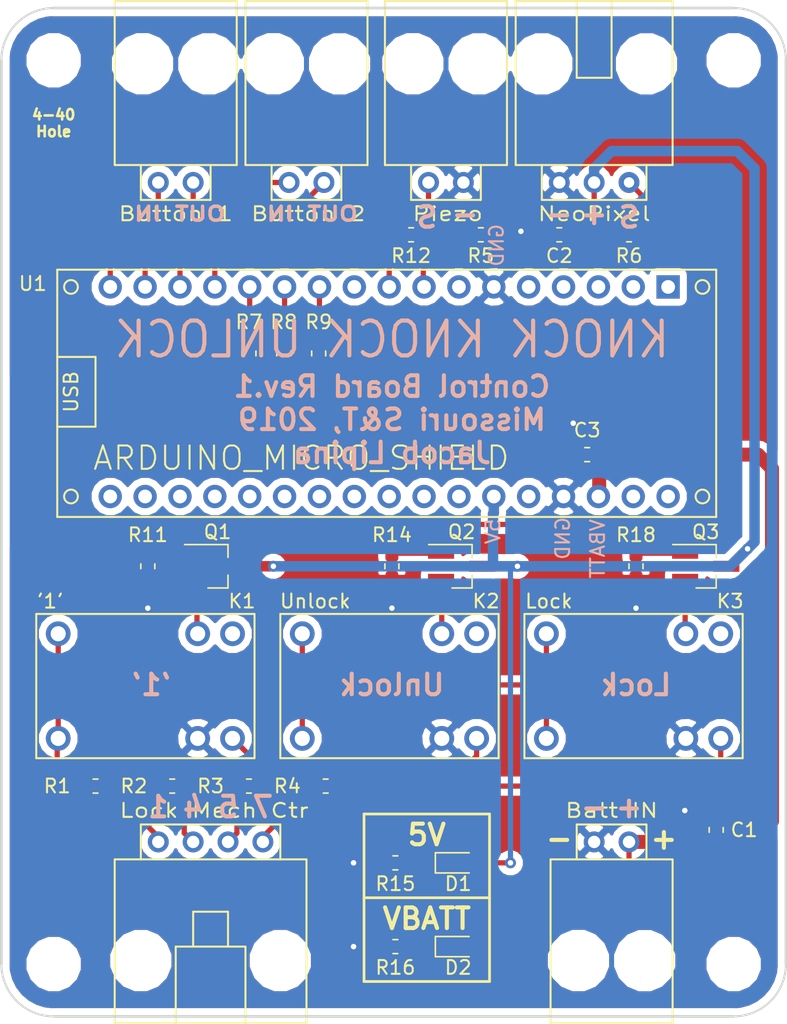
<source format=kicad_pcb>
(kicad_pcb (version 20171130) (host pcbnew "(5.0.0)")

  (general
    (thickness 1.6)
    (drawings 51)
    (tracks 147)
    (zones 0)
    (modules 37)
    (nets 53)
  )

  (page A4)
  (layers
    (0 F.Cu signal)
    (31 B.Cu signal)
    (32 B.Adhes user)
    (33 F.Adhes user)
    (34 B.Paste user)
    (35 F.Paste user)
    (36 B.SilkS user)
    (37 F.SilkS user)
    (38 B.Mask user)
    (39 F.Mask user)
    (40 Dwgs.User user)
    (41 Cmts.User user)
    (42 Eco1.User user)
    (43 Eco2.User user)
    (44 Edge.Cuts user)
    (45 Margin user)
    (46 B.CrtYd user)
    (47 F.CrtYd user)
    (48 B.Fab user)
    (49 F.Fab user hide)
  )

  (setup
    (last_trace_width 0.25)
    (user_trace_width 0.381)
    (user_trace_width 0.762)
    (user_trace_width 1.016)
    (trace_clearance 0.2)
    (zone_clearance 0.508)
    (zone_45_only no)
    (trace_min 0.2)
    (segment_width 0.2)
    (edge_width 0.15)
    (via_size 0.8)
    (via_drill 0.4)
    (via_min_size 0.4)
    (via_min_drill 0.3)
    (uvia_size 0.3)
    (uvia_drill 0.1)
    (uvias_allowed no)
    (uvia_min_size 0.2)
    (uvia_min_drill 0.1)
    (pcb_text_width 0.3)
    (pcb_text_size 1.5 1.5)
    (mod_edge_width 0.15)
    (mod_text_size 1 1)
    (mod_text_width 0.15)
    (pad_size 1.524 1.524)
    (pad_drill 0.762)
    (pad_to_mask_clearance 0.2)
    (aux_axis_origin 0 0)
    (visible_elements 7FFFF7FF)
    (pcbplotparams
      (layerselection 0x010fc_ffffffff)
      (usegerberextensions false)
      (usegerberattributes false)
      (usegerberadvancedattributes false)
      (creategerberjobfile false)
      (excludeedgelayer true)
      (linewidth 0.100000)
      (plotframeref false)
      (viasonmask false)
      (mode 1)
      (useauxorigin false)
      (hpglpennumber 1)
      (hpglpenspeed 20)
      (hpglpendiameter 15.000000)
      (psnegative false)
      (psa4output false)
      (plotreference true)
      (plotvalue true)
      (plotinvisibletext false)
      (padsonsilk false)
      (subtractmaskfromsilk false)
      (outputformat 1)
      (mirror false)
      (drillshape 0)
      (scaleselection 1)
      (outputdirectory "../Documentation/Gerbs/"))
  )

  (net 0 "")
  (net 1 VBATT)
  (net 2 GND)
  (net 3 5V)
  (net 4 Piezo_Sensor)
  (net 5 NeoPixel_DIN)
  (net 6 "Net-(Conn4-Pad1)")
  (net 7 "Net-(Conn4-Pad2)")
  (net 8 "Net-(Conn4-Pad3)")
  (net 9 "Net-(Conn4-Pad4)")
  (net 10 Button_1_IN)
  (net 11 Button_1_OUT)
  (net 12 Button_2_OUT)
  (net 13 Button_2_IN)
  (net 14 "Net-(D1-Pad1)")
  (net 15 "Net-(D2-Pad1)")
  (net 16 Lock_Mech_Pin1)
  (net 17 "Net-(K1-PadC1)")
  (net 18 "Net-(K1-Pad3)")
  (net 19 Lock_Mech_Pin5)
  (net 20 Lock_Mech_Pin4)
  (net 21 "Net-(K2-Pad3)")
  (net 22 "Net-(K2-PadC1)")
  (net 23 "Net-(K3-PadC1)")
  (net 24 "Net-(K3-Pad3)")
  (net 25 Lock_Mech_Pin7)
  (net 26 Button_1_Ctr)
  (net 27 Button_Unlock_Ctr)
  (net 28 Button_Lock_Ctr)
  (net 29 "Net-(R6-Pad1)")
  (net 30 "Net-(R7-Pad1)")
  (net 31 "Net-(R8-Pad1)")
  (net 32 "Net-(R9-Pad1)")
  (net 33 "Net-(U1-PadSCK)")
  (net 34 "Net-(U1-PadMI)")
  (net 35 "Net-(U1-PadRST)")
  (net 36 "Net-(U1-PadNC)")
  (net 37 "Net-(U1-PadA5)")
  (net 38 "Net-(U1-PadA4)")
  (net 39 "Net-(U1-PadA3)")
  (net 40 "Net-(U1-PadA2)")
  (net 41 "Net-(U1-PadA1)")
  (net 42 "Net-(U1-PadAREF)")
  (net 43 "Net-(U1-Pad3.3V)")
  (net 44 "Net-(U1-Pad13)")
  (net 45 "Net-(U1-PadMO)")
  (net 46 "Net-(U1-PadSS)")
  (net 47 "Net-(U1-PadTX)")
  (net 48 "Net-(U1-PadRX)")
  (net 49 "Net-(U1-Pad2)")
  (net 50 "Net-(R12-Pad1)")
  (net 51 "Net-(U1-PadA0)")
  (net 52 "Net-(U1-Pad5)")

  (net_class Default "This is the default net class."
    (clearance 0.2)
    (trace_width 0.25)
    (via_dia 0.8)
    (via_drill 0.4)
    (uvia_dia 0.3)
    (uvia_drill 0.1)
    (add_net 5V)
    (add_net Button_1_Ctr)
    (add_net Button_1_IN)
    (add_net Button_1_OUT)
    (add_net Button_2_IN)
    (add_net Button_2_OUT)
    (add_net Button_Lock_Ctr)
    (add_net Button_Unlock_Ctr)
    (add_net GND)
    (add_net Lock_Mech_Pin1)
    (add_net Lock_Mech_Pin4)
    (add_net Lock_Mech_Pin5)
    (add_net Lock_Mech_Pin7)
    (add_net NeoPixel_DIN)
    (add_net "Net-(Conn4-Pad1)")
    (add_net "Net-(Conn4-Pad2)")
    (add_net "Net-(Conn4-Pad3)")
    (add_net "Net-(Conn4-Pad4)")
    (add_net "Net-(D1-Pad1)")
    (add_net "Net-(D2-Pad1)")
    (add_net "Net-(K1-Pad3)")
    (add_net "Net-(K1-PadC1)")
    (add_net "Net-(K2-Pad3)")
    (add_net "Net-(K2-PadC1)")
    (add_net "Net-(K3-Pad3)")
    (add_net "Net-(K3-PadC1)")
    (add_net "Net-(R12-Pad1)")
    (add_net "Net-(R6-Pad1)")
    (add_net "Net-(R7-Pad1)")
    (add_net "Net-(R8-Pad1)")
    (add_net "Net-(R9-Pad1)")
    (add_net "Net-(U1-Pad13)")
    (add_net "Net-(U1-Pad2)")
    (add_net "Net-(U1-Pad3.3V)")
    (add_net "Net-(U1-Pad5)")
    (add_net "Net-(U1-PadA0)")
    (add_net "Net-(U1-PadA1)")
    (add_net "Net-(U1-PadA2)")
    (add_net "Net-(U1-PadA3)")
    (add_net "Net-(U1-PadA4)")
    (add_net "Net-(U1-PadA5)")
    (add_net "Net-(U1-PadAREF)")
    (add_net "Net-(U1-PadMI)")
    (add_net "Net-(U1-PadMO)")
    (add_net "Net-(U1-PadNC)")
    (add_net "Net-(U1-PadRST)")
    (add_net "Net-(U1-PadRX)")
    (add_net "Net-(U1-PadSCK)")
    (add_net "Net-(U1-PadSS)")
    (add_net "Net-(U1-PadTX)")
    (add_net Piezo_Sensor)
    (add_net VBATT)
  )

  (module Capacitor_SMD:C_0603_1608Metric_Pad1.05x0.95mm_HandSolder (layer F.Cu) (tedit 5B301BBE) (tstamp 5D98FBF3)
    (at 171.45 110.631 90)
    (descr "Capacitor SMD 0603 (1608 Metric), square (rectangular) end terminal, IPC_7351 nominal with elongated pad for handsoldering. (Body size source: http://www.tortai-tech.com/upload/download/2011102023233369053.pdf), generated with kicad-footprint-generator")
    (tags "capacitor handsolder")
    (path /5D8BD688)
    (attr smd)
    (fp_text reference C1 (at 0 2.032 180) (layer F.SilkS)
      (effects (font (size 1 1) (thickness 0.15)))
    )
    (fp_text value 10u (at 0 1.43 90) (layer F.Fab)
      (effects (font (size 1 1) (thickness 0.15)))
    )
    (fp_line (start -0.8 0.4) (end -0.8 -0.4) (layer F.Fab) (width 0.1))
    (fp_line (start -0.8 -0.4) (end 0.8 -0.4) (layer F.Fab) (width 0.1))
    (fp_line (start 0.8 -0.4) (end 0.8 0.4) (layer F.Fab) (width 0.1))
    (fp_line (start 0.8 0.4) (end -0.8 0.4) (layer F.Fab) (width 0.1))
    (fp_line (start -0.171267 -0.51) (end 0.171267 -0.51) (layer F.SilkS) (width 0.12))
    (fp_line (start -0.171267 0.51) (end 0.171267 0.51) (layer F.SilkS) (width 0.12))
    (fp_line (start -1.65 0.73) (end -1.65 -0.73) (layer F.CrtYd) (width 0.05))
    (fp_line (start -1.65 -0.73) (end 1.65 -0.73) (layer F.CrtYd) (width 0.05))
    (fp_line (start 1.65 -0.73) (end 1.65 0.73) (layer F.CrtYd) (width 0.05))
    (fp_line (start 1.65 0.73) (end -1.65 0.73) (layer F.CrtYd) (width 0.05))
    (fp_text user %R (at 0 0 90) (layer F.Fab)
      (effects (font (size 0.4 0.4) (thickness 0.06)))
    )
    (pad 1 smd roundrect (at -0.875 0 90) (size 1.05 0.95) (layers F.Cu F.Paste F.Mask) (roundrect_rratio 0.25)
      (net 1 VBATT))
    (pad 2 smd roundrect (at 0.875 0 90) (size 1.05 0.95) (layers F.Cu F.Paste F.Mask) (roundrect_rratio 0.25)
      (net 2 GND))
    (model ${KISYS3DMOD}/Capacitor_SMD.3dshapes/C_0603_1608Metric.wrl
      (at (xyz 0 0 0))
      (scale (xyz 1 1 1))
      (rotate (xyz 0 0 0))
    )
  )

  (module Capacitor_SMD:C_0603_1608Metric_Pad1.05x0.95mm_HandSolder (layer F.Cu) (tedit 5B301BBE) (tstamp 5D98FC04)
    (at 160.02 67.31 180)
    (descr "Capacitor SMD 0603 (1608 Metric), square (rectangular) end terminal, IPC_7351 nominal with elongated pad for handsoldering. (Body size source: http://www.tortai-tech.com/upload/download/2011102023233369053.pdf), generated with kicad-footprint-generator")
    (tags "capacitor handsolder")
    (path /5D8C3609)
    (attr smd)
    (fp_text reference C2 (at 0 -1.524 180) (layer F.SilkS)
      (effects (font (size 1 1) (thickness 0.15)))
    )
    (fp_text value 10u (at 0 1.43 180) (layer F.Fab)
      (effects (font (size 1 1) (thickness 0.15)))
    )
    (fp_line (start -0.8 0.4) (end -0.8 -0.4) (layer F.Fab) (width 0.1))
    (fp_line (start -0.8 -0.4) (end 0.8 -0.4) (layer F.Fab) (width 0.1))
    (fp_line (start 0.8 -0.4) (end 0.8 0.4) (layer F.Fab) (width 0.1))
    (fp_line (start 0.8 0.4) (end -0.8 0.4) (layer F.Fab) (width 0.1))
    (fp_line (start -0.171267 -0.51) (end 0.171267 -0.51) (layer F.SilkS) (width 0.12))
    (fp_line (start -0.171267 0.51) (end 0.171267 0.51) (layer F.SilkS) (width 0.12))
    (fp_line (start -1.65 0.73) (end -1.65 -0.73) (layer F.CrtYd) (width 0.05))
    (fp_line (start -1.65 -0.73) (end 1.65 -0.73) (layer F.CrtYd) (width 0.05))
    (fp_line (start 1.65 -0.73) (end 1.65 0.73) (layer F.CrtYd) (width 0.05))
    (fp_line (start 1.65 0.73) (end -1.65 0.73) (layer F.CrtYd) (width 0.05))
    (fp_text user %R (at 0 0 180) (layer F.Fab)
      (effects (font (size 0.4 0.4) (thickness 0.06)))
    )
    (pad 1 smd roundrect (at -0.875 0 180) (size 1.05 0.95) (layers F.Cu F.Paste F.Mask) (roundrect_rratio 0.25)
      (net 3 5V))
    (pad 2 smd roundrect (at 0.875 0 180) (size 1.05 0.95) (layers F.Cu F.Paste F.Mask) (roundrect_rratio 0.25)
      (net 2 GND))
    (model ${KISYS3DMOD}/Capacitor_SMD.3dshapes/C_0603_1608Metric.wrl
      (at (xyz 0 0 0))
      (scale (xyz 1 1 1))
      (rotate (xyz 0 0 0))
    )
  )

  (module Capacitor_SMD:C_0603_1608Metric_Pad1.05x0.95mm_HandSolder (layer F.Cu) (tedit 5B301BBE) (tstamp 5D98FC15)
    (at 162.052 83.312)
    (descr "Capacitor SMD 0603 (1608 Metric), square (rectangular) end terminal, IPC_7351 nominal with elongated pad for handsoldering. (Body size source: http://www.tortai-tech.com/upload/download/2011102023233369053.pdf), generated with kicad-footprint-generator")
    (tags "capacitor handsolder")
    (path /5D8BD6E4)
    (attr smd)
    (fp_text reference C3 (at 0 -1.778) (layer F.SilkS)
      (effects (font (size 1 1) (thickness 0.15)))
    )
    (fp_text value 10u (at 0 1.43) (layer F.Fab)
      (effects (font (size 1 1) (thickness 0.15)))
    )
    (fp_text user %R (at 0 0) (layer F.Fab)
      (effects (font (size 0.4 0.4) (thickness 0.06)))
    )
    (fp_line (start 1.65 0.73) (end -1.65 0.73) (layer F.CrtYd) (width 0.05))
    (fp_line (start 1.65 -0.73) (end 1.65 0.73) (layer F.CrtYd) (width 0.05))
    (fp_line (start -1.65 -0.73) (end 1.65 -0.73) (layer F.CrtYd) (width 0.05))
    (fp_line (start -1.65 0.73) (end -1.65 -0.73) (layer F.CrtYd) (width 0.05))
    (fp_line (start -0.171267 0.51) (end 0.171267 0.51) (layer F.SilkS) (width 0.12))
    (fp_line (start -0.171267 -0.51) (end 0.171267 -0.51) (layer F.SilkS) (width 0.12))
    (fp_line (start 0.8 0.4) (end -0.8 0.4) (layer F.Fab) (width 0.1))
    (fp_line (start 0.8 -0.4) (end 0.8 0.4) (layer F.Fab) (width 0.1))
    (fp_line (start -0.8 -0.4) (end 0.8 -0.4) (layer F.Fab) (width 0.1))
    (fp_line (start -0.8 0.4) (end -0.8 -0.4) (layer F.Fab) (width 0.1))
    (pad 2 smd roundrect (at 0.875 0) (size 1.05 0.95) (layers F.Cu F.Paste F.Mask) (roundrect_rratio 0.25)
      (net 1 VBATT))
    (pad 1 smd roundrect (at -0.875 0) (size 1.05 0.95) (layers F.Cu F.Paste F.Mask) (roundrect_rratio 0.25)
      (net 2 GND))
    (model ${KISYS3DMOD}/Capacitor_SMD.3dshapes/C_0603_1608Metric.wrl
      (at (xyz 0 0 0))
      (scale (xyz 1 1 1))
      (rotate (xyz 0 0 0))
    )
  )

  (module MRDT_Connectors:MOLEX_SL_02_Horizontal (layer F.Cu) (tedit 5C675A14) (tstamp 5D98FC24)
    (at 163.83 111.506 180)
    (path /5D8BD491)
    (fp_text reference Conn1 (at 0 -2.54 180) (layer F.SilkS) hide
      (effects (font (size 1 1) (thickness 0.15)))
    )
    (fp_text value Molex_SL_02 (at 0 -2.54 180) (layer F.Fab)
      (effects (font (size 1 1) (thickness 0.15)))
    )
    (fp_line (start -4.445 -1.27) (end 4.445 -1.27) (layer F.SilkS) (width 0.15))
    (fp_line (start 4.445 -1.27) (end 4.445 -13.208) (layer F.SilkS) (width 0.15))
    (fp_line (start 2.54 1.27) (end -2.54 1.27) (layer F.SilkS) (width 0.15))
    (fp_line (start -4.445 -13.208) (end 4.445 -13.208) (layer F.SilkS) (width 0.15))
    (fp_line (start -4.445 -1.27) (end -4.445 -13.208) (layer F.SilkS) (width 0.15))
    (fp_line (start 2.54 -1.27) (end 2.54 1.27) (layer F.SilkS) (width 0.15))
    (fp_line (start -2.54 1.27) (end -2.54 -1.27) (layer F.SilkS) (width 0.15))
    (pad "" np_thru_hole circle (at -2.415 -8.64 180) (size 3.45 3.45) (drill 3.45) (layers *.Cu *.Mask))
    (pad 1 thru_hole circle (at -1.27 0 180) (size 1.524 1.524) (drill 0.9) (layers *.Cu *.Mask)
      (net 1 VBATT))
    (pad 2 thru_hole circle (at 1.27 0 180) (size 1.524 1.524) (drill 0.9) (layers *.Cu *.Mask)
      (net 2 GND))
    (pad "" np_thru_hole circle (at 2.413 -8.636 180) (size 3.45 3.45) (drill 3.45) (layers *.Cu *.Mask))
    (model "${MRDT_KICAD_LIBRARIES}/3D Files/MRDT_Connctors/Molex_SL_02_Horizontal.stp"
      (offset (xyz 3.809999942779541 12.95399980545044 0))
      (scale (xyz 1 1 1))
      (rotate (xyz 0 0 180))
    )
  )

  (module MRDT_Connectors:MOLEX_SL_02_Horizontal (layer F.Cu) (tedit 5C675A14) (tstamp 5D98FC33)
    (at 151.765 63.5)
    (path /5D8C03EC)
    (fp_text reference Conn2 (at 0 -2.54) (layer F.SilkS) hide
      (effects (font (size 1 1) (thickness 0.15)))
    )
    (fp_text value Molex_SL_02 (at 0 -2.54) (layer F.Fab)
      (effects (font (size 1 1) (thickness 0.15)))
    )
    (fp_line (start -2.54 1.27) (end -2.54 -1.27) (layer F.SilkS) (width 0.15))
    (fp_line (start 2.54 -1.27) (end 2.54 1.27) (layer F.SilkS) (width 0.15))
    (fp_line (start -4.445 -1.27) (end -4.445 -13.208) (layer F.SilkS) (width 0.15))
    (fp_line (start -4.445 -13.208) (end 4.445 -13.208) (layer F.SilkS) (width 0.15))
    (fp_line (start 2.54 1.27) (end -2.54 1.27) (layer F.SilkS) (width 0.15))
    (fp_line (start 4.445 -1.27) (end 4.445 -13.208) (layer F.SilkS) (width 0.15))
    (fp_line (start -4.445 -1.27) (end 4.445 -1.27) (layer F.SilkS) (width 0.15))
    (pad "" np_thru_hole circle (at 2.413 -8.636) (size 3.45 3.45) (drill 3.45) (layers *.Cu *.Mask))
    (pad 2 thru_hole circle (at 1.27 0) (size 1.524 1.524) (drill 0.9) (layers *.Cu *.Mask)
      (net 2 GND))
    (pad 1 thru_hole circle (at -1.27 0) (size 1.524 1.524) (drill 0.9) (layers *.Cu *.Mask)
      (net 4 Piezo_Sensor))
    (pad "" np_thru_hole circle (at -2.415 -8.64) (size 3.45 3.45) (drill 3.45) (layers *.Cu *.Mask))
    (model "${MRDT_KICAD_LIBRARIES}/3D Files/MRDT_Connctors/Molex_SL_02_Horizontal.stp"
      (offset (xyz 3.809999942779541 12.95399980545044 0))
      (scale (xyz 1 1 1))
      (rotate (xyz 0 0 180))
    )
  )

  (module MRDT_Connectors:MOLEX_SL_03_Horizontal (layer F.Cu) (tedit 5C675A44) (tstamp 5DA54FE4)
    (at 162.56 63.5)
    (path /5D8C2E5A)
    (fp_text reference Conn3 (at 0 -2.54) (layer F.SilkS) hide
      (effects (font (size 1 1) (thickness 0.15)))
    )
    (fp_text value Molex_SL_03 (at 0 -2.54) (layer F.Fab)
      (effects (font (size 1 1) (thickness 0.15)))
    )
    (fp_line (start 1.27 -7.62) (end -1.27 -7.62) (layer F.SilkS) (width 0.15))
    (fp_line (start 5.715 -13.208) (end -5.715 -13.208) (layer F.SilkS) (width 0.15))
    (fp_line (start 5.715 -1.27) (end -3.81 -1.27) (layer F.SilkS) (width 0.15))
    (fp_line (start 3.81 1.27) (end -3.81 1.27) (layer F.SilkS) (width 0.15))
    (fp_line (start 1.27 -13.208) (end 1.27 -7.62) (layer F.SilkS) (width 0.15))
    (fp_line (start 5.715 -1.27) (end 5.715 -13.208) (layer F.SilkS) (width 0.15))
    (fp_line (start -1.27 -13.208) (end -1.27 -12.7) (layer F.SilkS) (width 0.15))
    (fp_line (start -5.715 -1.27) (end -5.715 -13.208) (layer F.SilkS) (width 0.15))
    (fp_line (start -3.81 -1.27) (end -5.715 -1.27) (layer F.SilkS) (width 0.15))
    (fp_line (start -1.27 -8.89) (end -1.27 -7.62) (layer F.SilkS) (width 0.15))
    (fp_line (start -1.27 -8.89) (end -1.27 -12.7) (layer F.SilkS) (width 0.15))
    (fp_line (start 3.81 -1.27) (end 3.81 1.27) (layer F.SilkS) (width 0.15))
    (fp_line (start -3.81 1.27) (end -3.81 -1.27) (layer F.SilkS) (width 0.15))
    (pad 1 thru_hole circle (at -2.54 0) (size 1.524 1.524) (drill 0.9) (layers *.Cu *.Mask)
      (net 2 GND))
    (pad 2 thru_hole circle (at 0 0) (size 1.524 1.524) (drill 0.9) (layers *.Cu *.Mask)
      (net 3 5V))
    (pad 3 thru_hole circle (at 2.54 0) (size 1.524 1.524) (drill 0.762) (layers *.Cu *.Mask)
      (net 5 NeoPixel_DIN))
    (pad "" np_thru_hole circle (at -3.81 -8.636) (size 3.45 3.45) (drill 3.45) (layers *.Cu *.Mask))
    (pad "" np_thru_hole circle (at 3.81 -8.636) (size 3.45 3.45) (drill 3.45) (layers *.Cu *.Mask))
    (model "${MRDT_KICAD_LIBRARIES}/3D Files/MRDT_Connctors/Molex_SL_03_Horizontal.stp"
      (offset (xyz 5.079999923706055 12.95399980545044 0))
      (scale (xyz 1 1 1))
      (rotate (xyz 0 0 180))
    )
  )

  (module MRDT_Connectors:MOLEX_SL_04_Horizontal (layer F.Cu) (tedit 5C675A73) (tstamp 5D98FC63)
    (at 134.62 111.506 180)
    (path /5D93D2DD)
    (fp_text reference Conn4 (at 0 -2.54 180) (layer F.SilkS) hide
      (effects (font (size 1 1) (thickness 0.15)))
    )
    (fp_text value Molex_SL_04 (at 0 -2.54 180) (layer F.Fab)
      (effects (font (size 1 1) (thickness 0.15)))
    )
    (fp_line (start -6.985 -13.208) (end 6.985 -13.208) (layer F.SilkS) (width 0.15))
    (fp_line (start -2.54 -7.62) (end 2.54 -7.62) (layer F.SilkS) (width 0.15))
    (fp_line (start 1.27 -7.62) (end 1.27 -5.08) (layer F.SilkS) (width 0.15))
    (fp_line (start 1.27 -5.08) (end -1.27 -5.08) (layer F.SilkS) (width 0.15))
    (fp_line (start 2.54 -13.208) (end 2.54 -7.62) (layer F.SilkS) (width 0.15))
    (fp_line (start 6.985 -1.27) (end 6.985 -13.208) (layer F.SilkS) (width 0.15))
    (fp_line (start 5.08 1.27) (end -5.08 1.27) (layer F.SilkS) (width 0.15))
    (fp_line (start -2.54 -13.208) (end -2.54 -12.7) (layer F.SilkS) (width 0.15))
    (fp_line (start -6.985 -1.27) (end -6.985 -13.208) (layer F.SilkS) (width 0.15))
    (fp_line (start -5.08 -1.27) (end -6.985 -1.27) (layer F.SilkS) (width 0.15))
    (fp_line (start -2.54 -8.89) (end -2.54 -7.62) (layer F.SilkS) (width 0.15))
    (fp_line (start -2.54 -8.89) (end -2.54 -12.7) (layer F.SilkS) (width 0.15))
    (fp_line (start -1.27 -7.62) (end -1.27 -5.08) (layer F.SilkS) (width 0.15))
    (fp_line (start -5.08 -1.27) (end 6.985 -1.27) (layer F.SilkS) (width 0.15))
    (fp_line (start 5.08 -1.27) (end 5.08 1.27) (layer F.SilkS) (width 0.15))
    (fp_line (start -5.08 1.27) (end -5.08 -1.27) (layer F.SilkS) (width 0.15))
    (pad 1 thru_hole circle (at -3.81 0 180) (size 1.524 1.524) (drill 0.9) (layers *.Cu *.Mask)
      (net 6 "Net-(Conn4-Pad1)"))
    (pad 2 thru_hole circle (at -1.27 0 180) (size 1.524 1.524) (drill 0.9) (layers *.Cu *.Mask)
      (net 7 "Net-(Conn4-Pad2)"))
    (pad 3 thru_hole circle (at 1.27 0 180) (size 1.524 1.524) (drill 0.9) (layers *.Cu *.Mask)
      (net 8 "Net-(Conn4-Pad3)"))
    (pad 4 thru_hole circle (at 3.81 0 180) (size 1.524 1.524) (drill 0.9) (layers *.Cu *.Mask)
      (net 9 "Net-(Conn4-Pad4)"))
    (pad "" np_thru_hole circle (at -5.08 -8.636 180) (size 3.45 3.45) (drill 3.45) (layers *.Cu *.Mask))
    (pad "" np_thru_hole circle (at 5.08 -8.636 180) (size 3.45 3.45) (drill 3.45) (layers *.Cu *.Mask))
    (model "${MRDT_KICAD_LIBRARIES}/3D Files/MRDT_Connctors/Molex_SL_04_Horizontal.stp"
      (offset (xyz 6.349999904632568 12.95399980545044 0))
      (scale (xyz 1 1 1))
      (rotate (xyz 0 0 180))
    )
  )

  (module MRDT_Connectors:MOLEX_SL_02_Horizontal (layer F.Cu) (tedit 5C675A14) (tstamp 5D98FC72)
    (at 132.08 63.5)
    (path /5D9E7C11)
    (fp_text reference Conn5 (at 0 -2.54) (layer F.SilkS) hide
      (effects (font (size 1 1) (thickness 0.15)))
    )
    (fp_text value Molex_SL_02 (at 0 -2.54) (layer F.Fab)
      (effects (font (size 1 1) (thickness 0.15)))
    )
    (fp_line (start -4.445 -1.27) (end 4.445 -1.27) (layer F.SilkS) (width 0.15))
    (fp_line (start 4.445 -1.27) (end 4.445 -13.208) (layer F.SilkS) (width 0.15))
    (fp_line (start 2.54 1.27) (end -2.54 1.27) (layer F.SilkS) (width 0.15))
    (fp_line (start -4.445 -13.208) (end 4.445 -13.208) (layer F.SilkS) (width 0.15))
    (fp_line (start -4.445 -1.27) (end -4.445 -13.208) (layer F.SilkS) (width 0.15))
    (fp_line (start 2.54 -1.27) (end 2.54 1.27) (layer F.SilkS) (width 0.15))
    (fp_line (start -2.54 1.27) (end -2.54 -1.27) (layer F.SilkS) (width 0.15))
    (pad "" np_thru_hole circle (at -2.415 -8.64) (size 3.45 3.45) (drill 3.45) (layers *.Cu *.Mask))
    (pad 1 thru_hole circle (at -1.27 0) (size 1.524 1.524) (drill 0.9) (layers *.Cu *.Mask)
      (net 10 Button_1_IN))
    (pad 2 thru_hole circle (at 1.27 0) (size 1.524 1.524) (drill 0.9) (layers *.Cu *.Mask)
      (net 11 Button_1_OUT))
    (pad "" np_thru_hole circle (at 2.413 -8.636) (size 3.45 3.45) (drill 3.45) (layers *.Cu *.Mask))
    (model "${MRDT_KICAD_LIBRARIES}/3D Files/MRDT_Connctors/Molex_SL_02_Horizontal.stp"
      (offset (xyz 3.809999942779541 12.95399980545044 0))
      (scale (xyz 1 1 1))
      (rotate (xyz 0 0 180))
    )
  )

  (module MRDT_Connectors:MOLEX_SL_02_Horizontal (layer F.Cu) (tedit 5C675A14) (tstamp 5D98FC81)
    (at 141.605 63.5)
    (path /5D9EBBBE)
    (fp_text reference Conn6 (at 0 -2.54) (layer F.SilkS) hide
      (effects (font (size 1 1) (thickness 0.15)))
    )
    (fp_text value Molex_SL_02 (at 0 -2.54) (layer F.Fab)
      (effects (font (size 1 1) (thickness 0.15)))
    )
    (fp_line (start -2.54 1.27) (end -2.54 -1.27) (layer F.SilkS) (width 0.15))
    (fp_line (start 2.54 -1.27) (end 2.54 1.27) (layer F.SilkS) (width 0.15))
    (fp_line (start -4.445 -1.27) (end -4.445 -13.208) (layer F.SilkS) (width 0.15))
    (fp_line (start -4.445 -13.208) (end 4.445 -13.208) (layer F.SilkS) (width 0.15))
    (fp_line (start 2.54 1.27) (end -2.54 1.27) (layer F.SilkS) (width 0.15))
    (fp_line (start 4.445 -1.27) (end 4.445 -13.208) (layer F.SilkS) (width 0.15))
    (fp_line (start -4.445 -1.27) (end 4.445 -1.27) (layer F.SilkS) (width 0.15))
    (pad "" np_thru_hole circle (at 2.413 -8.636) (size 3.45 3.45) (drill 3.45) (layers *.Cu *.Mask))
    (pad 2 thru_hole circle (at 1.27 0) (size 1.524 1.524) (drill 0.9) (layers *.Cu *.Mask)
      (net 12 Button_2_OUT))
    (pad 1 thru_hole circle (at -1.27 0) (size 1.524 1.524) (drill 0.9) (layers *.Cu *.Mask)
      (net 13 Button_2_IN))
    (pad "" np_thru_hole circle (at -2.415 -8.64) (size 3.45 3.45) (drill 3.45) (layers *.Cu *.Mask))
    (model "${MRDT_KICAD_LIBRARIES}/3D Files/MRDT_Connctors/Molex_SL_02_Horizontal.stp"
      (offset (xyz 3.809999942779541 12.95399980545044 0))
      (scale (xyz 1 1 1))
      (rotate (xyz 0 0 180))
    )
  )

  (module LED_SMD:LED_0603_1608Metric_Pad1.05x0.95mm_HandSolder (layer F.Cu) (tedit 5B4B45C9) (tstamp 5D98FC94)
    (at 152.654 113.03)
    (descr "LED SMD 0603 (1608 Metric), square (rectangular) end terminal, IPC_7351 nominal, (Body size source: http://www.tortai-tech.com/upload/download/2011102023233369053.pdf), generated with kicad-footprint-generator")
    (tags "LED handsolder")
    (path /5D95C4D0)
    (attr smd)
    (fp_text reference D1 (at 0 1.524) (layer F.SilkS)
      (effects (font (size 1 1) (thickness 0.15)))
    )
    (fp_text value LED (at 0 1.43) (layer F.Fab)
      (effects (font (size 1 1) (thickness 0.15)))
    )
    (fp_line (start 0.8 -0.4) (end -0.5 -0.4) (layer F.Fab) (width 0.1))
    (fp_line (start -0.5 -0.4) (end -0.8 -0.1) (layer F.Fab) (width 0.1))
    (fp_line (start -0.8 -0.1) (end -0.8 0.4) (layer F.Fab) (width 0.1))
    (fp_line (start -0.8 0.4) (end 0.8 0.4) (layer F.Fab) (width 0.1))
    (fp_line (start 0.8 0.4) (end 0.8 -0.4) (layer F.Fab) (width 0.1))
    (fp_line (start 0.8 -0.735) (end -1.66 -0.735) (layer F.SilkS) (width 0.12))
    (fp_line (start -1.66 -0.735) (end -1.66 0.735) (layer F.SilkS) (width 0.12))
    (fp_line (start -1.66 0.735) (end 0.8 0.735) (layer F.SilkS) (width 0.12))
    (fp_line (start -1.65 0.73) (end -1.65 -0.73) (layer F.CrtYd) (width 0.05))
    (fp_line (start -1.65 -0.73) (end 1.65 -0.73) (layer F.CrtYd) (width 0.05))
    (fp_line (start 1.65 -0.73) (end 1.65 0.73) (layer F.CrtYd) (width 0.05))
    (fp_line (start 1.65 0.73) (end -1.65 0.73) (layer F.CrtYd) (width 0.05))
    (fp_text user %R (at 0 0) (layer F.Fab)
      (effects (font (size 0.4 0.4) (thickness 0.06)))
    )
    (pad 1 smd roundrect (at -0.875 0) (size 1.05 0.95) (layers F.Cu F.Paste F.Mask) (roundrect_rratio 0.25)
      (net 14 "Net-(D1-Pad1)"))
    (pad 2 smd roundrect (at 0.875 0) (size 1.05 0.95) (layers F.Cu F.Paste F.Mask) (roundrect_rratio 0.25)
      (net 3 5V))
    (model ${KISYS3DMOD}/LED_SMD.3dshapes/LED_0603_1608Metric.wrl
      (at (xyz 0 0 0))
      (scale (xyz 1 1 1))
      (rotate (xyz 0 0 0))
    )
  )

  (module LED_SMD:LED_0603_1608Metric_Pad1.05x0.95mm_HandSolder (layer F.Cu) (tedit 5B4B45C9) (tstamp 5D98FCA7)
    (at 152.654 119.126)
    (descr "LED SMD 0603 (1608 Metric), square (rectangular) end terminal, IPC_7351 nominal, (Body size source: http://www.tortai-tech.com/upload/download/2011102023233369053.pdf), generated with kicad-footprint-generator")
    (tags "LED handsolder")
    (path /5D964AEC)
    (attr smd)
    (fp_text reference D2 (at 0 1.524) (layer F.SilkS)
      (effects (font (size 1 1) (thickness 0.15)))
    )
    (fp_text value LED (at 0 1.43) (layer F.Fab)
      (effects (font (size 1 1) (thickness 0.15)))
    )
    (fp_text user %R (at 0 0) (layer F.Fab)
      (effects (font (size 0.4 0.4) (thickness 0.06)))
    )
    (fp_line (start 1.65 0.73) (end -1.65 0.73) (layer F.CrtYd) (width 0.05))
    (fp_line (start 1.65 -0.73) (end 1.65 0.73) (layer F.CrtYd) (width 0.05))
    (fp_line (start -1.65 -0.73) (end 1.65 -0.73) (layer F.CrtYd) (width 0.05))
    (fp_line (start -1.65 0.73) (end -1.65 -0.73) (layer F.CrtYd) (width 0.05))
    (fp_line (start -1.66 0.735) (end 0.8 0.735) (layer F.SilkS) (width 0.12))
    (fp_line (start -1.66 -0.735) (end -1.66 0.735) (layer F.SilkS) (width 0.12))
    (fp_line (start 0.8 -0.735) (end -1.66 -0.735) (layer F.SilkS) (width 0.12))
    (fp_line (start 0.8 0.4) (end 0.8 -0.4) (layer F.Fab) (width 0.1))
    (fp_line (start -0.8 0.4) (end 0.8 0.4) (layer F.Fab) (width 0.1))
    (fp_line (start -0.8 -0.1) (end -0.8 0.4) (layer F.Fab) (width 0.1))
    (fp_line (start -0.5 -0.4) (end -0.8 -0.1) (layer F.Fab) (width 0.1))
    (fp_line (start 0.8 -0.4) (end -0.5 -0.4) (layer F.Fab) (width 0.1))
    (pad 2 smd roundrect (at 0.875 0) (size 1.05 0.95) (layers F.Cu F.Paste F.Mask) (roundrect_rratio 0.25)
      (net 1 VBATT))
    (pad 1 smd roundrect (at -0.875 0) (size 1.05 0.95) (layers F.Cu F.Paste F.Mask) (roundrect_rratio 0.25)
      (net 15 "Net-(D2-Pad1)"))
    (model ${KISYS3DMOD}/LED_SMD.3dshapes/LED_0603_1608Metric.wrl
      (at (xyz 0 0 0))
      (scale (xyz 1 1 1))
      (rotate (xyz 0 0 0))
    )
  )

  (module KnockKnockUnlock:HK4100F_5V_Relay (layer F.Cu) (tedit 5D8BD438) (tstamp 5D98FCB5)
    (at 121.92 105.41)
    (path /5D8C6A24)
    (fp_text reference K1 (at 14.986 -11.43 180) (layer F.SilkS)
      (effects (font (size 1 1) (thickness 0.15)))
    )
    (fp_text value HK4100F_5V_Relay (at 8 -5.5) (layer F.Fab)
      (effects (font (size 1 1) (thickness 0.15)))
    )
    (fp_line (start 0 0) (end 15.9 0) (layer F.SilkS) (width 0.15))
    (fp_line (start 0 0) (end 0 -10.5) (layer F.SilkS) (width 0.15))
    (fp_line (start 0 -10.5) (end 15.9 -10.5) (layer F.SilkS) (width 0.15))
    (fp_line (start 15.9 0) (end 15.9 -10.5) (layer F.SilkS) (width 0.15))
    (pad 1 thru_hole circle (at 1.6 -9.06) (size 1.8 1.8) (drill 1.1) (layers *.Cu *.Mask)
      (net 16 Lock_Mech_Pin1))
    (pad C1 thru_hole circle (at 11.76 -9.06) (size 1.8 1.8) (drill 1.1) (layers *.Cu *.Mask)
      (net 17 "Net-(K1-PadC1)"))
    (pad 3 thru_hole circle (at 14.3 -9.06) (size 1.8 1.8) (drill 1.1) (layers *.Cu *.Mask)
      (net 18 "Net-(K1-Pad3)"))
    (pad 2 thru_hole circle (at 1.6 -1.44) (size 1.8 1.8) (drill 1.1) (layers *.Cu *.Mask)
      (net 16 Lock_Mech_Pin1))
    (pad C2 thru_hole circle (at 11.76 -1.44) (size 1.8 1.8) (drill 1.1) (layers *.Cu *.Mask)
      (net 2 GND))
    (pad 4 thru_hole circle (at 14.3 -1.44) (size 1.8 1.8) (drill 1.1) (layers *.Cu *.Mask)
      (net 19 Lock_Mech_Pin5))
  )

  (module KnockKnockUnlock:HK4100F_5V_Relay (layer F.Cu) (tedit 5D8BD438) (tstamp 5D98FCC3)
    (at 139.7 105.41)
    (path /5D8C6BC4)
    (fp_text reference K2 (at 14.986 -11.43) (layer F.SilkS)
      (effects (font (size 1 1) (thickness 0.15)))
    )
    (fp_text value HK4100F_5V_Relay (at 8 -5.5) (layer F.Fab)
      (effects (font (size 1 1) (thickness 0.15)))
    )
    (fp_line (start 15.9 0) (end 15.9 -10.5) (layer F.SilkS) (width 0.15))
    (fp_line (start 0 -10.5) (end 15.9 -10.5) (layer F.SilkS) (width 0.15))
    (fp_line (start 0 0) (end 0 -10.5) (layer F.SilkS) (width 0.15))
    (fp_line (start 0 0) (end 15.9 0) (layer F.SilkS) (width 0.15))
    (pad 4 thru_hole circle (at 14.3 -1.44) (size 1.8 1.8) (drill 1.1) (layers *.Cu *.Mask)
      (net 19 Lock_Mech_Pin5))
    (pad C2 thru_hole circle (at 11.76 -1.44) (size 1.8 1.8) (drill 1.1) (layers *.Cu *.Mask)
      (net 2 GND))
    (pad 2 thru_hole circle (at 1.6 -1.44) (size 1.8 1.8) (drill 1.1) (layers *.Cu *.Mask)
      (net 20 Lock_Mech_Pin4))
    (pad 3 thru_hole circle (at 14.3 -9.06) (size 1.8 1.8) (drill 1.1) (layers *.Cu *.Mask)
      (net 21 "Net-(K2-Pad3)"))
    (pad C1 thru_hole circle (at 11.76 -9.06) (size 1.8 1.8) (drill 1.1) (layers *.Cu *.Mask)
      (net 22 "Net-(K2-PadC1)"))
    (pad 1 thru_hole circle (at 1.6 -9.06) (size 1.8 1.8) (drill 1.1) (layers *.Cu *.Mask)
      (net 20 Lock_Mech_Pin4))
  )

  (module KnockKnockUnlock:HK4100F_5V_Relay (layer F.Cu) (tedit 5D8BD438) (tstamp 5D98FCD1)
    (at 157.48 105.41)
    (path /5D8CF45C)
    (fp_text reference K3 (at 14.986 -11.43) (layer F.SilkS)
      (effects (font (size 1 1) (thickness 0.15)))
    )
    (fp_text value HK4100F_5V_Relay (at 8 -5.5) (layer F.Fab)
      (effects (font (size 1 1) (thickness 0.15)))
    )
    (fp_line (start 0 0) (end 15.9 0) (layer F.SilkS) (width 0.15))
    (fp_line (start 0 0) (end 0 -10.5) (layer F.SilkS) (width 0.15))
    (fp_line (start 0 -10.5) (end 15.9 -10.5) (layer F.SilkS) (width 0.15))
    (fp_line (start 15.9 0) (end 15.9 -10.5) (layer F.SilkS) (width 0.15))
    (pad 1 thru_hole circle (at 1.6 -9.06) (size 1.8 1.8) (drill 1.1) (layers *.Cu *.Mask)
      (net 20 Lock_Mech_Pin4))
    (pad C1 thru_hole circle (at 11.76 -9.06) (size 1.8 1.8) (drill 1.1) (layers *.Cu *.Mask)
      (net 23 "Net-(K3-PadC1)"))
    (pad 3 thru_hole circle (at 14.3 -9.06) (size 1.8 1.8) (drill 1.1) (layers *.Cu *.Mask)
      (net 24 "Net-(K3-Pad3)"))
    (pad 2 thru_hole circle (at 1.6 -1.44) (size 1.8 1.8) (drill 1.1) (layers *.Cu *.Mask)
      (net 20 Lock_Mech_Pin4))
    (pad C2 thru_hole circle (at 11.76 -1.44) (size 1.8 1.8) (drill 1.1) (layers *.Cu *.Mask)
      (net 2 GND))
    (pad 4 thru_hole circle (at 14.3 -1.44) (size 1.8 1.8) (drill 1.1) (layers *.Cu *.Mask)
      (net 25 Lock_Mech_Pin7))
  )

  (module Package_TO_SOT_SMD:SOT-23_Handsoldering (layer F.Cu) (tedit 5A0AB76C) (tstamp 5D98FCE6)
    (at 135.128 91.44)
    (descr "SOT-23, Handsoldering")
    (tags SOT-23)
    (path /5D8F1999)
    (attr smd)
    (fp_text reference Q1 (at 0 -2.5) (layer F.SilkS)
      (effects (font (size 1 1) (thickness 0.15)))
    )
    (fp_text value Q_NMOS_GSD (at 0 2.5) (layer F.Fab)
      (effects (font (size 1 1) (thickness 0.15)))
    )
    (fp_text user %R (at 0 0 90) (layer F.Fab)
      (effects (font (size 0.5 0.5) (thickness 0.075)))
    )
    (fp_line (start 0.76 1.58) (end 0.76 0.65) (layer F.SilkS) (width 0.12))
    (fp_line (start 0.76 -1.58) (end 0.76 -0.65) (layer F.SilkS) (width 0.12))
    (fp_line (start -2.7 -1.75) (end 2.7 -1.75) (layer F.CrtYd) (width 0.05))
    (fp_line (start 2.7 -1.75) (end 2.7 1.75) (layer F.CrtYd) (width 0.05))
    (fp_line (start 2.7 1.75) (end -2.7 1.75) (layer F.CrtYd) (width 0.05))
    (fp_line (start -2.7 1.75) (end -2.7 -1.75) (layer F.CrtYd) (width 0.05))
    (fp_line (start 0.76 -1.58) (end -2.4 -1.58) (layer F.SilkS) (width 0.12))
    (fp_line (start -0.7 -0.95) (end -0.7 1.5) (layer F.Fab) (width 0.1))
    (fp_line (start -0.15 -1.52) (end 0.7 -1.52) (layer F.Fab) (width 0.1))
    (fp_line (start -0.7 -0.95) (end -0.15 -1.52) (layer F.Fab) (width 0.1))
    (fp_line (start 0.7 -1.52) (end 0.7 1.52) (layer F.Fab) (width 0.1))
    (fp_line (start -0.7 1.52) (end 0.7 1.52) (layer F.Fab) (width 0.1))
    (fp_line (start 0.76 1.58) (end -0.7 1.58) (layer F.SilkS) (width 0.12))
    (pad 1 smd rect (at -1.5 -0.95) (size 1.9 0.8) (layers F.Cu F.Paste F.Mask)
      (net 26 Button_1_Ctr))
    (pad 2 smd rect (at -1.5 0.95) (size 1.9 0.8) (layers F.Cu F.Paste F.Mask)
      (net 17 "Net-(K1-PadC1)"))
    (pad 3 smd rect (at 1.5 0) (size 1.9 0.8) (layers F.Cu F.Paste F.Mask)
      (net 3 5V))
    (model ${KISYS3DMOD}/Package_TO_SOT_SMD.3dshapes/SOT-23.wrl
      (at (xyz 0 0 0))
      (scale (xyz 1 1 1))
      (rotate (xyz 0 0 0))
    )
  )

  (module Package_TO_SOT_SMD:SOT-23_Handsoldering (layer F.Cu) (tedit 5A0AB76C) (tstamp 5D98FCFB)
    (at 152.908 91.44)
    (descr "SOT-23, Handsoldering")
    (tags SOT-23)
    (path /5D8F1D74)
    (attr smd)
    (fp_text reference Q2 (at 0 -2.5) (layer F.SilkS)
      (effects (font (size 1 1) (thickness 0.15)))
    )
    (fp_text value Q_NMOS_GSD (at 0 2.5) (layer F.Fab)
      (effects (font (size 1 1) (thickness 0.15)))
    )
    (fp_line (start 0.76 1.58) (end -0.7 1.58) (layer F.SilkS) (width 0.12))
    (fp_line (start -0.7 1.52) (end 0.7 1.52) (layer F.Fab) (width 0.1))
    (fp_line (start 0.7 -1.52) (end 0.7 1.52) (layer F.Fab) (width 0.1))
    (fp_line (start -0.7 -0.95) (end -0.15 -1.52) (layer F.Fab) (width 0.1))
    (fp_line (start -0.15 -1.52) (end 0.7 -1.52) (layer F.Fab) (width 0.1))
    (fp_line (start -0.7 -0.95) (end -0.7 1.5) (layer F.Fab) (width 0.1))
    (fp_line (start 0.76 -1.58) (end -2.4 -1.58) (layer F.SilkS) (width 0.12))
    (fp_line (start -2.7 1.75) (end -2.7 -1.75) (layer F.CrtYd) (width 0.05))
    (fp_line (start 2.7 1.75) (end -2.7 1.75) (layer F.CrtYd) (width 0.05))
    (fp_line (start 2.7 -1.75) (end 2.7 1.75) (layer F.CrtYd) (width 0.05))
    (fp_line (start -2.7 -1.75) (end 2.7 -1.75) (layer F.CrtYd) (width 0.05))
    (fp_line (start 0.76 -1.58) (end 0.76 -0.65) (layer F.SilkS) (width 0.12))
    (fp_line (start 0.76 1.58) (end 0.76 0.65) (layer F.SilkS) (width 0.12))
    (fp_text user %R (at 0 0 90) (layer F.Fab)
      (effects (font (size 0.5 0.5) (thickness 0.075)))
    )
    (pad 3 smd rect (at 1.5 0) (size 1.9 0.8) (layers F.Cu F.Paste F.Mask)
      (net 3 5V))
    (pad 2 smd rect (at -1.5 0.95) (size 1.9 0.8) (layers F.Cu F.Paste F.Mask)
      (net 22 "Net-(K2-PadC1)"))
    (pad 1 smd rect (at -1.5 -0.95) (size 1.9 0.8) (layers F.Cu F.Paste F.Mask)
      (net 27 Button_Unlock_Ctr))
    (model ${KISYS3DMOD}/Package_TO_SOT_SMD.3dshapes/SOT-23.wrl
      (at (xyz 0 0 0))
      (scale (xyz 1 1 1))
      (rotate (xyz 0 0 0))
    )
  )

  (module Package_TO_SOT_SMD:SOT-23_Handsoldering (layer F.Cu) (tedit 5A0AB76C) (tstamp 5D98FD10)
    (at 170.688 91.44)
    (descr "SOT-23, Handsoldering")
    (tags SOT-23)
    (path /5D8F1E72)
    (attr smd)
    (fp_text reference Q3 (at 0 -2.5) (layer F.SilkS)
      (effects (font (size 1 1) (thickness 0.15)))
    )
    (fp_text value Q_NMOS_GSD (at 0 2.5) (layer F.Fab)
      (effects (font (size 1 1) (thickness 0.15)))
    )
    (fp_text user %R (at 0 0 90) (layer F.Fab)
      (effects (font (size 0.5 0.5) (thickness 0.075)))
    )
    (fp_line (start 0.76 1.58) (end 0.76 0.65) (layer F.SilkS) (width 0.12))
    (fp_line (start 0.76 -1.58) (end 0.76 -0.65) (layer F.SilkS) (width 0.12))
    (fp_line (start -2.7 -1.75) (end 2.7 -1.75) (layer F.CrtYd) (width 0.05))
    (fp_line (start 2.7 -1.75) (end 2.7 1.75) (layer F.CrtYd) (width 0.05))
    (fp_line (start 2.7 1.75) (end -2.7 1.75) (layer F.CrtYd) (width 0.05))
    (fp_line (start -2.7 1.75) (end -2.7 -1.75) (layer F.CrtYd) (width 0.05))
    (fp_line (start 0.76 -1.58) (end -2.4 -1.58) (layer F.SilkS) (width 0.12))
    (fp_line (start -0.7 -0.95) (end -0.7 1.5) (layer F.Fab) (width 0.1))
    (fp_line (start -0.15 -1.52) (end 0.7 -1.52) (layer F.Fab) (width 0.1))
    (fp_line (start -0.7 -0.95) (end -0.15 -1.52) (layer F.Fab) (width 0.1))
    (fp_line (start 0.7 -1.52) (end 0.7 1.52) (layer F.Fab) (width 0.1))
    (fp_line (start -0.7 1.52) (end 0.7 1.52) (layer F.Fab) (width 0.1))
    (fp_line (start 0.76 1.58) (end -0.7 1.58) (layer F.SilkS) (width 0.12))
    (pad 1 smd rect (at -1.5 -0.95) (size 1.9 0.8) (layers F.Cu F.Paste F.Mask)
      (net 28 Button_Lock_Ctr))
    (pad 2 smd rect (at -1.5 0.95) (size 1.9 0.8) (layers F.Cu F.Paste F.Mask)
      (net 23 "Net-(K3-PadC1)"))
    (pad 3 smd rect (at 1.5 0) (size 1.9 0.8) (layers F.Cu F.Paste F.Mask)
      (net 3 5V))
    (model ${KISYS3DMOD}/Package_TO_SOT_SMD.3dshapes/SOT-23.wrl
      (at (xyz 0 0 0))
      (scale (xyz 1 1 1))
      (rotate (xyz 0 0 0))
    )
  )

  (module Resistor_SMD:R_0603_1608Metric_Pad1.05x0.95mm_HandSolder (layer F.Cu) (tedit 5B301BBD) (tstamp 5D98FD21)
    (at 126.238 107.442)
    (descr "Resistor SMD 0603 (1608 Metric), square (rectangular) end terminal, IPC_7351 nominal with elongated pad for handsoldering. (Body size source: http://www.tortai-tech.com/upload/download/2011102023233369053.pdf), generated with kicad-footprint-generator")
    (tags "resistor handsolder")
    (path /5D999F10)
    (attr smd)
    (fp_text reference R1 (at -2.794 0 180) (layer F.SilkS)
      (effects (font (size 1 1) (thickness 0.15)))
    )
    (fp_text value 0 (at 0 1.43) (layer F.Fab)
      (effects (font (size 1 1) (thickness 0.15)))
    )
    (fp_line (start -0.8 0.4) (end -0.8 -0.4) (layer F.Fab) (width 0.1))
    (fp_line (start -0.8 -0.4) (end 0.8 -0.4) (layer F.Fab) (width 0.1))
    (fp_line (start 0.8 -0.4) (end 0.8 0.4) (layer F.Fab) (width 0.1))
    (fp_line (start 0.8 0.4) (end -0.8 0.4) (layer F.Fab) (width 0.1))
    (fp_line (start -0.171267 -0.51) (end 0.171267 -0.51) (layer F.SilkS) (width 0.12))
    (fp_line (start -0.171267 0.51) (end 0.171267 0.51) (layer F.SilkS) (width 0.12))
    (fp_line (start -1.65 0.73) (end -1.65 -0.73) (layer F.CrtYd) (width 0.05))
    (fp_line (start -1.65 -0.73) (end 1.65 -0.73) (layer F.CrtYd) (width 0.05))
    (fp_line (start 1.65 -0.73) (end 1.65 0.73) (layer F.CrtYd) (width 0.05))
    (fp_line (start 1.65 0.73) (end -1.65 0.73) (layer F.CrtYd) (width 0.05))
    (fp_text user %R (at 0 0) (layer F.Fab)
      (effects (font (size 0.4 0.4) (thickness 0.06)))
    )
    (pad 1 smd roundrect (at -0.875 0) (size 1.05 0.95) (layers F.Cu F.Paste F.Mask) (roundrect_rratio 0.25)
      (net 16 Lock_Mech_Pin1))
    (pad 2 smd roundrect (at 0.875 0) (size 1.05 0.95) (layers F.Cu F.Paste F.Mask) (roundrect_rratio 0.25)
      (net 9 "Net-(Conn4-Pad4)"))
    (model ${KISYS3DMOD}/Resistor_SMD.3dshapes/R_0603_1608Metric.wrl
      (at (xyz 0 0 0))
      (scale (xyz 1 1 1))
      (rotate (xyz 0 0 0))
    )
  )

  (module Resistor_SMD:R_0603_1608Metric_Pad1.05x0.95mm_HandSolder (layer F.Cu) (tedit 5B301BBD) (tstamp 5D98FD32)
    (at 131.826 107.442)
    (descr "Resistor SMD 0603 (1608 Metric), square (rectangular) end terminal, IPC_7351 nominal with elongated pad for handsoldering. (Body size source: http://www.tortai-tech.com/upload/download/2011102023233369053.pdf), generated with kicad-footprint-generator")
    (tags "resistor handsolder")
    (path /5D999F0A)
    (attr smd)
    (fp_text reference R2 (at -2.794 0) (layer F.SilkS)
      (effects (font (size 1 1) (thickness 0.15)))
    )
    (fp_text value 0 (at 0 1.43) (layer F.Fab)
      (effects (font (size 1 1) (thickness 0.15)))
    )
    (fp_text user %R (at 0 0) (layer F.Fab)
      (effects (font (size 0.4 0.4) (thickness 0.06)))
    )
    (fp_line (start 1.65 0.73) (end -1.65 0.73) (layer F.CrtYd) (width 0.05))
    (fp_line (start 1.65 -0.73) (end 1.65 0.73) (layer F.CrtYd) (width 0.05))
    (fp_line (start -1.65 -0.73) (end 1.65 -0.73) (layer F.CrtYd) (width 0.05))
    (fp_line (start -1.65 0.73) (end -1.65 -0.73) (layer F.CrtYd) (width 0.05))
    (fp_line (start -0.171267 0.51) (end 0.171267 0.51) (layer F.SilkS) (width 0.12))
    (fp_line (start -0.171267 -0.51) (end 0.171267 -0.51) (layer F.SilkS) (width 0.12))
    (fp_line (start 0.8 0.4) (end -0.8 0.4) (layer F.Fab) (width 0.1))
    (fp_line (start 0.8 -0.4) (end 0.8 0.4) (layer F.Fab) (width 0.1))
    (fp_line (start -0.8 -0.4) (end 0.8 -0.4) (layer F.Fab) (width 0.1))
    (fp_line (start -0.8 0.4) (end -0.8 -0.4) (layer F.Fab) (width 0.1))
    (pad 2 smd roundrect (at 0.875 0) (size 1.05 0.95) (layers F.Cu F.Paste F.Mask) (roundrect_rratio 0.25)
      (net 8 "Net-(Conn4-Pad3)"))
    (pad 1 smd roundrect (at -0.875 0) (size 1.05 0.95) (layers F.Cu F.Paste F.Mask) (roundrect_rratio 0.25)
      (net 20 Lock_Mech_Pin4))
    (model ${KISYS3DMOD}/Resistor_SMD.3dshapes/R_0603_1608Metric.wrl
      (at (xyz 0 0 0))
      (scale (xyz 1 1 1))
      (rotate (xyz 0 0 0))
    )
  )

  (module Resistor_SMD:R_0603_1608Metric_Pad1.05x0.95mm_HandSolder (layer F.Cu) (tedit 5B301BBD) (tstamp 5D98FD43)
    (at 137.414 107.442 180)
    (descr "Resistor SMD 0603 (1608 Metric), square (rectangular) end terminal, IPC_7351 nominal with elongated pad for handsoldering. (Body size source: http://www.tortai-tech.com/upload/download/2011102023233369053.pdf), generated with kicad-footprint-generator")
    (tags "resistor handsolder")
    (path /5D999F16)
    (attr smd)
    (fp_text reference R3 (at 2.794 0 180) (layer F.SilkS)
      (effects (font (size 1 1) (thickness 0.15)))
    )
    (fp_text value 0 (at 0 1.43 180) (layer F.Fab)
      (effects (font (size 1 1) (thickness 0.15)))
    )
    (fp_text user %R (at 0 0 180) (layer F.Fab)
      (effects (font (size 0.4 0.4) (thickness 0.06)))
    )
    (fp_line (start 1.65 0.73) (end -1.65 0.73) (layer F.CrtYd) (width 0.05))
    (fp_line (start 1.65 -0.73) (end 1.65 0.73) (layer F.CrtYd) (width 0.05))
    (fp_line (start -1.65 -0.73) (end 1.65 -0.73) (layer F.CrtYd) (width 0.05))
    (fp_line (start -1.65 0.73) (end -1.65 -0.73) (layer F.CrtYd) (width 0.05))
    (fp_line (start -0.171267 0.51) (end 0.171267 0.51) (layer F.SilkS) (width 0.12))
    (fp_line (start -0.171267 -0.51) (end 0.171267 -0.51) (layer F.SilkS) (width 0.12))
    (fp_line (start 0.8 0.4) (end -0.8 0.4) (layer F.Fab) (width 0.1))
    (fp_line (start 0.8 -0.4) (end 0.8 0.4) (layer F.Fab) (width 0.1))
    (fp_line (start -0.8 -0.4) (end 0.8 -0.4) (layer F.Fab) (width 0.1))
    (fp_line (start -0.8 0.4) (end -0.8 -0.4) (layer F.Fab) (width 0.1))
    (pad 2 smd roundrect (at 0.875 0 180) (size 1.05 0.95) (layers F.Cu F.Paste F.Mask) (roundrect_rratio 0.25)
      (net 7 "Net-(Conn4-Pad2)"))
    (pad 1 smd roundrect (at -0.875 0 180) (size 1.05 0.95) (layers F.Cu F.Paste F.Mask) (roundrect_rratio 0.25)
      (net 19 Lock_Mech_Pin5))
    (model ${KISYS3DMOD}/Resistor_SMD.3dshapes/R_0603_1608Metric.wrl
      (at (xyz 0 0 0))
      (scale (xyz 1 1 1))
      (rotate (xyz 0 0 0))
    )
  )

  (module Resistor_SMD:R_0603_1608Metric_Pad1.05x0.95mm_HandSolder (layer F.Cu) (tedit 5B301BBD) (tstamp 5D98FD54)
    (at 143.002 107.442 180)
    (descr "Resistor SMD 0603 (1608 Metric), square (rectangular) end terminal, IPC_7351 nominal with elongated pad for handsoldering. (Body size source: http://www.tortai-tech.com/upload/download/2011102023233369053.pdf), generated with kicad-footprint-generator")
    (tags "resistor handsolder")
    (path /5D999F1C)
    (attr smd)
    (fp_text reference R4 (at 2.794 0 180) (layer F.SilkS)
      (effects (font (size 1 1) (thickness 0.15)))
    )
    (fp_text value 0 (at 0 1.43 180) (layer F.Fab)
      (effects (font (size 1 1) (thickness 0.15)))
    )
    (fp_line (start -0.8 0.4) (end -0.8 -0.4) (layer F.Fab) (width 0.1))
    (fp_line (start -0.8 -0.4) (end 0.8 -0.4) (layer F.Fab) (width 0.1))
    (fp_line (start 0.8 -0.4) (end 0.8 0.4) (layer F.Fab) (width 0.1))
    (fp_line (start 0.8 0.4) (end -0.8 0.4) (layer F.Fab) (width 0.1))
    (fp_line (start -0.171267 -0.51) (end 0.171267 -0.51) (layer F.SilkS) (width 0.12))
    (fp_line (start -0.171267 0.51) (end 0.171267 0.51) (layer F.SilkS) (width 0.12))
    (fp_line (start -1.65 0.73) (end -1.65 -0.73) (layer F.CrtYd) (width 0.05))
    (fp_line (start -1.65 -0.73) (end 1.65 -0.73) (layer F.CrtYd) (width 0.05))
    (fp_line (start 1.65 -0.73) (end 1.65 0.73) (layer F.CrtYd) (width 0.05))
    (fp_line (start 1.65 0.73) (end -1.65 0.73) (layer F.CrtYd) (width 0.05))
    (fp_text user %R (at 0 0 180) (layer F.Fab)
      (effects (font (size 0.4 0.4) (thickness 0.06)))
    )
    (pad 1 smd roundrect (at -0.875 0 180) (size 1.05 0.95) (layers F.Cu F.Paste F.Mask) (roundrect_rratio 0.25)
      (net 25 Lock_Mech_Pin7))
    (pad 2 smd roundrect (at 0.875 0 180) (size 1.05 0.95) (layers F.Cu F.Paste F.Mask) (roundrect_rratio 0.25)
      (net 6 "Net-(Conn4-Pad1)"))
    (model ${KISYS3DMOD}/Resistor_SMD.3dshapes/R_0603_1608Metric.wrl
      (at (xyz 0 0 0))
      (scale (xyz 1 1 1))
      (rotate (xyz 0 0 0))
    )
  )

  (module Resistor_SMD:R_0603_1608Metric_Pad1.05x0.95mm_HandSolder (layer F.Cu) (tedit 5B301BBD) (tstamp 5D98FD65)
    (at 154.305 67.31)
    (descr "Resistor SMD 0603 (1608 Metric), square (rectangular) end terminal, IPC_7351 nominal with elongated pad for handsoldering. (Body size source: http://www.tortai-tech.com/upload/download/2011102023233369053.pdf), generated with kicad-footprint-generator")
    (tags "resistor handsolder")
    (path /5D8C04D9)
    (attr smd)
    (fp_text reference R5 (at 0 1.524) (layer F.SilkS)
      (effects (font (size 1 1) (thickness 0.15)))
    )
    (fp_text value 10k (at 0 1.43) (layer F.Fab)
      (effects (font (size 1 1) (thickness 0.15)))
    )
    (fp_text user %R (at 0 0) (layer F.Fab)
      (effects (font (size 0.4 0.4) (thickness 0.06)))
    )
    (fp_line (start 1.65 0.73) (end -1.65 0.73) (layer F.CrtYd) (width 0.05))
    (fp_line (start 1.65 -0.73) (end 1.65 0.73) (layer F.CrtYd) (width 0.05))
    (fp_line (start -1.65 -0.73) (end 1.65 -0.73) (layer F.CrtYd) (width 0.05))
    (fp_line (start -1.65 0.73) (end -1.65 -0.73) (layer F.CrtYd) (width 0.05))
    (fp_line (start -0.171267 0.51) (end 0.171267 0.51) (layer F.SilkS) (width 0.12))
    (fp_line (start -0.171267 -0.51) (end 0.171267 -0.51) (layer F.SilkS) (width 0.12))
    (fp_line (start 0.8 0.4) (end -0.8 0.4) (layer F.Fab) (width 0.1))
    (fp_line (start 0.8 -0.4) (end 0.8 0.4) (layer F.Fab) (width 0.1))
    (fp_line (start -0.8 -0.4) (end 0.8 -0.4) (layer F.Fab) (width 0.1))
    (fp_line (start -0.8 0.4) (end -0.8 -0.4) (layer F.Fab) (width 0.1))
    (pad 2 smd roundrect (at 0.875 0) (size 1.05 0.95) (layers F.Cu F.Paste F.Mask) (roundrect_rratio 0.25)
      (net 2 GND))
    (pad 1 smd roundrect (at -0.875 0) (size 1.05 0.95) (layers F.Cu F.Paste F.Mask) (roundrect_rratio 0.25)
      (net 4 Piezo_Sensor))
    (model ${KISYS3DMOD}/Resistor_SMD.3dshapes/R_0603_1608Metric.wrl
      (at (xyz 0 0 0))
      (scale (xyz 1 1 1))
      (rotate (xyz 0 0 0))
    )
  )

  (module Resistor_SMD:R_0603_1608Metric_Pad1.05x0.95mm_HandSolder (layer F.Cu) (tedit 5B301BBD) (tstamp 5D9AC583)
    (at 165.1 67.31)
    (descr "Resistor SMD 0603 (1608 Metric), square (rectangular) end terminal, IPC_7351 nominal with elongated pad for handsoldering. (Body size source: http://www.tortai-tech.com/upload/download/2011102023233369053.pdf), generated with kicad-footprint-generator")
    (tags "resistor handsolder")
    (path /5D96BB37)
    (attr smd)
    (fp_text reference R6 (at 0 1.524) (layer F.SilkS)
      (effects (font (size 1 1) (thickness 0.15)))
    )
    (fp_text value 0 (at 0 1.43) (layer F.Fab)
      (effects (font (size 1 1) (thickness 0.15)))
    )
    (fp_line (start -0.8 0.4) (end -0.8 -0.4) (layer F.Fab) (width 0.1))
    (fp_line (start -0.8 -0.4) (end 0.8 -0.4) (layer F.Fab) (width 0.1))
    (fp_line (start 0.8 -0.4) (end 0.8 0.4) (layer F.Fab) (width 0.1))
    (fp_line (start 0.8 0.4) (end -0.8 0.4) (layer F.Fab) (width 0.1))
    (fp_line (start -0.171267 -0.51) (end 0.171267 -0.51) (layer F.SilkS) (width 0.12))
    (fp_line (start -0.171267 0.51) (end 0.171267 0.51) (layer F.SilkS) (width 0.12))
    (fp_line (start -1.65 0.73) (end -1.65 -0.73) (layer F.CrtYd) (width 0.05))
    (fp_line (start -1.65 -0.73) (end 1.65 -0.73) (layer F.CrtYd) (width 0.05))
    (fp_line (start 1.65 -0.73) (end 1.65 0.73) (layer F.CrtYd) (width 0.05))
    (fp_line (start 1.65 0.73) (end -1.65 0.73) (layer F.CrtYd) (width 0.05))
    (fp_text user %R (at 0 0) (layer F.Fab)
      (effects (font (size 0.4 0.4) (thickness 0.06)))
    )
    (pad 1 smd roundrect (at -0.875 0) (size 1.05 0.95) (layers F.Cu F.Paste F.Mask) (roundrect_rratio 0.25)
      (net 29 "Net-(R6-Pad1)"))
    (pad 2 smd roundrect (at 0.875 0) (size 1.05 0.95) (layers F.Cu F.Paste F.Mask) (roundrect_rratio 0.25)
      (net 5 NeoPixel_DIN))
    (model ${KISYS3DMOD}/Resistor_SMD.3dshapes/R_0603_1608Metric.wrl
      (at (xyz 0 0 0))
      (scale (xyz 1 1 1))
      (rotate (xyz 0 0 0))
    )
  )

  (module Resistor_SMD:R_0603_1608Metric_Pad1.05x0.95mm_HandSolder (layer F.Cu) (tedit 5B301BBD) (tstamp 5D98FD87)
    (at 137.414 75.946 270)
    (descr "Resistor SMD 0603 (1608 Metric), square (rectangular) end terminal, IPC_7351 nominal with elongated pad for handsoldering. (Body size source: http://www.tortai-tech.com/upload/download/2011102023233369053.pdf), generated with kicad-footprint-generator")
    (tags "resistor handsolder")
    (path /5D96EB92)
    (attr smd)
    (fp_text reference R7 (at -2.286 0) (layer F.SilkS)
      (effects (font (size 1 1) (thickness 0.15)))
    )
    (fp_text value 0 (at 0 1.43 270) (layer F.Fab)
      (effects (font (size 1 1) (thickness 0.15)))
    )
    (fp_text user %R (at 0 0 270) (layer F.Fab)
      (effects (font (size 0.4 0.4) (thickness 0.06)))
    )
    (fp_line (start 1.65 0.73) (end -1.65 0.73) (layer F.CrtYd) (width 0.05))
    (fp_line (start 1.65 -0.73) (end 1.65 0.73) (layer F.CrtYd) (width 0.05))
    (fp_line (start -1.65 -0.73) (end 1.65 -0.73) (layer F.CrtYd) (width 0.05))
    (fp_line (start -1.65 0.73) (end -1.65 -0.73) (layer F.CrtYd) (width 0.05))
    (fp_line (start -0.171267 0.51) (end 0.171267 0.51) (layer F.SilkS) (width 0.12))
    (fp_line (start -0.171267 -0.51) (end 0.171267 -0.51) (layer F.SilkS) (width 0.12))
    (fp_line (start 0.8 0.4) (end -0.8 0.4) (layer F.Fab) (width 0.1))
    (fp_line (start 0.8 -0.4) (end 0.8 0.4) (layer F.Fab) (width 0.1))
    (fp_line (start -0.8 -0.4) (end 0.8 -0.4) (layer F.Fab) (width 0.1))
    (fp_line (start -0.8 0.4) (end -0.8 -0.4) (layer F.Fab) (width 0.1))
    (pad 2 smd roundrect (at 0.875 0 270) (size 1.05 0.95) (layers F.Cu F.Paste F.Mask) (roundrect_rratio 0.25)
      (net 26 Button_1_Ctr))
    (pad 1 smd roundrect (at -0.875 0 270) (size 1.05 0.95) (layers F.Cu F.Paste F.Mask) (roundrect_rratio 0.25)
      (net 30 "Net-(R7-Pad1)"))
    (model ${KISYS3DMOD}/Resistor_SMD.3dshapes/R_0603_1608Metric.wrl
      (at (xyz 0 0 0))
      (scale (xyz 1 1 1))
      (rotate (xyz 0 0 0))
    )
  )

  (module Resistor_SMD:R_0603_1608Metric_Pad1.05x0.95mm_HandSolder (layer F.Cu) (tedit 5B301BBD) (tstamp 5D98FD98)
    (at 139.954 75.946 270)
    (descr "Resistor SMD 0603 (1608 Metric), square (rectangular) end terminal, IPC_7351 nominal with elongated pad for handsoldering. (Body size source: http://www.tortai-tech.com/upload/download/2011102023233369053.pdf), generated with kicad-footprint-generator")
    (tags "resistor handsolder")
    (path /5D9723B6)
    (attr smd)
    (fp_text reference R8 (at -2.286 0) (layer F.SilkS)
      (effects (font (size 1 1) (thickness 0.15)))
    )
    (fp_text value 0 (at 0 1.43 270) (layer F.Fab)
      (effects (font (size 1 1) (thickness 0.15)))
    )
    (fp_text user %R (at 0 0 270) (layer F.Fab)
      (effects (font (size 0.4 0.4) (thickness 0.06)))
    )
    (fp_line (start 1.65 0.73) (end -1.65 0.73) (layer F.CrtYd) (width 0.05))
    (fp_line (start 1.65 -0.73) (end 1.65 0.73) (layer F.CrtYd) (width 0.05))
    (fp_line (start -1.65 -0.73) (end 1.65 -0.73) (layer F.CrtYd) (width 0.05))
    (fp_line (start -1.65 0.73) (end -1.65 -0.73) (layer F.CrtYd) (width 0.05))
    (fp_line (start -0.171267 0.51) (end 0.171267 0.51) (layer F.SilkS) (width 0.12))
    (fp_line (start -0.171267 -0.51) (end 0.171267 -0.51) (layer F.SilkS) (width 0.12))
    (fp_line (start 0.8 0.4) (end -0.8 0.4) (layer F.Fab) (width 0.1))
    (fp_line (start 0.8 -0.4) (end 0.8 0.4) (layer F.Fab) (width 0.1))
    (fp_line (start -0.8 -0.4) (end 0.8 -0.4) (layer F.Fab) (width 0.1))
    (fp_line (start -0.8 0.4) (end -0.8 -0.4) (layer F.Fab) (width 0.1))
    (pad 2 smd roundrect (at 0.875 0 270) (size 1.05 0.95) (layers F.Cu F.Paste F.Mask) (roundrect_rratio 0.25)
      (net 27 Button_Unlock_Ctr))
    (pad 1 smd roundrect (at -0.875 0 270) (size 1.05 0.95) (layers F.Cu F.Paste F.Mask) (roundrect_rratio 0.25)
      (net 31 "Net-(R8-Pad1)"))
    (model ${KISYS3DMOD}/Resistor_SMD.3dshapes/R_0603_1608Metric.wrl
      (at (xyz 0 0 0))
      (scale (xyz 1 1 1))
      (rotate (xyz 0 0 0))
    )
  )

  (module Resistor_SMD:R_0603_1608Metric_Pad1.05x0.95mm_HandSolder (layer F.Cu) (tedit 5B301BBD) (tstamp 5D98FDA9)
    (at 142.494 75.946 270)
    (descr "Resistor SMD 0603 (1608 Metric), square (rectangular) end terminal, IPC_7351 nominal with elongated pad for handsoldering. (Body size source: http://www.tortai-tech.com/upload/download/2011102023233369053.pdf), generated with kicad-footprint-generator")
    (tags "resistor handsolder")
    (path /5D9723FA)
    (attr smd)
    (fp_text reference R9 (at -2.286 0) (layer F.SilkS)
      (effects (font (size 1 1) (thickness 0.15)))
    )
    (fp_text value 0 (at 0 1.43 270) (layer F.Fab)
      (effects (font (size 1 1) (thickness 0.15)))
    )
    (fp_line (start -0.8 0.4) (end -0.8 -0.4) (layer F.Fab) (width 0.1))
    (fp_line (start -0.8 -0.4) (end 0.8 -0.4) (layer F.Fab) (width 0.1))
    (fp_line (start 0.8 -0.4) (end 0.8 0.4) (layer F.Fab) (width 0.1))
    (fp_line (start 0.8 0.4) (end -0.8 0.4) (layer F.Fab) (width 0.1))
    (fp_line (start -0.171267 -0.51) (end 0.171267 -0.51) (layer F.SilkS) (width 0.12))
    (fp_line (start -0.171267 0.51) (end 0.171267 0.51) (layer F.SilkS) (width 0.12))
    (fp_line (start -1.65 0.73) (end -1.65 -0.73) (layer F.CrtYd) (width 0.05))
    (fp_line (start -1.65 -0.73) (end 1.65 -0.73) (layer F.CrtYd) (width 0.05))
    (fp_line (start 1.65 -0.73) (end 1.65 0.73) (layer F.CrtYd) (width 0.05))
    (fp_line (start 1.65 0.73) (end -1.65 0.73) (layer F.CrtYd) (width 0.05))
    (fp_text user %R (at 0 0 270) (layer F.Fab)
      (effects (font (size 0.4 0.4) (thickness 0.06)))
    )
    (pad 1 smd roundrect (at -0.875 0 270) (size 1.05 0.95) (layers F.Cu F.Paste F.Mask) (roundrect_rratio 0.25)
      (net 32 "Net-(R9-Pad1)"))
    (pad 2 smd roundrect (at 0.875 0 270) (size 1.05 0.95) (layers F.Cu F.Paste F.Mask) (roundrect_rratio 0.25)
      (net 28 Button_Lock_Ctr))
    (model ${KISYS3DMOD}/Resistor_SMD.3dshapes/R_0603_1608Metric.wrl
      (at (xyz 0 0 0))
      (scale (xyz 1 1 1))
      (rotate (xyz 0 0 0))
    )
  )

  (module Resistor_SMD:R_0603_1608Metric_Pad1.05x0.95mm_HandSolder (layer F.Cu) (tedit 5B301BBD) (tstamp 5D98FDCB)
    (at 130.048 91.44 270)
    (descr "Resistor SMD 0603 (1608 Metric), square (rectangular) end terminal, IPC_7351 nominal with elongated pad for handsoldering. (Body size source: http://www.tortai-tech.com/upload/download/2011102023233369053.pdf), generated with kicad-footprint-generator")
    (tags "resistor handsolder")
    (path /5DA28106)
    (attr smd)
    (fp_text reference R11 (at -2.286 0) (layer F.SilkS)
      (effects (font (size 1 1) (thickness 0.15)))
    )
    (fp_text value 2.2M (at 0 1.43 270) (layer F.Fab)
      (effects (font (size 1 1) (thickness 0.15)))
    )
    (fp_text user %R (at 0 0 270) (layer F.Fab)
      (effects (font (size 0.4 0.4) (thickness 0.06)))
    )
    (fp_line (start 1.65 0.73) (end -1.65 0.73) (layer F.CrtYd) (width 0.05))
    (fp_line (start 1.65 -0.73) (end 1.65 0.73) (layer F.CrtYd) (width 0.05))
    (fp_line (start -1.65 -0.73) (end 1.65 -0.73) (layer F.CrtYd) (width 0.05))
    (fp_line (start -1.65 0.73) (end -1.65 -0.73) (layer F.CrtYd) (width 0.05))
    (fp_line (start -0.171267 0.51) (end 0.171267 0.51) (layer F.SilkS) (width 0.12))
    (fp_line (start -0.171267 -0.51) (end 0.171267 -0.51) (layer F.SilkS) (width 0.12))
    (fp_line (start 0.8 0.4) (end -0.8 0.4) (layer F.Fab) (width 0.1))
    (fp_line (start 0.8 -0.4) (end 0.8 0.4) (layer F.Fab) (width 0.1))
    (fp_line (start -0.8 -0.4) (end 0.8 -0.4) (layer F.Fab) (width 0.1))
    (fp_line (start -0.8 0.4) (end -0.8 -0.4) (layer F.Fab) (width 0.1))
    (pad 2 smd roundrect (at 0.875 0 270) (size 1.05 0.95) (layers F.Cu F.Paste F.Mask) (roundrect_rratio 0.25)
      (net 2 GND))
    (pad 1 smd roundrect (at -0.875 0 270) (size 1.05 0.95) (layers F.Cu F.Paste F.Mask) (roundrect_rratio 0.25)
      (net 26 Button_1_Ctr))
    (model ${KISYS3DMOD}/Resistor_SMD.3dshapes/R_0603_1608Metric.wrl
      (at (xyz 0 0 0))
      (scale (xyz 1 1 1))
      (rotate (xyz 0 0 0))
    )
  )

  (module Resistor_SMD:R_0603_1608Metric_Pad1.05x0.95mm_HandSolder (layer F.Cu) (tedit 5B301BBD) (tstamp 5DA54BAD)
    (at 149.225 67.31)
    (descr "Resistor SMD 0603 (1608 Metric), square (rectangular) end terminal, IPC_7351 nominal with elongated pad for handsoldering. (Body size source: http://www.tortai-tech.com/upload/download/2011102023233369053.pdf), generated with kicad-footprint-generator")
    (tags "resistor handsolder")
    (path /5D968230)
    (attr smd)
    (fp_text reference R12 (at 0 1.524) (layer F.SilkS)
      (effects (font (size 1 1) (thickness 0.15)))
    )
    (fp_text value 0 (at 0 1.43) (layer F.Fab)
      (effects (font (size 1 1) (thickness 0.15)))
    )
    (fp_line (start -0.8 0.4) (end -0.8 -0.4) (layer F.Fab) (width 0.1))
    (fp_line (start -0.8 -0.4) (end 0.8 -0.4) (layer F.Fab) (width 0.1))
    (fp_line (start 0.8 -0.4) (end 0.8 0.4) (layer F.Fab) (width 0.1))
    (fp_line (start 0.8 0.4) (end -0.8 0.4) (layer F.Fab) (width 0.1))
    (fp_line (start -0.171267 -0.51) (end 0.171267 -0.51) (layer F.SilkS) (width 0.12))
    (fp_line (start -0.171267 0.51) (end 0.171267 0.51) (layer F.SilkS) (width 0.12))
    (fp_line (start -1.65 0.73) (end -1.65 -0.73) (layer F.CrtYd) (width 0.05))
    (fp_line (start -1.65 -0.73) (end 1.65 -0.73) (layer F.CrtYd) (width 0.05))
    (fp_line (start 1.65 -0.73) (end 1.65 0.73) (layer F.CrtYd) (width 0.05))
    (fp_line (start 1.65 0.73) (end -1.65 0.73) (layer F.CrtYd) (width 0.05))
    (fp_text user %R (at 0 0) (layer F.Fab)
      (effects (font (size 0.4 0.4) (thickness 0.06)))
    )
    (pad 1 smd roundrect (at -0.875 0) (size 1.05 0.95) (layers F.Cu F.Paste F.Mask) (roundrect_rratio 0.25)
      (net 50 "Net-(R12-Pad1)"))
    (pad 2 smd roundrect (at 0.875 0) (size 1.05 0.95) (layers F.Cu F.Paste F.Mask) (roundrect_rratio 0.25)
      (net 4 Piezo_Sensor))
    (model ${KISYS3DMOD}/Resistor_SMD.3dshapes/R_0603_1608Metric.wrl
      (at (xyz 0 0 0))
      (scale (xyz 1 1 1))
      (rotate (xyz 0 0 0))
    )
  )

  (module Resistor_SMD:R_0603_1608Metric_Pad1.05x0.95mm_HandSolder (layer F.Cu) (tedit 5B301BBD) (tstamp 5D98FDFE)
    (at 147.828 91.44 270)
    (descr "Resistor SMD 0603 (1608 Metric), square (rectangular) end terminal, IPC_7351 nominal with elongated pad for handsoldering. (Body size source: http://www.tortai-tech.com/upload/download/2011102023233369053.pdf), generated with kicad-footprint-generator")
    (tags "resistor handsolder")
    (path /5DA2831C)
    (attr smd)
    (fp_text reference R14 (at -2.286 0) (layer F.SilkS)
      (effects (font (size 1 1) (thickness 0.15)))
    )
    (fp_text value 2.2M (at 0 1.43 270) (layer F.Fab)
      (effects (font (size 1 1) (thickness 0.15)))
    )
    (fp_line (start -0.8 0.4) (end -0.8 -0.4) (layer F.Fab) (width 0.1))
    (fp_line (start -0.8 -0.4) (end 0.8 -0.4) (layer F.Fab) (width 0.1))
    (fp_line (start 0.8 -0.4) (end 0.8 0.4) (layer F.Fab) (width 0.1))
    (fp_line (start 0.8 0.4) (end -0.8 0.4) (layer F.Fab) (width 0.1))
    (fp_line (start -0.171267 -0.51) (end 0.171267 -0.51) (layer F.SilkS) (width 0.12))
    (fp_line (start -0.171267 0.51) (end 0.171267 0.51) (layer F.SilkS) (width 0.12))
    (fp_line (start -1.65 0.73) (end -1.65 -0.73) (layer F.CrtYd) (width 0.05))
    (fp_line (start -1.65 -0.73) (end 1.65 -0.73) (layer F.CrtYd) (width 0.05))
    (fp_line (start 1.65 -0.73) (end 1.65 0.73) (layer F.CrtYd) (width 0.05))
    (fp_line (start 1.65 0.73) (end -1.65 0.73) (layer F.CrtYd) (width 0.05))
    (fp_text user %R (at 0 0 270) (layer F.Fab)
      (effects (font (size 0.4 0.4) (thickness 0.06)))
    )
    (pad 1 smd roundrect (at -0.875 0 270) (size 1.05 0.95) (layers F.Cu F.Paste F.Mask) (roundrect_rratio 0.25)
      (net 27 Button_Unlock_Ctr))
    (pad 2 smd roundrect (at 0.875 0 270) (size 1.05 0.95) (layers F.Cu F.Paste F.Mask) (roundrect_rratio 0.25)
      (net 2 GND))
    (model ${KISYS3DMOD}/Resistor_SMD.3dshapes/R_0603_1608Metric.wrl
      (at (xyz 0 0 0))
      (scale (xyz 1 1 1))
      (rotate (xyz 0 0 0))
    )
  )

  (module Resistor_SMD:R_0603_1608Metric_Pad1.05x0.95mm_HandSolder (layer F.Cu) (tedit 5B301BBD) (tstamp 5D98FE0F)
    (at 148.082 113.03 180)
    (descr "Resistor SMD 0603 (1608 Metric), square (rectangular) end terminal, IPC_7351 nominal with elongated pad for handsoldering. (Body size source: http://www.tortai-tech.com/upload/download/2011102023233369053.pdf), generated with kicad-footprint-generator")
    (tags "resistor handsolder")
    (path /5D95C5C6)
    (attr smd)
    (fp_text reference R15 (at 0 -1.524 180) (layer F.SilkS)
      (effects (font (size 1 1) (thickness 0.15)))
    )
    (fp_text value 500 (at 0 1.43 180) (layer F.Fab)
      (effects (font (size 1 1) (thickness 0.15)))
    )
    (fp_text user %R (at 0 0 180) (layer F.Fab)
      (effects (font (size 0.4 0.4) (thickness 0.06)))
    )
    (fp_line (start 1.65 0.73) (end -1.65 0.73) (layer F.CrtYd) (width 0.05))
    (fp_line (start 1.65 -0.73) (end 1.65 0.73) (layer F.CrtYd) (width 0.05))
    (fp_line (start -1.65 -0.73) (end 1.65 -0.73) (layer F.CrtYd) (width 0.05))
    (fp_line (start -1.65 0.73) (end -1.65 -0.73) (layer F.CrtYd) (width 0.05))
    (fp_line (start -0.171267 0.51) (end 0.171267 0.51) (layer F.SilkS) (width 0.12))
    (fp_line (start -0.171267 -0.51) (end 0.171267 -0.51) (layer F.SilkS) (width 0.12))
    (fp_line (start 0.8 0.4) (end -0.8 0.4) (layer F.Fab) (width 0.1))
    (fp_line (start 0.8 -0.4) (end 0.8 0.4) (layer F.Fab) (width 0.1))
    (fp_line (start -0.8 -0.4) (end 0.8 -0.4) (layer F.Fab) (width 0.1))
    (fp_line (start -0.8 0.4) (end -0.8 -0.4) (layer F.Fab) (width 0.1))
    (pad 2 smd roundrect (at 0.875 0 180) (size 1.05 0.95) (layers F.Cu F.Paste F.Mask) (roundrect_rratio 0.25)
      (net 2 GND))
    (pad 1 smd roundrect (at -0.875 0 180) (size 1.05 0.95) (layers F.Cu F.Paste F.Mask) (roundrect_rratio 0.25)
      (net 14 "Net-(D1-Pad1)"))
    (model ${KISYS3DMOD}/Resistor_SMD.3dshapes/R_0603_1608Metric.wrl
      (at (xyz 0 0 0))
      (scale (xyz 1 1 1))
      (rotate (xyz 0 0 0))
    )
  )

  (module Resistor_SMD:R_0603_1608Metric_Pad1.05x0.95mm_HandSolder (layer F.Cu) (tedit 5B301BBD) (tstamp 5D98FE20)
    (at 148.082 119.126 180)
    (descr "Resistor SMD 0603 (1608 Metric), square (rectangular) end terminal, IPC_7351 nominal with elongated pad for handsoldering. (Body size source: http://www.tortai-tech.com/upload/download/2011102023233369053.pdf), generated with kicad-footprint-generator")
    (tags "resistor handsolder")
    (path /5D964AF2)
    (attr smd)
    (fp_text reference R16 (at 0 -1.524 180) (layer F.SilkS)
      (effects (font (size 1 1) (thickness 0.15)))
    )
    (fp_text value 500 (at 0 1.43 180) (layer F.Fab)
      (effects (font (size 1 1) (thickness 0.15)))
    )
    (fp_line (start -0.8 0.4) (end -0.8 -0.4) (layer F.Fab) (width 0.1))
    (fp_line (start -0.8 -0.4) (end 0.8 -0.4) (layer F.Fab) (width 0.1))
    (fp_line (start 0.8 -0.4) (end 0.8 0.4) (layer F.Fab) (width 0.1))
    (fp_line (start 0.8 0.4) (end -0.8 0.4) (layer F.Fab) (width 0.1))
    (fp_line (start -0.171267 -0.51) (end 0.171267 -0.51) (layer F.SilkS) (width 0.12))
    (fp_line (start -0.171267 0.51) (end 0.171267 0.51) (layer F.SilkS) (width 0.12))
    (fp_line (start -1.65 0.73) (end -1.65 -0.73) (layer F.CrtYd) (width 0.05))
    (fp_line (start -1.65 -0.73) (end 1.65 -0.73) (layer F.CrtYd) (width 0.05))
    (fp_line (start 1.65 -0.73) (end 1.65 0.73) (layer F.CrtYd) (width 0.05))
    (fp_line (start 1.65 0.73) (end -1.65 0.73) (layer F.CrtYd) (width 0.05))
    (fp_text user %R (at 0 0 180) (layer F.Fab)
      (effects (font (size 0.4 0.4) (thickness 0.06)))
    )
    (pad 1 smd roundrect (at -0.875 0 180) (size 1.05 0.95) (layers F.Cu F.Paste F.Mask) (roundrect_rratio 0.25)
      (net 15 "Net-(D2-Pad1)"))
    (pad 2 smd roundrect (at 0.875 0 180) (size 1.05 0.95) (layers F.Cu F.Paste F.Mask) (roundrect_rratio 0.25)
      (net 2 GND))
    (model ${KISYS3DMOD}/Resistor_SMD.3dshapes/R_0603_1608Metric.wrl
      (at (xyz 0 0 0))
      (scale (xyz 1 1 1))
      (rotate (xyz 0 0 0))
    )
  )

  (module Resistor_SMD:R_0603_1608Metric_Pad1.05x0.95mm_HandSolder (layer F.Cu) (tedit 5B301BBD) (tstamp 5D98FE42)
    (at 165.608 91.44 270)
    (descr "Resistor SMD 0603 (1608 Metric), square (rectangular) end terminal, IPC_7351 nominal with elongated pad for handsoldering. (Body size source: http://www.tortai-tech.com/upload/download/2011102023233369053.pdf), generated with kicad-footprint-generator")
    (tags "resistor handsolder")
    (path /5DA2837A)
    (attr smd)
    (fp_text reference R18 (at -2.286 0) (layer F.SilkS)
      (effects (font (size 1 1) (thickness 0.15)))
    )
    (fp_text value 2.2M (at 0 1.43 270) (layer F.Fab)
      (effects (font (size 1 1) (thickness 0.15)))
    )
    (fp_text user %R (at 0 0 270) (layer F.Fab)
      (effects (font (size 0.4 0.4) (thickness 0.06)))
    )
    (fp_line (start 1.65 0.73) (end -1.65 0.73) (layer F.CrtYd) (width 0.05))
    (fp_line (start 1.65 -0.73) (end 1.65 0.73) (layer F.CrtYd) (width 0.05))
    (fp_line (start -1.65 -0.73) (end 1.65 -0.73) (layer F.CrtYd) (width 0.05))
    (fp_line (start -1.65 0.73) (end -1.65 -0.73) (layer F.CrtYd) (width 0.05))
    (fp_line (start -0.171267 0.51) (end 0.171267 0.51) (layer F.SilkS) (width 0.12))
    (fp_line (start -0.171267 -0.51) (end 0.171267 -0.51) (layer F.SilkS) (width 0.12))
    (fp_line (start 0.8 0.4) (end -0.8 0.4) (layer F.Fab) (width 0.1))
    (fp_line (start 0.8 -0.4) (end 0.8 0.4) (layer F.Fab) (width 0.1))
    (fp_line (start -0.8 -0.4) (end 0.8 -0.4) (layer F.Fab) (width 0.1))
    (fp_line (start -0.8 0.4) (end -0.8 -0.4) (layer F.Fab) (width 0.1))
    (pad 2 smd roundrect (at 0.875 0 270) (size 1.05 0.95) (layers F.Cu F.Paste F.Mask) (roundrect_rratio 0.25)
      (net 2 GND))
    (pad 1 smd roundrect (at -0.875 0 270) (size 1.05 0.95) (layers F.Cu F.Paste F.Mask) (roundrect_rratio 0.25)
      (net 28 Button_Lock_Ctr))
    (model ${KISYS3DMOD}/Resistor_SMD.3dshapes/R_0603_1608Metric.wrl
      (at (xyz 0 0 0))
      (scale (xyz 1 1 1))
      (rotate (xyz 0 0 0))
    )
  )

  (module KnockKnockUnlock:ARDUINO_MICRO_SHIELD (layer F.Cu) (tedit 5D8E2DF5) (tstamp 5DA551EC)
    (at 171.45 69.85 180)
    (tags "ARDUINO, MICRO")
    (path /5D8BD546)
    (fp_text reference U1 (at 49.784 -1.016 180) (layer F.SilkS)
      (effects (font (size 1.016 1.016) (thickness 0.15)))
    )
    (fp_text value ARDUINO_MICRO_SHIELD (at 30.226 -13.716 180) (layer F.SilkS)
      (effects (font (size 1.7 1.7) (thickness 0.15)))
    )
    (fp_circle (center 1 -1.254) (end 1.5 -1.254) (layer F.SilkS) (width 0.15))
    (fp_circle (center 1 -16.51) (end 1.5 -16.51) (layer F.SilkS) (width 0.15))
    (fp_circle (center 47 -1.254) (end 47.5 -1.254) (layer F.SilkS) (width 0.15))
    (fp_circle (center 47 -16.51) (end 47.5 -16.51) (layer F.SilkS) (width 0.15))
    (fp_line (start 0 -18) (end 48 -18) (layer F.SilkS) (width 0.15))
    (fp_line (start 48 -18) (end 48 0) (layer F.SilkS) (width 0.15))
    (fp_line (start 48 0) (end 0 0) (layer F.SilkS) (width 0.15))
    (fp_line (start 0 0) (end 0 -18) (layer F.SilkS) (width 0.15))
    (fp_text user USB (at 46.99 -8.89 270) (layer F.SilkS)
      (effects (font (size 1 1) (thickness 0.15)))
    )
    (fp_line (start 48.006 -6.35) (end 45.212 -6.35) (layer F.SilkS) (width 0.15))
    (fp_line (start 45.212 -6.35) (end 45.212 -11.43) (layer F.SilkS) (width 0.15))
    (fp_line (start 45.212 -11.43) (end 48.006 -11.43) (layer F.SilkS) (width 0.15))
    (pad SCK thru_hole circle (at 3.5 -16.51 180) (size 1.7 1.7) (drill 1) (layers *.Cu *.Mask)
      (net 33 "Net-(U1-PadSCK)"))
    (pad MI thru_hole circle (at 6.04 -16.51 180) (size 1.7 1.7) (drill 1) (layers *.Cu *.Mask)
      (net 34 "Net-(U1-PadMI)"))
    (pad VI thru_hole circle (at 8.58 -16.51 180) (size 1.7 1.7) (drill 1) (layers *.Cu *.Mask)
      (net 1 VBATT))
    (pad GND thru_hole circle (at 11.12 -16.51 180) (size 1.7 1.7) (drill 1) (layers *.Cu *.Mask)
      (net 2 GND))
    (pad RST thru_hole circle (at 13.66 -16.51 180) (size 1.7 1.7) (drill 1) (layers *.Cu *.Mask)
      (net 35 "Net-(U1-PadRST)"))
    (pad 5V thru_hole circle (at 16.2 -16.51 180) (size 1.7 1.7) (drill 1) (layers *.Cu *.Mask)
      (net 3 5V))
    (pad NC thru_hole circle (at 18.74 -16.51 180) (size 1.7 1.7) (drill 1) (layers *.Cu *.Mask)
      (net 36 "Net-(U1-PadNC)"))
    (pad NC thru_hole circle (at 21.28 -16.51 180) (size 1.7 1.7) (drill 1) (layers *.Cu *.Mask)
      (net 36 "Net-(U1-PadNC)"))
    (pad A5 thru_hole circle (at 23.82 -16.51 180) (size 1.7 1.7) (drill 1) (layers *.Cu *.Mask)
      (net 37 "Net-(U1-PadA5)"))
    (pad A4 thru_hole circle (at 26.36 -16.51 180) (size 1.7 1.7) (drill 1) (layers *.Cu *.Mask)
      (net 38 "Net-(U1-PadA4)"))
    (pad A3 thru_hole circle (at 28.9 -16.51 180) (size 1.7 1.7) (drill 1) (layers *.Cu *.Mask)
      (net 39 "Net-(U1-PadA3)"))
    (pad A2 thru_hole circle (at 31.44 -16.51 180) (size 1.7 1.7) (drill 1) (layers *.Cu *.Mask)
      (net 40 "Net-(U1-PadA2)"))
    (pad A1 thru_hole circle (at 33.98 -16.51 180) (size 1.7 1.7) (drill 1) (layers *.Cu *.Mask)
      (net 41 "Net-(U1-PadA1)"))
    (pad A0 thru_hole circle (at 36.52 -16.51 180) (size 1.7 1.7) (drill 1) (layers *.Cu *.Mask)
      (net 51 "Net-(U1-PadA0)"))
    (pad AREF thru_hole circle (at 39.06 -16.51 180) (size 1.7 1.7) (drill 1) (layers *.Cu *.Mask)
      (net 42 "Net-(U1-PadAREF)"))
    (pad 3.3V thru_hole circle (at 41.6 -16.51 180) (size 1.7 1.7) (drill 1) (layers *.Cu *.Mask)
      (net 43 "Net-(U1-Pad3.3V)"))
    (pad 13 thru_hole circle (at 44.14 -16.51 180) (size 1.7 1.7) (drill 1) (layers *.Cu *.Mask)
      (net 44 "Net-(U1-Pad13)"))
    (pad MO thru_hole rect (at 3.5 -1.254 180) (size 1.7 1.7) (drill 1) (layers *.Cu *.Mask)
      (net 45 "Net-(U1-PadMO)"))
    (pad SS thru_hole circle (at 6.04 -1.254 180) (size 1.7 1.7) (drill 1) (layers *.Cu *.Mask)
      (net 46 "Net-(U1-PadSS)"))
    (pad TX thru_hole circle (at 8.58 -1.254 180) (size 1.7 1.7) (drill 1) (layers *.Cu *.Mask)
      (net 47 "Net-(U1-PadTX)"))
    (pad RX thru_hole circle (at 11.12 -1.254 180) (size 1.7 1.7) (drill 1) (layers *.Cu *.Mask)
      (net 48 "Net-(U1-PadRX)"))
    (pad RST thru_hole circle (at 13.66 -1.254 180) (size 1.7 1.7) (drill 1) (layers *.Cu *.Mask)
      (net 35 "Net-(U1-PadRST)"))
    (pad GND thru_hole circle (at 16.2 -1.254 180) (size 1.7 1.7) (drill 1) (layers *.Cu *.Mask)
      (net 2 GND))
    (pad 2 thru_hole circle (at 18.74 -1.254 180) (size 1.7 1.7) (drill 1) (layers *.Cu *.Mask)
      (net 49 "Net-(U1-Pad2)"))
    (pad 3 thru_hole circle (at 21.28 -1.254 180) (size 1.7 1.7) (drill 1) (layers *.Cu *.Mask)
      (net 29 "Net-(R6-Pad1)"))
    (pad 4 thru_hole circle (at 23.82 -1.254 180) (size 1.7 1.7) (drill 1) (layers *.Cu *.Mask)
      (net 50 "Net-(R12-Pad1)"))
    (pad 5 thru_hole circle (at 26.36 -1.254 180) (size 1.7 1.7) (drill 1) (layers *.Cu *.Mask)
      (net 52 "Net-(U1-Pad5)"))
    (pad 6 thru_hole circle (at 28.9 -1.254 180) (size 1.7 1.7) (drill 1) (layers *.Cu *.Mask)
      (net 32 "Net-(R9-Pad1)"))
    (pad 7 thru_hole circle (at 31.44 -1.254 180) (size 1.7 1.7) (drill 1) (layers *.Cu *.Mask)
      (net 31 "Net-(R8-Pad1)"))
    (pad 8 thru_hole circle (at 33.98 -1.254 180) (size 1.7 1.7) (drill 1) (layers *.Cu *.Mask)
      (net 30 "Net-(R7-Pad1)"))
    (pad 9 thru_hole circle (at 36.52 -1.254 180) (size 1.7 1.7) (drill 1) (layers *.Cu *.Mask)
      (net 12 Button_2_OUT))
    (pad 10 thru_hole circle (at 39.06 -1.254 180) (size 1.7 1.7) (drill 1) (layers *.Cu *.Mask)
      (net 13 Button_2_IN))
    (pad 11 thru_hole circle (at 41.6 -1.254 180) (size 1.7 1.7) (drill 1) (layers *.Cu *.Mask)
      (net 11 Button_1_OUT))
    (pad 12 thru_hole circle (at 44.14 -1.254 180) (size 1.7 1.7) (drill 1) (layers *.Cu *.Mask)
      (net 10 Button_1_IN))
  )

  (module KnockKnockUnlock:4_40_Hole (layer F.Cu) (tedit 5D8C5BF3) (tstamp 5D9ABFA9)
    (at 172.72 54.61)
    (fp_text reference REF** (at -0.00508 0.50508) (layer F.SilkS) hide
      (effects (font (size 1 1) (thickness 0.15)))
    )
    (fp_text value 4_40_Hole (at -0.00508 -0.49492) (layer F.Fab) hide
      (effects (font (size 1 1) (thickness 0.15)))
    )
    (pad "" np_thru_hole circle (at 0 0) (size 2.9464 2.9464) (drill 2.9464) (layers *.Cu *.Mask))
  )

  (module KnockKnockUnlock:4_40_Hole (layer F.Cu) (tedit 5D8C5BF3) (tstamp 5D9ABFB2)
    (at 123.19 54.61)
    (fp_text reference REF** (at -0.00508 0.50508) (layer F.SilkS) hide
      (effects (font (size 1 1) (thickness 0.15)))
    )
    (fp_text value 4_40_Hole (at -0.00508 -0.49492) (layer F.Fab) hide
      (effects (font (size 1 1) (thickness 0.15)))
    )
    (pad "" np_thru_hole circle (at 0 0) (size 2.9464 2.9464) (drill 2.9464) (layers *.Cu *.Mask))
  )

  (module KnockKnockUnlock:4_40_Hole (layer F.Cu) (tedit 5D8C5BF3) (tstamp 5D9ABFBB)
    (at 172.72 120.396)
    (fp_text reference REF** (at -0.00508 0.50508) (layer F.SilkS) hide
      (effects (font (size 1 1) (thickness 0.15)))
    )
    (fp_text value 4_40_Hole (at -0.00508 -0.49492) (layer F.Fab) hide
      (effects (font (size 1 1) (thickness 0.15)))
    )
    (pad "" np_thru_hole circle (at 0 0) (size 2.9464 2.9464) (drill 2.9464) (layers *.Cu *.Mask))
  )

  (module KnockKnockUnlock:4_40_Hole (layer F.Cu) (tedit 5D8C5BF3) (tstamp 5D9ABFC4)
    (at 123.19 120.396)
    (fp_text reference REF** (at -0.00508 0.50508) (layer F.SilkS) hide
      (effects (font (size 1 1) (thickness 0.15)))
    )
    (fp_text value 4_40_Hole (at -0.00508 -0.49492) (layer F.Fab) hide
      (effects (font (size 1 1) (thickness 0.15)))
    )
    (pad "" np_thru_hole circle (at 0 0) (size 2.9464 2.9464) (drill 2.9464) (layers *.Cu *.Mask))
  )

  (gr_text 5V (at 155.194 88.9 90) (layer B.SilkS) (tstamp 5D9AE03F)
    (effects (font (size 1.016 1.016) (thickness 0.1524)) (justify mirror))
  )
  (gr_text VBATT (at 162.814 90.17 90) (layer B.SilkS) (tstamp 5D9AE03F)
    (effects (font (size 1.016 1.016) (thickness 0.1524)) (justify mirror))
  )
  (gr_text Lock (at 159.258 93.98) (layer F.SilkS)
    (effects (font (size 1.016 1.016) (thickness 0.1524)))
  )
  (gr_text Unlock (at 142.24 93.98) (layer F.SilkS)
    (effects (font (size 1.016 1.016) (thickness 0.1524)))
  )
  (gr_text '1' (at 122.936 93.98) (layer F.SilkS)
    (effects (font (size 1.016 1.016) (thickness 0.1524)))
  )
  (gr_text Lock (at 165.608 100.076) (layer B.SilkS)
    (effects (font (size 1.5 1.5) (thickness 0.3)) (justify mirror))
  )
  (gr_text Unlock (at 147.828 100.076) (layer B.SilkS)
    (effects (font (size 1.5 1.5) (thickness 0.3)) (justify mirror))
  )
  (gr_text '1' (at 130.302 100.076) (layer B.SilkS)
    (effects (font (size 1.5 1.5) (thickness 0.3)) (justify mirror))
  )
  (gr_text 7 (at 138.43 108.966) (layer B.SilkS)
    (effects (font (size 1.5 1.5) (thickness 0.3)) (justify mirror))
  )
  (gr_text 5 (at 135.89 108.966) (layer B.SilkS)
    (effects (font (size 1.5 1.5) (thickness 0.3)) (justify mirror))
  )
  (gr_text 4 (at 133.35 108.966) (layer B.SilkS)
    (effects (font (size 1.5 1.5) (thickness 0.3)) (justify mirror))
  )
  (gr_text 1 (at 130.81 108.966) (layer B.SilkS)
    (effects (font (size 1.5 1.5) (thickness 0.3)) (justify mirror))
  )
  (gr_text GND (at 155.448 68.072 90) (layer B.SilkS) (tstamp 5D9ADDC5)
    (effects (font (size 1.016 1.016) (thickness 0.1524)) (justify mirror))
  )
  (gr_text GND (at 160.274 89.408 90) (layer B.SilkS)
    (effects (font (size 1.016 1.016) (thickness 0.1524)) (justify mirror))
  )
  (gr_text "4-40\nHole" (at 123.19 59.182) (layer F.SilkS)
    (effects (font (size 0.762 0.762) (thickness 0.1905)))
  )
  (gr_text "Control Board Rev.1\nMissouri S&T, 2019\nJacob Lipina" (at 147.828 80.772) (layer B.SilkS)
    (effects (font (size 1.5 1.5) (thickness 0.3)) (justify mirror))
  )
  (gr_text "KNOCK KNOCK UNLOCK" (at 147.828 74.93) (layer B.SilkS)
    (effects (font (size 2.54 2.286) (thickness 0.3)) (justify mirror))
  )
  (gr_text + (at 167.64 111.252) (layer F.SilkS)
    (effects (font (size 1.5 1.5) (thickness 0.3)))
  )
  (gr_text - (at 160.02 111.252) (layer F.SilkS)
    (effects (font (size 1.5 1.5) (thickness 0.3)))
  )
  (gr_text + (at 165.1 108.966) (layer B.SilkS)
    (effects (font (size 1.5 1.5) (thickness 0.3)) (justify mirror))
  )
  (gr_text - (at 162.56 108.966) (layer B.SilkS)
    (effects (font (size 1.5 1.5) (thickness 0.3)) (justify mirror))
  )
  (gr_text "Lock Mech Ctr" (at 134.874 109.22) (layer F.SilkS) (tstamp 5D9AD4D3)
    (effects (font (size 1.016 1.27) (thickness 0.1524)))
  )
  (gr_text "Batt IN" (at 163.83 109.22) (layer F.SilkS) (tstamp 5D9AD4CF)
    (effects (font (size 1.016 1.27) (thickness 0.1524)))
  )
  (gr_text S (at 150.368 66.04) (layer B.SilkS)
    (effects (font (size 1.5 1.5) (thickness 0.3)) (justify mirror))
  )
  (gr_text - (at 153.162 65.786) (layer B.SilkS)
    (effects (font (size 1.5 1.5) (thickness 0.3)) (justify mirror))
  )
  (gr_text S (at 165.1 66.04) (layer B.SilkS)
    (effects (font (size 1.5 1.5) (thickness 0.3)) (justify mirror))
  )
  (gr_text + (at 162.56 65.786) (layer B.SilkS)
    (effects (font (size 1.5 1.5) (thickness 0.3)) (justify mirror))
  )
  (gr_text - (at 160.02 65.786) (layer B.SilkS)
    (effects (font (size 1.5 1.5) (thickness 0.3)) (justify mirror))
  )
  (gr_text OUT (at 133.858 65.786) (layer B.SilkS) (tstamp 5D9AD1E6)
    (effects (font (size 1.016 1.27) (thickness 0.254)) (justify mirror))
  )
  (gr_text OUT (at 143.51 65.786) (layer B.SilkS) (tstamp 5D9AD1DE)
    (effects (font (size 1.016 1.27) (thickness 0.254)) (justify mirror))
  )
  (gr_text IN (at 130.048 65.786) (layer B.SilkS) (tstamp 5D9AD1DA)
    (effects (font (size 1.016 1.27) (thickness 0.254)) (justify mirror))
  )
  (gr_text IN (at 139.7 65.786) (layer B.SilkS)
    (effects (font (size 1.016 1.27) (thickness 0.254)) (justify mirror))
  )
  (gr_text "Button 1" (at 132.08 65.786) (layer F.SilkS) (tstamp 5D9AD1C5)
    (effects (font (size 1.016 1.27) (thickness 0.1524)))
  )
  (gr_text "Button 2" (at 141.732 65.786) (layer F.SilkS) (tstamp 5D9AD1C5)
    (effects (font (size 1.016 1.27) (thickness 0.1524)))
  )
  (gr_text Piezo (at 151.892 65.786) (layer F.SilkS) (tstamp 5D9AD1C5)
    (effects (font (size 1.016 1.27) (thickness 0.1524)))
  )
  (gr_text NeoPixel (at 162.56 65.786) (layer F.SilkS)
    (effects (font (size 1.016 1.27) (thickness 0.1524)))
  )
  (gr_line (start 145.796 115.57) (end 154.94 115.57) (layer F.SilkS) (width 0.2))
  (gr_line (start 145.796 109.474) (end 154.94 109.474) (layer F.SilkS) (width 0.2))
  (gr_line (start 145.796 121.666) (end 145.796 109.474) (layer F.SilkS) (width 0.2))
  (gr_line (start 154.94 121.666) (end 145.796 121.666) (layer F.SilkS) (width 0.2))
  (gr_line (start 154.94 109.474) (end 154.94 121.666) (layer F.SilkS) (width 0.2))
  (gr_text VBATT (at 150.368 117.094) (layer F.SilkS)
    (effects (font (size 1.5 1.5) (thickness 0.3)))
  )
  (gr_text 5V (at 150.368 110.998) (layer F.SilkS)
    (effects (font (size 1.5 1.5) (thickness 0.3)))
  )
  (gr_arc (start 172.72 120.396) (end 172.72 124.206) (angle -90) (layer Edge.Cuts) (width 0.15))
  (gr_arc (start 123.19 120.396) (end 119.38 120.396) (angle -90) (layer Edge.Cuts) (width 0.15))
  (gr_arc (start 123.19 54.61) (end 123.19 50.8) (angle -90) (layer Edge.Cuts) (width 0.15))
  (gr_arc (start 172.72 54.61) (end 176.53 54.61) (angle -90) (layer Edge.Cuts) (width 0.15))
  (gr_line (start 176.53 120.396) (end 176.53 54.61) (layer Edge.Cuts) (width 0.2))
  (gr_line (start 123.19 124.206) (end 172.72 124.206) (layer Edge.Cuts) (width 0.2))
  (gr_line (start 119.38 54.61) (end 119.38 120.396) (layer Edge.Cuts) (width 0.2))
  (gr_line (start 172.72 50.8) (end 123.19 50.8) (layer Edge.Cuts) (width 0.2))

  (segment (start 165.1 111.506) (end 171.45 111.506) (width 1.016) (layer F.Cu) (net 1))
  (segment (start 162.927 86.303) (end 162.87 86.36) (width 1.016) (layer F.Cu) (net 1))
  (segment (start 162.927 83.312) (end 162.927 86.303) (width 1.016) (layer F.Cu) (net 1))
  (segment (start 173.99 111.506) (end 171.45 111.506) (width 1.016) (layer F.Cu) (net 1))
  (segment (start 175.514 109.982) (end 173.99 111.506) (width 1.016) (layer F.Cu) (net 1))
  (segment (start 175.514 84.328) (end 175.514 109.982) (width 1.016) (layer F.Cu) (net 1))
  (segment (start 162.927 83.312) (end 174.498 83.312) (width 1.016) (layer F.Cu) (net 1))
  (segment (start 174.498 83.312) (end 175.514 84.328) (width 1.016) (layer F.Cu) (net 1))
  (segment (start 155.053 117.602) (end 153.529 119.126) (width 0.381) (layer F.Cu) (net 1))
  (segment (start 162.052 117.602) (end 155.053 117.602) (width 0.381) (layer F.Cu) (net 1))
  (segment (start 165.1 111.506) (end 165.1 114.554) (width 0.381) (layer F.Cu) (net 1))
  (segment (start 165.1 114.554) (end 162.052 117.602) (width 0.381) (layer F.Cu) (net 1))
  (via (at 157.226 67.056) (size 0.8) (drill 0.4) (layers F.Cu B.Cu) (net 2))
  (via (at 161.036 81.026) (size 0.8) (drill 0.4) (layers F.Cu B.Cu) (net 2))
  (via (at 130.048 94.488) (size 0.8) (drill 0.4) (layers F.Cu B.Cu) (net 2))
  (via (at 147.828 94.488) (size 0.8) (drill 0.4) (layers F.Cu B.Cu) (net 2))
  (via (at 165.608 94.488) (size 0.8) (drill 0.4) (layers F.Cu B.Cu) (net 2))
  (via (at 145.034 113.03) (size 0.8) (drill 0.4) (layers F.Cu B.Cu) (net 2))
  (via (at 145.034 119.126) (size 0.8) (drill 0.4) (layers F.Cu B.Cu) (net 2))
  (via (at 169.164 109.22) (size 0.8) (drill 0.4) (layers F.Cu B.Cu) (net 2))
  (segment (start 162.56 65.645) (end 160.895 67.31) (width 0.381) (layer F.Cu) (net 3))
  (segment (start 162.56 63.5) (end 162.56 65.645) (width 0.381) (layer F.Cu) (net 3))
  (segment (start 155.25 87.562081) (end 155.194 87.618081) (width 0.762) (layer B.Cu) (net 3))
  (segment (start 155.25 86.36) (end 155.25 87.562081) (width 0.762) (layer B.Cu) (net 3))
  (segment (start 155.194 87.618081) (end 155.194 91.44) (width 0.762) (layer B.Cu) (net 3))
  (segment (start 155.194 91.44) (end 139.192 91.44) (width 0.762) (layer B.Cu) (net 3))
  (segment (start 139.192 91.44) (end 139.192 91.44) (width 0.762) (layer B.Cu) (net 3) (tstamp 5D9ACDCA))
  (via (at 139.192 91.44) (size 0.8) (drill 0.4) (layers F.Cu B.Cu) (net 3))
  (segment (start 162.56 62.484) (end 162.56 63.5) (width 0.762) (layer B.Cu) (net 3))
  (segment (start 172.466 91.44) (end 173.736 90.17) (width 0.762) (layer B.Cu) (net 3))
  (segment (start 174.244 89.662) (end 174.244 62.484) (width 0.762) (layer B.Cu) (net 3))
  (segment (start 174.244 62.484) (end 172.974 61.214) (width 0.762) (layer B.Cu) (net 3))
  (segment (start 172.974 61.214) (end 163.83 61.214) (width 0.762) (layer B.Cu) (net 3))
  (segment (start 163.83 61.214) (end 162.56 62.484) (width 0.762) (layer B.Cu) (net 3))
  (segment (start 156.972 91.44) (end 172.466 91.44) (width 0.762) (layer B.Cu) (net 3) (tstamp 5D9ACE44))
  (via (at 156.972 91.44) (size 0.8) (drill 0.4) (layers F.Cu B.Cu) (net 3))
  (segment (start 173.736 90.17) (end 174.244 89.662) (width 0.762) (layer B.Cu) (net 3) (tstamp 5D9ACE46))
  (via (at 173.736 90.17) (size 0.8) (drill 0.4) (layers F.Cu B.Cu) (net 3))
  (segment (start 172.466 91.44) (end 172.188 91.44) (width 0.762) (layer F.Cu) (net 3))
  (segment (start 173.736 90.17) (end 172.466 91.44) (width 0.762) (layer F.Cu) (net 3))
  (segment (start 156.972 91.44) (end 154.408 91.44) (width 0.762) (layer F.Cu) (net 3))
  (segment (start 139.192 91.44) (end 136.628 91.44) (width 0.762) (layer F.Cu) (net 3))
  (segment (start 156.464 91.44) (end 156.464 113.03) (width 0.381) (layer B.Cu) (net 3))
  (segment (start 156.464 91.44) (end 156.972 91.44) (width 0.762) (layer B.Cu) (net 3))
  (segment (start 155.194 91.44) (end 156.464 91.44) (width 0.762) (layer B.Cu) (net 3))
  (segment (start 156.464 113.03) (end 156.464 113.03) (width 0.381) (layer B.Cu) (net 3) (tstamp 5D9ADD29))
  (via (at 156.464 113.03) (size 0.8) (drill 0.4) (layers F.Cu B.Cu) (net 3))
  (segment (start 156.464 113.03) (end 153.529 113.03) (width 0.381) (layer F.Cu) (net 3))
  (segment (start 153.43 67.31) (end 150.1 67.31) (width 0.381) (layer F.Cu) (net 4))
  (segment (start 150.495 66.915) (end 150.1 67.31) (width 0.381) (layer F.Cu) (net 4))
  (segment (start 150.495 63.5) (end 150.495 66.915) (width 0.381) (layer F.Cu) (net 4))
  (segment (start 165.975 64.375) (end 165.975 67.31) (width 0.381) (layer F.Cu) (net 5))
  (segment (start 165.1 63.5) (end 165.975 64.375) (width 0.381) (layer F.Cu) (net 5))
  (segment (start 138.43 111.139) (end 138.43 111.506) (width 0.381) (layer F.Cu) (net 6))
  (segment (start 142.127 107.442) (end 138.43 111.139) (width 0.381) (layer F.Cu) (net 6))
  (segment (start 136.539 110.857) (end 135.89 111.506) (width 0.381) (layer F.Cu) (net 7))
  (segment (start 136.539 107.442) (end 136.539 110.857) (width 0.381) (layer F.Cu) (net 7))
  (segment (start 132.701 110.857) (end 133.35 111.506) (width 0.381) (layer F.Cu) (net 8))
  (segment (start 132.701 107.442) (end 132.701 110.857) (width 0.381) (layer F.Cu) (net 8))
  (segment (start 130.81 111.139) (end 130.81 111.506) (width 0.381) (layer F.Cu) (net 9))
  (segment (start 127.113 107.442) (end 130.81 111.139) (width 0.381) (layer F.Cu) (net 9))
  (segment (start 130.81 63.5) (end 130.81 65.278) (width 0.381) (layer F.Cu) (net 10))
  (segment (start 127.31 68.778) (end 127.31 71.104) (width 0.381) (layer F.Cu) (net 10))
  (segment (start 130.81 65.278) (end 127.31 68.778) (width 0.381) (layer F.Cu) (net 10))
  (segment (start 133.35 63.5) (end 133.35 65.532) (width 0.381) (layer F.Cu) (net 11))
  (segment (start 129.85 69.032) (end 129.85 71.104) (width 0.381) (layer F.Cu) (net 11))
  (segment (start 133.35 65.532) (end 129.85 69.032) (width 0.381) (layer F.Cu) (net 11))
  (segment (start 142.875 63.5) (end 140.843 65.532) (width 0.381) (layer F.Cu) (net 12))
  (segment (start 140.843 65.532) (end 138.938 65.532) (width 0.381) (layer F.Cu) (net 12))
  (segment (start 134.93 69.54) (end 134.93 71.104) (width 0.381) (layer F.Cu) (net 12))
  (segment (start 138.938 65.532) (end 134.93 69.54) (width 0.381) (layer F.Cu) (net 12))
  (segment (start 140.335 63.5) (end 138.176 63.5) (width 0.381) (layer F.Cu) (net 13))
  (segment (start 132.39 69.286) (end 132.39 71.104) (width 0.381) (layer F.Cu) (net 13))
  (segment (start 138.176 63.5) (end 132.39 69.286) (width 0.381) (layer F.Cu) (net 13))
  (segment (start 148.957 113.03) (end 151.779 113.03) (width 0.381) (layer F.Cu) (net 14))
  (segment (start 148.957 119.126) (end 151.779 119.126) (width 0.381) (layer F.Cu) (net 15))
  (segment (start 123.444 104.046) (end 123.52 103.97) (width 0.381) (layer F.Cu) (net 16))
  (segment (start 125.363 107.442) (end 123.444 105.523) (width 0.381) (layer F.Cu) (net 16))
  (segment (start 123.444 105.523) (end 123.444 104.046) (width 0.381) (layer F.Cu) (net 16))
  (segment (start 123.52 103.97) (end 123.52 96.35) (width 0.381) (layer F.Cu) (net 16))
  (segment (start 133.628 96.298) (end 133.68 96.35) (width 0.381) (layer F.Cu) (net 17))
  (segment (start 133.628 92.39) (end 133.628 96.298) (width 0.381) (layer F.Cu) (net 17))
  (segment (start 154 105.242792) (end 153.070792 106.172) (width 0.381) (layer F.Cu) (net 19))
  (segment (start 154 103.97) (end 154 105.242792) (width 0.381) (layer F.Cu) (net 19))
  (segment (start 138.422 106.172) (end 136.22 103.97) (width 0.381) (layer F.Cu) (net 19))
  (segment (start 153.070792 106.172) (end 138.422 106.172) (width 0.381) (layer F.Cu) (net 19))
  (segment (start 138.289 106.305) (end 138.289 107.442) (width 0.381) (layer F.Cu) (net 19))
  (segment (start 138.422 106.172) (end 138.289 106.305) (width 0.381) (layer F.Cu) (net 19))
  (segment (start 159.08 100) (end 159.08 96.35) (width 0.381) (layer F.Cu) (net 20))
  (segment (start 159.004 100.076) (end 159.08 100) (width 0.381) (layer F.Cu) (net 20))
  (segment (start 130.951 107.442) (end 130.951 100.951) (width 0.381) (layer F.Cu) (net 20))
  (segment (start 130.951 100.951) (end 131.826 100.076) (width 0.381) (layer F.Cu) (net 20))
  (segment (start 159.08 100.152) (end 159.08 103.97) (width 0.381) (layer F.Cu) (net 20))
  (segment (start 159.004 100.076) (end 159.08 100.152) (width 0.381) (layer F.Cu) (net 20))
  (segment (start 141.3 100) (end 141.3 96.35) (width 0.381) (layer F.Cu) (net 20))
  (segment (start 141.224 100.076) (end 141.3 100) (width 0.381) (layer F.Cu) (net 20))
  (segment (start 141.224 100.076) (end 159.004 100.076) (width 0.381) (layer F.Cu) (net 20))
  (segment (start 131.826 100.076) (end 141.224 100.076) (width 0.381) (layer F.Cu) (net 20))
  (segment (start 141.3 100.152) (end 141.3 103.97) (width 0.381) (layer F.Cu) (net 20))
  (segment (start 141.224 100.076) (end 141.3 100.152) (width 0.381) (layer F.Cu) (net 20))
  (segment (start 151.46 92.442) (end 151.408 92.39) (width 0.381) (layer F.Cu) (net 22))
  (segment (start 151.46 96.35) (end 151.46 92.442) (width 0.381) (layer F.Cu) (net 22))
  (segment (start 169.188 96.298) (end 169.24 96.35) (width 0.381) (layer F.Cu) (net 23))
  (segment (start 169.188 92.39) (end 169.188 96.298) (width 0.381) (layer F.Cu) (net 23))
  (segment (start 171.78 103.97) (end 171.78 105.842) (width 0.381) (layer F.Cu) (net 25))
  (segment (start 170.18 107.442) (end 143.877 107.442) (width 0.381) (layer F.Cu) (net 25))
  (segment (start 171.78 105.842) (end 170.18 107.442) (width 0.381) (layer F.Cu) (net 25))
  (segment (start 130.123 90.49) (end 130.048 90.565) (width 0.381) (layer F.Cu) (net 26))
  (segment (start 133.628 90.49) (end 130.123 90.49) (width 0.381) (layer F.Cu) (net 26))
  (segment (start 122.061 76.821) (end 137.414 76.821) (width 0.381) (layer F.Cu) (net 26))
  (segment (start 120.396 78.486) (end 122.061 76.821) (width 0.381) (layer F.Cu) (net 26))
  (segment (start 120.396 89.154) (end 120.396 78.486) (width 0.381) (layer F.Cu) (net 26))
  (segment (start 130.048 90.565) (end 121.807 90.565) (width 0.381) (layer F.Cu) (net 26))
  (segment (start 121.807 90.565) (end 120.396 89.154) (width 0.381) (layer F.Cu) (net 26))
  (segment (start 147.903 90.49) (end 147.828 90.565) (width 0.381) (layer F.Cu) (net 27))
  (segment (start 151.408 90.49) (end 147.903 90.49) (width 0.381) (layer F.Cu) (net 27))
  (segment (start 147.828 90.565) (end 146.417 89.154) (width 0.381) (layer F.Cu) (net 27))
  (segment (start 146.417 89.154) (end 122.682 89.154) (width 0.381) (layer F.Cu) (net 27))
  (segment (start 122.682 89.154) (end 121.92 88.392) (width 0.381) (layer F.Cu) (net 27))
  (segment (start 121.92 88.392) (end 121.92 79.502) (width 0.381) (layer F.Cu) (net 27))
  (segment (start 121.92 79.502) (end 123.19 78.232) (width 0.381) (layer F.Cu) (net 27))
  (segment (start 138.543 78.232) (end 139.954 76.821) (width 0.381) (layer F.Cu) (net 27))
  (segment (start 123.19 78.232) (end 138.543 78.232) (width 0.381) (layer F.Cu) (net 27))
  (segment (start 165.683 90.49) (end 165.608 90.565) (width 0.381) (layer F.Cu) (net 28))
  (segment (start 169.188 90.49) (end 165.683 90.49) (width 0.381) (layer F.Cu) (net 28))
  (segment (start 142.494 78.232) (end 142.494 76.821) (width 0.381) (layer F.Cu) (net 28))
  (segment (start 141.224 79.502) (end 142.494 78.232) (width 0.381) (layer F.Cu) (net 28))
  (segment (start 163.435 88.392) (end 124.46 88.392) (width 0.381) (layer F.Cu) (net 28))
  (segment (start 165.608 90.565) (end 163.435 88.392) (width 0.381) (layer F.Cu) (net 28))
  (segment (start 124.46 88.392) (end 123.698 87.63) (width 0.381) (layer F.Cu) (net 28))
  (segment (start 123.698 87.63) (end 123.698 80.01) (width 0.381) (layer F.Cu) (net 28))
  (segment (start 123.698 80.01) (end 124.206 79.502) (width 0.381) (layer F.Cu) (net 28))
  (segment (start 124.206 79.502) (end 141.224 79.502) (width 0.381) (layer F.Cu) (net 28))
  (segment (start 150.114 71.048) (end 150.17 71.104) (width 0.381) (layer F.Cu) (net 29))
  (segment (start 150.114 69.85) (end 150.114 71.048) (width 0.381) (layer F.Cu) (net 29))
  (segment (start 151.13 68.834) (end 150.114 69.85) (width 0.381) (layer F.Cu) (net 29))
  (segment (start 163.576 68.834) (end 151.13 68.834) (width 0.381) (layer F.Cu) (net 29))
  (segment (start 164.225 67.31) (end 164.225 68.185) (width 0.381) (layer F.Cu) (net 29))
  (segment (start 164.225 68.185) (end 163.576 68.834) (width 0.381) (layer F.Cu) (net 29))
  (segment (start 137.47 75.015) (end 137.414 75.071) (width 0.381) (layer F.Cu) (net 30))
  (segment (start 137.47 71.104) (end 137.47 75.015) (width 0.381) (layer F.Cu) (net 30))
  (segment (start 140.01 75.015) (end 139.954 75.071) (width 0.381) (layer F.Cu) (net 31))
  (segment (start 140.01 71.104) (end 140.01 75.015) (width 0.381) (layer F.Cu) (net 31))
  (segment (start 142.55 75.015) (end 142.494 75.071) (width 0.381) (layer F.Cu) (net 32))
  (segment (start 142.55 71.104) (end 142.55 75.015) (width 0.381) (layer F.Cu) (net 32))
  (segment (start 147.63 68.03) (end 147.63 71.104) (width 0.381) (layer F.Cu) (net 50))
  (segment (start 148.35 67.31) (end 147.63 68.03) (width 0.381) (layer F.Cu) (net 50))

  (zone (net 2) (net_name GND) (layer F.Cu) (tstamp 5D8E4042) (hatch edge 0.508)
    (connect_pads (clearance 0.508))
    (min_thickness 0.254)
    (fill yes (arc_segments 16) (thermal_gap 0.508) (thermal_bridge_width 0.508))
    (polygon
      (pts
        (xy 119.38 50.8) (xy 176.53 50.8) (xy 176.544521 124.206) (xy 119.394521 124.206)
      )
    )
    (filled_polygon
      (pts
        (xy 164.48556 90.609993) (xy 164.48556 90.8525) (xy 164.552922 91.191152) (xy 164.665435 91.35954) (xy 164.594673 91.430302)
        (xy 164.498 91.663691) (xy 164.498 92.02925) (xy 164.65675 92.188) (xy 165.481 92.188) (xy 165.481 92.168)
        (xy 165.735 92.168) (xy 165.735 92.188) (xy 166.55925 92.188) (xy 166.718 92.02925) (xy 166.718 91.663691)
        (xy 166.621327 91.430302) (xy 166.550565 91.35954) (xy 166.579991 91.3155) (xy 167.758603 91.3155) (xy 167.780191 91.347809)
        (xy 167.918164 91.44) (xy 167.780191 91.532191) (xy 167.639843 91.742235) (xy 167.59056 91.99) (xy 167.59056 92.79)
        (xy 167.639843 93.037765) (xy 167.780191 93.247809) (xy 167.990235 93.388157) (xy 168.238 93.43744) (xy 168.3625 93.43744)
        (xy 168.362501 95.056682) (xy 167.93869 95.480493) (xy 167.705 96.04467) (xy 167.705 96.65533) (xy 167.93869 97.219507)
        (xy 168.370493 97.65131) (xy 168.93467 97.885) (xy 169.54533 97.885) (xy 170.109507 97.65131) (xy 170.51 97.250817)
        (xy 170.910493 97.65131) (xy 171.47467 97.885) (xy 172.08533 97.885) (xy 172.649507 97.65131) (xy 173.08131 97.219507)
        (xy 173.315 96.65533) (xy 173.315 96.04467) (xy 173.08131 95.480493) (xy 172.649507 95.04869) (xy 172.08533 94.815)
        (xy 171.47467 94.815) (xy 170.910493 95.04869) (xy 170.51 95.449183) (xy 170.109507 95.04869) (xy 170.0135 95.008923)
        (xy 170.0135 93.43744) (xy 170.138 93.43744) (xy 170.385765 93.388157) (xy 170.595809 93.247809) (xy 170.736157 93.037765)
        (xy 170.78544 92.79) (xy 170.78544 92.301316) (xy 170.990235 92.438157) (xy 171.238 92.48744) (xy 173.138 92.48744)
        (xy 173.385765 92.438157) (xy 173.595809 92.297809) (xy 173.736157 92.087765) (xy 173.78544 91.84) (xy 173.78544 91.5574)
        (xy 174.27641 91.066431) (xy 174.32228 91.047431) (xy 174.371 90.998711) (xy 174.371001 109.508553) (xy 173.516555 110.363)
        (xy 172.56 110.363) (xy 172.56 110.04175) (xy 172.40125 109.883) (xy 171.577 109.883) (xy 171.577 109.903)
        (xy 171.323 109.903) (xy 171.323 109.883) (xy 170.49875 109.883) (xy 170.34 110.04175) (xy 170.34 110.363)
        (xy 165.932657 110.363) (xy 165.891337 110.32168) (xy 165.377881 110.109) (xy 164.822119 110.109) (xy 164.308663 110.32168)
        (xy 163.91568 110.714663) (xy 163.836572 110.905647) (xy 163.782397 110.774857) (xy 163.540213 110.705392) (xy 162.739605 111.506)
        (xy 163.540213 112.306608) (xy 163.782397 112.237143) (xy 163.832535 112.096607) (xy 163.91568 112.297337) (xy 164.2745 112.656157)
        (xy 164.274501 114.212066) (xy 161.710068 116.7765) (xy 155.134297 116.7765) (xy 155.052999 116.760329) (xy 154.971701 116.7765)
        (xy 154.971697 116.7765) (xy 154.730906 116.824396) (xy 154.730904 116.824397) (xy 154.730905 116.824397) (xy 154.526772 116.960794)
        (xy 154.526771 116.960795) (xy 154.457848 117.006848) (xy 154.411795 117.075771) (xy 153.484007 118.00356) (xy 153.2415 118.00356)
        (xy 152.902848 118.070922) (xy 152.654 118.237197) (xy 152.405152 118.070922) (xy 152.0665 118.00356) (xy 151.4915 118.00356)
        (xy 151.152848 118.070922) (xy 150.865753 118.262753) (xy 150.840531 118.3005) (xy 149.895469 118.3005) (xy 149.870247 118.262753)
        (xy 149.583152 118.070922) (xy 149.2445 118.00356) (xy 148.6695 118.00356) (xy 148.330848 118.070922) (xy 148.16246 118.183435)
        (xy 148.091698 118.112673) (xy 147.858309 118.016) (xy 147.49275 118.016) (xy 147.334 118.17475) (xy 147.334 118.999)
        (xy 147.354 118.999) (xy 147.354 119.253) (xy 147.334 119.253) (xy 147.334 120.07725) (xy 147.49275 120.236)
        (xy 147.858309 120.236) (xy 148.091698 120.139327) (xy 148.16246 120.068565) (xy 148.330848 120.181078) (xy 148.6695 120.24844)
        (xy 149.2445 120.24844) (xy 149.583152 120.181078) (xy 149.870247 119.989247) (xy 149.895469 119.9515) (xy 150.840531 119.9515)
        (xy 150.865753 119.989247) (xy 151.152848 120.181078) (xy 151.4915 120.24844) (xy 152.0665 120.24844) (xy 152.405152 120.181078)
        (xy 152.654 120.014803) (xy 152.902848 120.181078) (xy 153.2415 120.24844) (xy 153.8165 120.24844) (xy 154.155152 120.181078)
        (xy 154.442247 119.989247) (xy 154.634078 119.702152) (xy 154.70144 119.3635) (xy 154.70144 119.120993) (xy 155.394934 118.4275)
        (xy 159.793956 118.4275) (xy 159.416289 118.805167) (xy 159.057 119.672567) (xy 159.057 120.611433) (xy 159.416289 121.478833)
        (xy 160.080167 122.142711) (xy 160.947567 122.502) (xy 161.886433 122.502) (xy 162.753833 122.142711) (xy 163.417711 121.478833)
        (xy 163.777 120.611433) (xy 163.777 119.676567) (xy 163.885 119.676567) (xy 163.885 120.615433) (xy 164.244289 121.482833)
        (xy 164.908167 122.146711) (xy 165.775567 122.506) (xy 166.714433 122.506) (xy 167.581833 122.146711) (xy 168.245711 121.482833)
        (xy 168.605 120.615433) (xy 168.605 119.976653) (xy 170.6118 119.976653) (xy 170.6118 120.815347) (xy 170.932754 121.590199)
        (xy 171.525801 122.183246) (xy 172.300653 122.5042) (xy 173.139347 122.5042) (xy 173.914199 122.183246) (xy 174.507246 121.590199)
        (xy 174.8282 120.815347) (xy 174.8282 119.976653) (xy 174.507246 119.201801) (xy 173.914199 118.608754) (xy 173.139347 118.2878)
        (xy 172.300653 118.2878) (xy 171.525801 118.608754) (xy 170.932754 119.201801) (xy 170.6118 119.976653) (xy 168.605 119.976653)
        (xy 168.605 119.676567) (xy 168.245711 118.809167) (xy 167.581833 118.145289) (xy 166.714433 117.786) (xy 165.775567 117.786)
        (xy 164.908167 118.145289) (xy 164.244289 118.809167) (xy 163.885 119.676567) (xy 163.777 119.676567) (xy 163.777 119.672567)
        (xy 163.417711 118.805167) (xy 162.753833 118.141289) (xy 162.701726 118.119706) (xy 165.626226 115.195207) (xy 165.695152 115.149152)
        (xy 165.877604 114.876094) (xy 165.9255 114.635303) (xy 165.9255 114.635302) (xy 165.941672 114.554) (xy 165.9255 114.472699)
        (xy 165.9255 112.656157) (xy 165.932657 112.649) (xy 171.064495 112.649) (xy 171.2125 112.67844) (xy 171.6875 112.67844)
        (xy 171.835505 112.649) (xy 173.877429 112.649) (xy 173.99 112.671392) (xy 174.102571 112.649) (xy 174.102572 112.649)
        (xy 174.435976 112.582682) (xy 174.814057 112.330057) (xy 174.877827 112.234618) (xy 175.795 111.317446) (xy 175.795 120.468387)
        (xy 175.804264 120.514958) (xy 175.753105 121.018604) (xy 175.565961 121.615782) (xy 175.262563 122.163125) (xy 174.855299 122.638289)
        (xy 174.360812 123.021852) (xy 173.799304 123.298148) (xy 173.185227 123.458104) (xy 172.855216 123.483497) (xy 172.792388 123.471)
        (xy 123.117612 123.471) (xy 123.071041 123.480264) (xy 122.567396 123.429105) (xy 121.970218 123.241961) (xy 121.422875 122.938563)
        (xy 120.947711 122.531299) (xy 120.564148 122.036812) (xy 120.287852 121.475304) (xy 120.127896 120.861227) (xy 120.102503 120.531216)
        (xy 120.115 120.468388) (xy 120.115 119.976653) (xy 121.0818 119.976653) (xy 121.0818 120.815347) (xy 121.402754 121.590199)
        (xy 121.995801 122.183246) (xy 122.770653 122.5042) (xy 123.609347 122.5042) (xy 124.384199 122.183246) (xy 124.977246 121.590199)
        (xy 125.2982 120.815347) (xy 125.2982 119.976653) (xy 125.172244 119.672567) (xy 127.18 119.672567) (xy 127.18 120.611433)
        (xy 127.539289 121.478833) (xy 128.203167 122.142711) (xy 129.070567 122.502) (xy 130.009433 122.502) (xy 130.876833 122.142711)
        (xy 131.540711 121.478833) (xy 131.9 120.611433) (xy 131.9 119.672567) (xy 137.34 119.672567) (xy 137.34 120.611433)
        (xy 137.699289 121.478833) (xy 138.363167 122.142711) (xy 139.230567 122.502) (xy 140.169433 122.502) (xy 141.036833 122.142711)
        (xy 141.700711 121.478833) (xy 142.06 120.611433) (xy 142.06 119.672567) (xy 141.951967 119.41175) (xy 146.047 119.41175)
        (xy 146.047 119.72731) (xy 146.143673 119.960699) (xy 146.322302 120.139327) (xy 146.555691 120.236) (xy 146.92125 120.236)
        (xy 147.08 120.07725) (xy 147.08 119.253) (xy 146.20575 119.253) (xy 146.047 119.41175) (xy 141.951967 119.41175)
        (xy 141.700711 118.805167) (xy 141.420234 118.52469) (xy 146.047 118.52469) (xy 146.047 118.84025) (xy 146.20575 118.999)
        (xy 147.08 118.999) (xy 147.08 118.17475) (xy 146.92125 118.016) (xy 146.555691 118.016) (xy 146.322302 118.112673)
        (xy 146.143673 118.291301) (xy 146.047 118.52469) (xy 141.420234 118.52469) (xy 141.036833 118.141289) (xy 140.169433 117.782)
        (xy 139.230567 117.782) (xy 138.363167 118.141289) (xy 137.699289 118.805167) (xy 137.34 119.672567) (xy 131.9 119.672567)
        (xy 131.540711 118.805167) (xy 130.876833 118.141289) (xy 130.009433 117.782) (xy 129.070567 117.782) (xy 128.203167 118.141289)
        (xy 127.539289 118.805167) (xy 127.18 119.672567) (xy 125.172244 119.672567) (xy 124.977246 119.201801) (xy 124.384199 118.608754)
        (xy 123.609347 118.2878) (xy 122.770653 118.2878) (xy 121.995801 118.608754) (xy 121.402754 119.201801) (xy 121.0818 119.976653)
        (xy 120.115 119.976653) (xy 120.115 113.31575) (xy 146.047 113.31575) (xy 146.047 113.63131) (xy 146.143673 113.864699)
        (xy 146.322302 114.043327) (xy 146.555691 114.14) (xy 146.92125 114.14) (xy 147.08 113.98125) (xy 147.08 113.157)
        (xy 146.20575 113.157) (xy 146.047 113.31575) (xy 120.115 113.31575) (xy 120.115 96.04467) (xy 121.985 96.04467)
        (xy 121.985 96.65533) (xy 122.21869 97.219507) (xy 122.650493 97.65131) (xy 122.694501 97.669539) (xy 122.6945 102.650462)
        (xy 122.650493 102.66869) (xy 122.21869 103.100493) (xy 121.985 103.66467) (xy 121.985 104.27533) (xy 122.21869 104.839507)
        (xy 122.6185 105.239317) (xy 122.6185 105.441698) (xy 122.602328 105.523) (xy 122.6185 105.604301) (xy 122.6185 105.604302)
        (xy 122.666396 105.845093) (xy 122.848848 106.118152) (xy 122.917777 106.164209) (xy 124.19056 107.436993) (xy 124.19056 107.6795)
        (xy 124.257922 108.018152) (xy 124.449753 108.305247) (xy 124.736848 108.497078) (xy 125.0755 108.56444) (xy 125.6505 108.56444)
        (xy 125.989152 108.497078) (xy 126.238 108.330803) (xy 126.486848 108.497078) (xy 126.8255 108.56444) (xy 127.068008 108.56444)
        (xy 129.506341 111.002774) (xy 129.413 111.228119) (xy 129.413 111.783881) (xy 129.62568 112.297337) (xy 130.018663 112.69032)
        (xy 130.532119 112.903) (xy 131.087881 112.903) (xy 131.601337 112.69032) (xy 131.99432 112.297337) (xy 132.08 112.090487)
        (xy 132.16568 112.297337) (xy 132.558663 112.69032) (xy 133.072119 112.903) (xy 133.627881 112.903) (xy 134.141337 112.69032)
        (xy 134.53432 112.297337) (xy 134.62 112.090487) (xy 134.70568 112.297337) (xy 135.098663 112.69032) (xy 135.612119 112.903)
        (xy 136.167881 112.903) (xy 136.681337 112.69032) (xy 137.07432 112.297337) (xy 137.16 112.090487) (xy 137.24568 112.297337)
        (xy 137.638663 112.69032) (xy 138.152119 112.903) (xy 138.707881 112.903) (xy 139.221337 112.69032) (xy 139.482967 112.42869)
        (xy 146.047 112.42869) (xy 146.047 112.74425) (xy 146.20575 112.903) (xy 147.08 112.903) (xy 147.08 112.07875)
        (xy 147.334 112.07875) (xy 147.334 112.903) (xy 147.354 112.903) (xy 147.354 113.157) (xy 147.334 113.157)
        (xy 147.334 113.98125) (xy 147.49275 114.14) (xy 147.858309 114.14) (xy 148.091698 114.043327) (xy 148.16246 113.972565)
        (xy 148.330848 114.085078) (xy 148.6695 114.15244) (xy 149.2445 114.15244) (xy 149.583152 114.085078) (xy 149.870247 113.893247)
        (xy 149.895469 113.8555) (xy 150.840531 113.8555) (xy 150.865753 113.893247) (xy 151.152848 114.085078) (xy 151.4915 114.15244)
        (xy 152.0665 114.15244) (xy 152.405152 114.085078) (xy 152.654 113.918803) (xy 152.902848 114.085078) (xy 153.2415 114.15244)
        (xy 153.8165 114.15244) (xy 154.155152 114.085078) (xy 154.442247 113.893247) (xy 154.467469 113.8555) (xy 155.825789 113.8555)
        (xy 155.87772 113.907431) (xy 156.258126 114.065) (xy 156.669874 114.065) (xy 157.05028 113.907431) (xy 157.341431 113.61628)
        (xy 157.499 113.235874) (xy 157.499 112.824126) (xy 157.359033 112.486213) (xy 161.759392 112.486213) (xy 161.828857 112.728397)
        (xy 162.352302 112.915144) (xy 162.907368 112.887362) (xy 163.291143 112.728397) (xy 163.360608 112.486213) (xy 162.56 111.685605)
        (xy 161.759392 112.486213) (xy 157.359033 112.486213) (xy 157.341431 112.44372) (xy 157.05028 112.152569) (xy 156.669874 111.995)
        (xy 156.258126 111.995) (xy 155.87772 112.152569) (xy 155.825789 112.2045) (xy 154.467469 112.2045) (xy 154.442247 112.166753)
        (xy 154.155152 111.974922) (xy 153.8165 111.90756) (xy 153.2415 111.90756) (xy 152.902848 111.974922) (xy 152.654 112.141197)
        (xy 152.405152 111.974922) (xy 152.0665 111.90756) (xy 151.4915 111.90756) (xy 151.152848 111.974922) (xy 150.865753 112.166753)
        (xy 150.840531 112.2045) (xy 149.895469 112.2045) (xy 149.870247 112.166753) (xy 149.583152 111.974922) (xy 149.2445 111.90756)
        (xy 148.6695 111.90756) (xy 148.330848 111.974922) (xy 148.16246 112.087435) (xy 148.091698 112.016673) (xy 147.858309 111.92)
        (xy 147.49275 111.92) (xy 147.334 112.07875) (xy 147.08 112.07875) (xy 146.92125 111.92) (xy 146.555691 111.92)
        (xy 146.322302 112.016673) (xy 146.143673 112.195301) (xy 146.047 112.42869) (xy 139.482967 112.42869) (xy 139.61432 112.297337)
        (xy 139.827 111.783881) (xy 139.827 111.298302) (xy 161.150856 111.298302) (xy 161.178638 111.853368) (xy 161.337603 112.237143)
        (xy 161.579787 112.306608) (xy 162.380395 111.506) (xy 161.579787 110.705392) (xy 161.337603 110.774857) (xy 161.150856 111.298302)
        (xy 139.827 111.298302) (xy 139.827 111.228119) (xy 139.733659 111.002773) (xy 140.210645 110.525787) (xy 161.759392 110.525787)
        (xy 162.56 111.326395) (xy 163.360608 110.525787) (xy 163.291143 110.283603) (xy 162.767698 110.096856) (xy 162.212632 110.124638)
        (xy 161.828857 110.283603) (xy 161.759392 110.525787) (xy 140.210645 110.525787) (xy 141.631741 109.104691) (xy 170.34 109.104691)
        (xy 170.34 109.47025) (xy 170.49875 109.629) (xy 171.323 109.629) (xy 171.323 108.75475) (xy 171.577 108.75475)
        (xy 171.577 109.629) (xy 172.40125 109.629) (xy 172.56 109.47025) (xy 172.56 109.104691) (xy 172.463327 108.871302)
        (xy 172.284699 108.692673) (xy 172.05131 108.596) (xy 171.73575 108.596) (xy 171.577 108.75475) (xy 171.323 108.75475)
        (xy 171.16425 108.596) (xy 170.84869 108.596) (xy 170.615301 108.692673) (xy 170.436673 108.871302) (xy 170.34 109.104691)
        (xy 141.631741 109.104691) (xy 142.171993 108.56444) (xy 142.4145 108.56444) (xy 142.753152 108.497078) (xy 143.002 108.330803)
        (xy 143.250848 108.497078) (xy 143.5895 108.56444) (xy 144.1645 108.56444) (xy 144.503152 108.497078) (xy 144.790247 108.305247)
        (xy 144.815469 108.2675) (xy 170.098699 108.2675) (xy 170.18 108.283672) (xy 170.261301 108.2675) (xy 170.261303 108.2675)
        (xy 170.502094 108.219604) (xy 170.775152 108.037152) (xy 170.821209 107.968223) (xy 172.306226 106.483207) (xy 172.375152 106.437152)
        (xy 172.557604 106.164094) (xy 172.6055 105.923303) (xy 172.621672 105.842) (xy 172.6055 105.760697) (xy 172.6055 105.289538)
        (xy 172.649507 105.27131) (xy 173.08131 104.839507) (xy 173.315 104.27533) (xy 173.315 103.66467) (xy 173.08131 103.100493)
        (xy 172.649507 102.66869) (xy 172.08533 102.435) (xy 171.47467 102.435) (xy 170.910493 102.66869) (xy 170.47869 103.100493)
        (xy 170.470562 103.120115) (xy 170.320159 103.069446) (xy 169.419605 103.97) (xy 170.320159 104.870554) (xy 170.470562 104.819885)
        (xy 170.47869 104.839507) (xy 170.910493 105.27131) (xy 170.954501 105.289539) (xy 170.954501 105.500066) (xy 169.838068 106.6165)
        (xy 153.793724 106.6165) (xy 154.526226 105.883999) (xy 154.595152 105.837944) (xy 154.777604 105.564886) (xy 154.8255 105.324095)
        (xy 154.832991 105.286436) (xy 154.869507 105.27131) (xy 155.30131 104.839507) (xy 155.535 104.27533) (xy 155.535 103.66467)
        (xy 155.30131 103.100493) (xy 154.869507 102.66869) (xy 154.30533 102.435) (xy 153.69467 102.435) (xy 153.130493 102.66869)
        (xy 152.69869 103.100493) (xy 152.690562 103.120115) (xy 152.540159 103.069446) (xy 151.639605 103.97) (xy 152.540159 104.870554)
        (xy 152.690562 104.819885) (xy 152.69869 104.839507) (xy 152.967271 105.108088) (xy 152.72886 105.3465) (xy 152.177925 105.3465)
        (xy 152.274148 105.306643) (xy 152.360554 105.050159) (xy 151.46 104.149605) (xy 150.559446 105.050159) (xy 150.645852 105.306643)
        (xy 150.754793 105.3465) (xy 141.987982 105.3465) (xy 142.169507 105.27131) (xy 142.60131 104.839507) (xy 142.835 104.27533)
        (xy 142.835 103.729336) (xy 149.913542 103.729336) (xy 149.939161 104.33946) (xy 150.123357 104.784148) (xy 150.379841 104.870554)
        (xy 151.280395 103.97) (xy 150.379841 103.069446) (xy 150.123357 103.155852) (xy 149.913542 103.729336) (xy 142.835 103.729336)
        (xy 142.835 103.66467) (xy 142.60131 103.100493) (xy 142.390658 102.889841) (xy 150.559446 102.889841) (xy 151.46 103.790395)
        (xy 152.360554 102.889841) (xy 152.274148 102.633357) (xy 151.700664 102.423542) (xy 151.09054 102.449161) (xy 150.645852 102.633357)
        (xy 150.559446 102.889841) (xy 142.390658 102.889841) (xy 142.169507 102.66869) (xy 142.1255 102.650462) (xy 142.1255 100.9015)
        (xy 158.2545 100.9015) (xy 158.254501 102.650461) (xy 158.210493 102.66869) (xy 157.77869 103.100493) (xy 157.545 103.66467)
        (xy 157.545 104.27533) (xy 157.77869 104.839507) (xy 158.210493 105.27131) (xy 158.77467 105.505) (xy 159.38533 105.505)
        (xy 159.949507 105.27131) (xy 160.170658 105.050159) (xy 168.339446 105.050159) (xy 168.425852 105.306643) (xy 168.999336 105.516458)
        (xy 169.60946 105.490839) (xy 170.054148 105.306643) (xy 170.140554 105.050159) (xy 169.24 104.149605) (xy 168.339446 105.050159)
        (xy 160.170658 105.050159) (xy 160.38131 104.839507) (xy 160.615 104.27533) (xy 160.615 103.729336) (xy 167.693542 103.729336)
        (xy 167.719161 104.33946) (xy 167.903357 104.784148) (xy 168.159841 104.870554) (xy 169.060395 103.97) (xy 168.159841 103.069446)
        (xy 167.903357 103.155852) (xy 167.693542 103.729336) (xy 160.615 103.729336) (xy 160.615 103.66467) (xy 160.38131 103.100493)
        (xy 160.170658 102.889841) (xy 168.339446 102.889841) (xy 169.24 103.790395) (xy 170.140554 102.889841) (xy 170.054148 102.633357)
        (xy 169.480664 102.423542) (xy 168.87054 102.449161) (xy 168.425852 102.633357) (xy 168.339446 102.889841) (xy 160.170658 102.889841)
        (xy 159.949507 102.66869) (xy 159.9055 102.650462) (xy 159.9055 100.233297) (xy 159.921671 100.151999) (xy 159.906554 100.076)
        (xy 159.921671 100.000001) (xy 159.9055 99.918703) (xy 159.9055 97.669538) (xy 159.949507 97.65131) (xy 160.38131 97.219507)
        (xy 160.615 96.65533) (xy 160.615 96.04467) (xy 160.38131 95.480493) (xy 159.949507 95.04869) (xy 159.38533 94.815)
        (xy 158.77467 94.815) (xy 158.210493 95.04869) (xy 157.77869 95.480493) (xy 157.545 96.04467) (xy 157.545 96.65533)
        (xy 157.77869 97.219507) (xy 158.210493 97.65131) (xy 158.254501 97.669539) (xy 158.2545 99.2505) (xy 142.1255 99.2505)
        (xy 142.1255 97.669538) (xy 142.169507 97.65131) (xy 142.60131 97.219507) (xy 142.835 96.65533) (xy 142.835 96.04467)
        (xy 142.60131 95.480493) (xy 142.169507 95.04869) (xy 141.60533 94.815) (xy 140.99467 94.815) (xy 140.430493 95.04869)
        (xy 139.99869 95.480493) (xy 139.765 96.04467) (xy 139.765 96.65533) (xy 139.99869 97.219507) (xy 140.430493 97.65131)
        (xy 140.474501 97.669539) (xy 140.4745 99.2505) (xy 131.907303 99.2505) (xy 131.826 99.234328) (xy 131.503905 99.298396)
        (xy 131.413514 99.358794) (xy 131.230848 99.480848) (xy 131.184793 99.549774) (xy 130.424775 100.309793) (xy 130.355849 100.355848)
        (xy 130.309794 100.424774) (xy 130.173397 100.628906) (xy 130.109328 100.951) (xy 130.125501 101.032306) (xy 130.1255 106.520122)
        (xy 130.037753 106.578753) (xy 129.845922 106.865848) (xy 129.77856 107.2045) (xy 129.77856 107.6795) (xy 129.845922 108.018152)
        (xy 130.037753 108.305247) (xy 130.324848 108.497078) (xy 130.6635 108.56444) (xy 131.2385 108.56444) (xy 131.577152 108.497078)
        (xy 131.826 108.330803) (xy 131.8755 108.363878) (xy 131.875501 110.595844) (xy 131.601337 110.32168) (xy 131.087881 110.109)
        (xy 130.947433 110.109) (xy 128.28544 107.447008) (xy 128.28544 107.2045) (xy 128.218078 106.865848) (xy 128.026247 106.578753)
        (xy 127.739152 106.386922) (xy 127.4005 106.31956) (xy 126.8255 106.31956) (xy 126.486848 106.386922) (xy 126.238 106.553197)
        (xy 125.989152 106.386922) (xy 125.6505 106.31956) (xy 125.407993 106.31956) (xy 124.36846 105.280028) (xy 124.389507 105.27131)
        (xy 124.82131 104.839507) (xy 125.055 104.27533) (xy 125.055 103.66467) (xy 124.82131 103.100493) (xy 124.389507 102.66869)
        (xy 124.3455 102.650462) (xy 124.3455 97.669538) (xy 124.389507 97.65131) (xy 124.82131 97.219507) (xy 125.055 96.65533)
        (xy 125.055 96.04467) (xy 124.82131 95.480493) (xy 124.389507 95.04869) (xy 123.82533 94.815) (xy 123.21467 94.815)
        (xy 122.650493 95.04869) (xy 122.21869 95.480493) (xy 121.985 96.04467) (xy 120.115 96.04467) (xy 120.115 92.60075)
        (xy 128.938 92.60075) (xy 128.938 92.966309) (xy 129.034673 93.199698) (xy 129.213301 93.378327) (xy 129.44669 93.475)
        (xy 129.76225 93.475) (xy 129.921 93.31625) (xy 129.921 92.442) (xy 130.175 92.442) (xy 130.175 93.31625)
        (xy 130.33375 93.475) (xy 130.64931 93.475) (xy 130.882699 93.378327) (xy 131.061327 93.199698) (xy 131.158 92.966309)
        (xy 131.158 92.60075) (xy 130.99925 92.442) (xy 130.175 92.442) (xy 129.921 92.442) (xy 129.09675 92.442)
        (xy 128.938 92.60075) (xy 120.115 92.60075) (xy 120.115 90.040432) (xy 121.165793 91.091226) (xy 121.211848 91.160152)
        (xy 121.484906 91.342604) (xy 121.725697 91.3905) (xy 121.725701 91.3905) (xy 121.806999 91.406671) (xy 121.888297 91.3905)
        (xy 129.074475 91.3905) (xy 129.034673 91.430302) (xy 128.938 91.663691) (xy 128.938 92.02925) (xy 129.09675 92.188)
        (xy 129.921 92.188) (xy 129.921 92.168) (xy 130.175 92.168) (xy 130.175 92.188) (xy 130.99925 92.188)
        (xy 131.158 92.02925) (xy 131.158 91.663691) (xy 131.061327 91.430302) (xy 130.990565 91.35954) (xy 131.019991 91.3155)
        (xy 132.198603 91.3155) (xy 132.220191 91.347809) (xy 132.358164 91.44) (xy 132.220191 91.532191) (xy 132.079843 91.742235)
        (xy 132.03056 91.99) (xy 132.03056 92.79) (xy 132.079843 93.037765) (xy 132.220191 93.247809) (xy 132.430235 93.388157)
        (xy 132.678 93.43744) (xy 132.8025 93.43744) (xy 132.802501 95.056682) (xy 132.37869 95.480493) (xy 132.145 96.04467)
        (xy 132.145 96.65533) (xy 132.37869 97.219507) (xy 132.810493 97.65131) (xy 133.37467 97.885) (xy 133.98533 97.885)
        (xy 134.549507 97.65131) (xy 134.95 97.250817) (xy 135.350493 97.65131) (xy 135.91467 97.885) (xy 136.52533 97.885)
        (xy 137.089507 97.65131) (xy 137.52131 97.219507) (xy 137.755 96.65533) (xy 137.755 96.04467) (xy 137.52131 95.480493)
        (xy 137.089507 95.04869) (xy 136.52533 94.815) (xy 135.91467 94.815) (xy 135.350493 95.04869) (xy 134.95 95.449183)
        (xy 134.549507 95.04869) (xy 134.4535 95.008923) (xy 134.4535 93.43744) (xy 134.578 93.43744) (xy 134.825765 93.388157)
        (xy 135.035809 93.247809) (xy 135.176157 93.037765) (xy 135.22544 92.79) (xy 135.22544 92.60075) (xy 146.718 92.60075)
        (xy 146.718 92.966309) (xy 146.814673 93.199698) (xy 146.993301 93.378327) (xy 147.22669 93.475) (xy 147.54225 93.475)
        (xy 147.701 93.31625) (xy 147.701 92.442) (xy 147.955 92.442) (xy 147.955 93.31625) (xy 148.11375 93.475)
        (xy 148.42931 93.475) (xy 148.662699 93.378327) (xy 148.841327 93.199698) (xy 148.938 92.966309) (xy 148.938 92.60075)
        (xy 148.77925 92.442) (xy 147.955 92.442) (xy 147.701 92.442) (xy 146.87675 92.442) (xy 146.718 92.60075)
        (xy 135.22544 92.60075) (xy 135.22544 92.301316) (xy 135.430235 92.438157) (xy 135.678 92.48744) (xy 137.578 92.48744)
        (xy 137.736061 92.456) (xy 138.940256 92.456) (xy 138.986126 92.475) (xy 139.397874 92.475) (xy 139.583877 92.397955)
        (xy 139.588423 92.397051) (xy 139.592277 92.394476) (xy 139.77828 92.317431) (xy 139.920641 92.17507) (xy 139.924495 92.172495)
        (xy 139.92707 92.168641) (xy 140.069431 92.02628) (xy 140.146476 91.840277) (xy 140.149051 91.836423) (xy 140.149955 91.831877)
        (xy 140.227 91.645874) (xy 140.227 91.444545) (xy 140.227904 91.44) (xy 140.227 91.435455) (xy 140.227 91.234126)
        (xy 140.149955 91.048123) (xy 140.149051 91.043577) (xy 140.146476 91.039723) (xy 140.069431 90.85372) (xy 139.92707 90.711359)
        (xy 139.924495 90.707505) (xy 139.920641 90.70493) (xy 139.77828 90.562569) (xy 139.592277 90.485524) (xy 139.588423 90.482949)
        (xy 139.583877 90.482045) (xy 139.397874 90.405) (xy 138.986126 90.405) (xy 138.940256 90.424) (xy 137.736061 90.424)
        (xy 137.578 90.39256) (xy 135.678 90.39256) (xy 135.430235 90.441843) (xy 135.22544 90.578684) (xy 135.22544 90.09)
        (xy 135.20346 89.9795) (xy 146.075068 89.9795) (xy 146.70556 90.609993) (xy 146.70556 90.8525) (xy 146.772922 91.191152)
        (xy 146.885435 91.35954) (xy 146.814673 91.430302) (xy 146.718 91.663691) (xy 146.718 92.02925) (xy 146.87675 92.188)
        (xy 147.701 92.188) (xy 147.701 92.168) (xy 147.955 92.168) (xy 147.955 92.188) (xy 148.77925 92.188)
        (xy 148.938 92.02925) (xy 148.938 91.663691) (xy 148.841327 91.430302) (xy 148.770565 91.35954) (xy 148.799991 91.3155)
        (xy 149.978603 91.3155) (xy 150.000191 91.347809) (xy 150.138164 91.44) (xy 150.000191 91.532191) (xy 149.859843 91.742235)
        (xy 149.81056 91.99) (xy 149.81056 92.79) (xy 149.859843 93.037765) (xy 150.000191 93.247809) (xy 150.210235 93.388157)
        (xy 150.458 93.43744) (xy 150.634501 93.43744) (xy 150.6345 95.030462) (xy 150.590493 95.04869) (xy 150.15869 95.480493)
        (xy 149.925 96.04467) (xy 149.925 96.65533) (xy 150.15869 97.219507) (xy 150.590493 97.65131) (xy 151.15467 97.885)
        (xy 151.76533 97.885) (xy 152.329507 97.65131) (xy 152.73 97.250817) (xy 153.130493 97.65131) (xy 153.69467 97.885)
        (xy 154.30533 97.885) (xy 154.869507 97.65131) (xy 155.30131 97.219507) (xy 155.535 96.65533) (xy 155.535 96.04467)
        (xy 155.30131 95.480493) (xy 154.869507 95.04869) (xy 154.30533 94.815) (xy 153.69467 94.815) (xy 153.130493 95.04869)
        (xy 152.73 95.449183) (xy 152.329507 95.04869) (xy 152.2855 95.030462) (xy 152.2855 93.43744) (xy 152.358 93.43744)
        (xy 152.605765 93.388157) (xy 152.815809 93.247809) (xy 152.956157 93.037765) (xy 153.00544 92.79) (xy 153.00544 92.60075)
        (xy 164.498 92.60075) (xy 164.498 92.966309) (xy 164.594673 93.199698) (xy 164.773301 93.378327) (xy 165.00669 93.475)
        (xy 165.32225 93.475) (xy 165.481 93.31625) (xy 165.481 92.442) (xy 165.735 92.442) (xy 165.735 93.31625)
        (xy 165.89375 93.475) (xy 166.20931 93.475) (xy 166.442699 93.378327) (xy 166.621327 93.199698) (xy 166.718 92.966309)
        (xy 166.718 92.60075) (xy 166.55925 92.442) (xy 165.735 92.442) (xy 165.481 92.442) (xy 164.65675 92.442)
        (xy 164.498 92.60075) (xy 153.00544 92.60075) (xy 153.00544 92.301316) (xy 153.210235 92.438157) (xy 153.458 92.48744)
        (xy 155.358 92.48744) (xy 155.516061 92.456) (xy 156.720256 92.456) (xy 156.766126 92.475) (xy 157.177874 92.475)
        (xy 157.363877 92.397955) (xy 157.368423 92.397051) (xy 157.372277 92.394476) (xy 157.55828 92.317431) (xy 157.700641 92.17507)
        (xy 157.704495 92.172495) (xy 157.70707 92.168641) (xy 157.849431 92.02628) (xy 157.926476 91.840277) (xy 157.929051 91.836423)
        (xy 157.929955 91.831877) (xy 158.007 91.645874) (xy 158.007 91.444545) (xy 158.007904 91.44) (xy 158.007 91.435455)
        (xy 158.007 91.234126) (xy 157.929955 91.048123) (xy 157.929051 91.043577) (xy 157.926476 91.039723) (xy 157.849431 90.85372)
        (xy 157.70707 90.711359) (xy 157.704495 90.707505) (xy 157.700641 90.70493) (xy 157.55828 90.562569) (xy 157.372277 90.485524)
        (xy 157.368423 90.482949) (xy 157.363877 90.482045) (xy 157.177874 90.405) (xy 156.766126 90.405) (xy 156.720256 90.424)
        (xy 155.516061 90.424) (xy 155.358 90.39256) (xy 153.458 90.39256) (xy 153.210235 90.441843) (xy 153.00544 90.578684)
        (xy 153.00544 90.09) (xy 152.956157 89.842235) (xy 152.815809 89.632191) (xy 152.605765 89.491843) (xy 152.358 89.44256)
        (xy 150.458 89.44256) (xy 150.210235 89.491843) (xy 150.000191 89.632191) (xy 149.978603 89.6645) (xy 148.699764 89.6645)
        (xy 148.691247 89.651753) (xy 148.404152 89.459922) (xy 148.0655 89.39256) (xy 147.822993 89.39256) (xy 147.647932 89.2175)
        (xy 163.093068 89.2175)
      )
    )
    (filled_polygon
      (pts
        (xy 140.474501 102.650461) (xy 140.430493 102.66869) (xy 139.99869 103.100493) (xy 139.765 103.66467) (xy 139.765 104.27533)
        (xy 139.99869 104.839507) (xy 140.430493 105.27131) (xy 140.612018 105.3465) (xy 138.763933 105.3465) (xy 137.736771 104.319339)
        (xy 137.755 104.27533) (xy 137.755 103.66467) (xy 137.52131 103.100493) (xy 137.089507 102.66869) (xy 136.52533 102.435)
        (xy 135.91467 102.435) (xy 135.350493 102.66869) (xy 134.91869 103.100493) (xy 134.910562 103.120115) (xy 134.760159 103.069446)
        (xy 133.859605 103.97) (xy 134.760159 104.870554) (xy 134.910562 104.819885) (xy 134.91869 104.839507) (xy 135.350493 105.27131)
        (xy 135.91467 105.505) (xy 136.52533 105.505) (xy 136.569339 105.486771) (xy 137.462167 106.3796) (xy 137.4635 106.386302)
        (xy 137.4635 106.520122) (xy 137.414 106.553197) (xy 137.165152 106.386922) (xy 136.8265 106.31956) (xy 136.2515 106.31956)
        (xy 135.912848 106.386922) (xy 135.625753 106.578753) (xy 135.433922 106.865848) (xy 135.36656 107.2045) (xy 135.36656 107.6795)
        (xy 135.433922 108.018152) (xy 135.625753 108.305247) (xy 135.7135 108.363878) (xy 135.713501 110.109) (xy 135.612119 110.109)
        (xy 135.098663 110.32168) (xy 134.70568 110.714663) (xy 134.62 110.921513) (xy 134.53432 110.714663) (xy 134.141337 110.32168)
        (xy 133.627881 110.109) (xy 133.5265 110.109) (xy 133.5265 108.363878) (xy 133.614247 108.305247) (xy 133.806078 108.018152)
        (xy 133.87344 107.6795) (xy 133.87344 107.2045) (xy 133.806078 106.865848) (xy 133.614247 106.578753) (xy 133.327152 106.386922)
        (xy 132.9885 106.31956) (xy 132.4135 106.31956) (xy 132.074848 106.386922) (xy 131.826 106.553197) (xy 131.7765 106.520122)
        (xy 131.7765 105.050159) (xy 132.779446 105.050159) (xy 132.865852 105.306643) (xy 133.439336 105.516458) (xy 134.04946 105.490839)
        (xy 134.494148 105.306643) (xy 134.580554 105.050159) (xy 133.68 104.149605) (xy 132.779446 105.050159) (xy 131.7765 105.050159)
        (xy 131.7765 103.729336) (xy 132.133542 103.729336) (xy 132.159161 104.33946) (xy 132.343357 104.784148) (xy 132.599841 104.870554)
        (xy 133.500395 103.97) (xy 132.599841 103.069446) (xy 132.343357 103.155852) (xy 132.133542 103.729336) (xy 131.7765 103.729336)
        (xy 131.7765 102.889841) (xy 132.779446 102.889841) (xy 133.68 103.790395) (xy 134.580554 102.889841) (xy 134.494148 102.633357)
        (xy 133.920664 102.423542) (xy 133.31054 102.449161) (xy 132.865852 102.633357) (xy 132.779446 102.889841) (xy 131.7765 102.889841)
        (xy 131.7765 101.292932) (xy 132.167933 100.9015) (xy 140.4745 100.9015)
      )
    )
    (filled_polygon
      (pts
        (xy 123.117612 51.535) (xy 172.792388 51.535) (xy 172.838959 51.525736) (xy 173.342604 51.576895) (xy 173.939782 51.764039)
        (xy 174.487124 52.067436) (xy 174.962289 52.474701) (xy 175.345852 52.969188) (xy 175.62215 53.5307) (xy 175.782104 54.144774)
        (xy 175.807498 54.474788) (xy 175.795001 54.537612) (xy 175.795001 82.992555) (xy 175.385827 82.583382) (xy 175.322057 82.487943)
        (xy 174.943976 82.235318) (xy 174.610572 82.169) (xy 174.610571 82.169) (xy 174.498 82.146608) (xy 174.385429 82.169)
        (xy 163.039572 82.169) (xy 162.927 82.146608) (xy 162.711065 82.18956) (xy 162.6395 82.18956) (xy 162.300848 82.256922)
        (xy 162.13246 82.369435) (xy 162.061698 82.298673) (xy 161.828309 82.202) (xy 161.46275 82.202) (xy 161.304 82.36075)
        (xy 161.304 83.185) (xy 161.324 83.185) (xy 161.324 83.439) (xy 161.304 83.439) (xy 161.304 84.26325)
        (xy 161.46275 84.422) (xy 161.784 84.422) (xy 161.784001 85.345892) (xy 161.611078 85.518815) (xy 161.591845 85.565247)
        (xy 161.373958 85.495647) (xy 160.509605 86.36) (xy 161.373958 87.224353) (xy 161.591845 87.154753) (xy 161.611078 87.201185)
        (xy 161.976393 87.5665) (xy 161.142432 87.5665) (xy 161.194353 87.403958) (xy 160.33 86.539605) (xy 159.465647 87.403958)
        (xy 159.517568 87.5665) (xy 158.683607 87.5665) (xy 159.048922 87.201185) (xy 159.068155 87.154753) (xy 159.286042 87.224353)
        (xy 160.150395 86.36) (xy 159.286042 85.495647) (xy 159.068155 85.565247) (xy 159.048922 85.518815) (xy 158.846149 85.316042)
        (xy 159.465647 85.316042) (xy 160.33 86.180395) (xy 161.194353 85.316042) (xy 161.11408 85.064741) (xy 160.558721 84.863282)
        (xy 159.968542 84.889685) (xy 159.54592 85.064741) (xy 159.465647 85.316042) (xy 158.846149 85.316042) (xy 158.631185 85.101078)
        (xy 158.085385 84.875) (xy 157.494615 84.875) (xy 156.948815 85.101078) (xy 156.531078 85.518815) (xy 156.52 85.54556)
        (xy 156.508922 85.518815) (xy 156.091185 85.101078) (xy 155.545385 84.875) (xy 154.954615 84.875) (xy 154.408815 85.101078)
        (xy 153.991078 85.518815) (xy 153.98 85.54556) (xy 153.968922 85.518815) (xy 153.551185 85.101078) (xy 153.005385 84.875)
        (xy 152.414615 84.875) (xy 151.868815 85.101078) (xy 151.451078 85.518815) (xy 151.44 85.54556) (xy 151.428922 85.518815)
        (xy 151.011185 85.101078) (xy 150.465385 84.875) (xy 149.874615 84.875) (xy 149.328815 85.101078) (xy 148.911078 85.518815)
        (xy 148.9 85.54556) (xy 148.888922 85.518815) (xy 148.471185 85.101078) (xy 147.925385 84.875) (xy 147.334615 84.875)
        (xy 146.788815 85.101078) (xy 146.371078 85.518815) (xy 146.36 85.54556) (xy 146.348922 85.518815) (xy 145.931185 85.101078)
        (xy 145.385385 84.875) (xy 144.794615 84.875) (xy 144.248815 85.101078) (xy 143.831078 85.518815) (xy 143.82 85.54556)
        (xy 143.808922 85.518815) (xy 143.391185 85.101078) (xy 142.845385 84.875) (xy 142.254615 84.875) (xy 141.708815 85.101078)
        (xy 141.291078 85.518815) (xy 141.28 85.54556) (xy 141.268922 85.518815) (xy 140.851185 85.101078) (xy 140.305385 84.875)
        (xy 139.714615 84.875) (xy 139.168815 85.101078) (xy 138.751078 85.518815) (xy 138.74 85.54556) (xy 138.728922 85.518815)
        (xy 138.311185 85.101078) (xy 137.765385 84.875) (xy 137.174615 84.875) (xy 136.628815 85.101078) (xy 136.211078 85.518815)
        (xy 136.2 85.54556) (xy 136.188922 85.518815) (xy 135.771185 85.101078) (xy 135.225385 84.875) (xy 134.634615 84.875)
        (xy 134.088815 85.101078) (xy 133.671078 85.518815) (xy 133.66 85.54556) (xy 133.648922 85.518815) (xy 133.231185 85.101078)
        (xy 132.685385 84.875) (xy 132.094615 84.875) (xy 131.548815 85.101078) (xy 131.131078 85.518815) (xy 131.12 85.54556)
        (xy 131.108922 85.518815) (xy 130.691185 85.101078) (xy 130.145385 84.875) (xy 129.554615 84.875) (xy 129.008815 85.101078)
        (xy 128.591078 85.518815) (xy 128.58 85.54556) (xy 128.568922 85.518815) (xy 128.151185 85.101078) (xy 127.605385 84.875)
        (xy 127.014615 84.875) (xy 126.468815 85.101078) (xy 126.051078 85.518815) (xy 125.825 86.064615) (xy 125.825 86.655385)
        (xy 126.051078 87.201185) (xy 126.416393 87.5665) (xy 124.801933 87.5665) (xy 124.5235 87.288068) (xy 124.5235 83.59775)
        (xy 160.017 83.59775) (xy 160.017 83.91331) (xy 160.113673 84.146699) (xy 160.292302 84.325327) (xy 160.525691 84.422)
        (xy 160.89125 84.422) (xy 161.05 84.26325) (xy 161.05 83.439) (xy 160.17575 83.439) (xy 160.017 83.59775)
        (xy 124.5235 83.59775) (xy 124.5235 82.71069) (xy 160.017 82.71069) (xy 160.017 83.02625) (xy 160.17575 83.185)
        (xy 161.05 83.185) (xy 161.05 82.36075) (xy 160.89125 82.202) (xy 160.525691 82.202) (xy 160.292302 82.298673)
        (xy 160.113673 82.477301) (xy 160.017 82.71069) (xy 124.5235 82.71069) (xy 124.5235 80.351932) (xy 124.547933 80.3275)
        (xy 141.142699 80.3275) (xy 141.224 80.343672) (xy 141.305301 80.3275) (xy 141.305303 80.3275) (xy 141.546094 80.279604)
        (xy 141.819152 80.097152) (xy 141.865209 80.028223) (xy 143.020227 78.873206) (xy 143.089152 78.827152) (xy 143.271604 78.554094)
        (xy 143.3195 78.313303) (xy 143.3195 78.313299) (xy 143.335671 78.232001) (xy 143.3195 78.150703) (xy 143.3195 77.759469)
        (xy 143.357247 77.734247) (xy 143.549078 77.447152) (xy 143.61644 77.1085) (xy 143.61644 76.5335) (xy 143.549078 76.194848)
        (xy 143.382803 75.946) (xy 143.549078 75.697152) (xy 143.61644 75.3585) (xy 143.61644 74.7835) (xy 143.549078 74.444848)
        (xy 143.3755 74.185071) (xy 143.3755 72.369419) (xy 143.391185 72.362922) (xy 143.808922 71.945185) (xy 143.82 71.91844)
        (xy 143.831078 71.945185) (xy 144.248815 72.362922) (xy 144.794615 72.589) (xy 145.385385 72.589) (xy 145.931185 72.362922)
        (xy 146.348922 71.945185) (xy 146.36 71.91844) (xy 146.371078 71.945185) (xy 146.788815 72.362922) (xy 147.334615 72.589)
        (xy 147.925385 72.589) (xy 148.471185 72.362922) (xy 148.888922 71.945185) (xy 148.9 71.91844) (xy 148.911078 71.945185)
        (xy 149.328815 72.362922) (xy 149.874615 72.589) (xy 150.465385 72.589) (xy 151.011185 72.362922) (xy 151.428922 71.945185)
        (xy 151.44 71.91844) (xy 151.451078 71.945185) (xy 151.868815 72.362922) (xy 152.414615 72.589) (xy 153.005385 72.589)
        (xy 153.551185 72.362922) (xy 153.766149 72.147958) (xy 154.385647 72.147958) (xy 154.46592 72.399259) (xy 155.021279 72.600718)
        (xy 155.611458 72.574315) (xy 156.03408 72.399259) (xy 156.114353 72.147958) (xy 155.25 71.283605) (xy 154.385647 72.147958)
        (xy 153.766149 72.147958) (xy 153.968922 71.945185) (xy 153.988155 71.898753) (xy 154.206042 71.968353) (xy 155.070395 71.104)
        (xy 154.206042 70.239647) (xy 153.988155 70.309247) (xy 153.968922 70.262815) (xy 153.551185 69.845078) (xy 153.103161 69.6595)
        (xy 154.826219 69.6595) (xy 154.46592 69.808741) (xy 154.385647 70.060042) (xy 155.25 70.924395) (xy 156.114353 70.060042)
        (xy 156.03408 69.808741) (xy 155.62267 69.6595) (xy 157.396839 69.6595) (xy 156.948815 69.845078) (xy 156.531078 70.262815)
        (xy 156.511845 70.309247) (xy 156.293958 70.239647) (xy 155.429605 71.104) (xy 156.293958 71.968353) (xy 156.511845 71.898753)
        (xy 156.531078 71.945185) (xy 156.948815 72.362922) (xy 157.494615 72.589) (xy 158.085385 72.589) (xy 158.631185 72.362922)
        (xy 159.048922 71.945185) (xy 159.06 71.91844) (xy 159.071078 71.945185) (xy 159.488815 72.362922) (xy 160.034615 72.589)
        (xy 160.625385 72.589) (xy 161.171185 72.362922) (xy 161.588922 71.945185) (xy 161.6 71.91844) (xy 161.611078 71.945185)
        (xy 162.028815 72.362922) (xy 162.574615 72.589) (xy 163.165385 72.589) (xy 163.711185 72.362922) (xy 164.128922 71.945185)
        (xy 164.14 71.91844) (xy 164.151078 71.945185) (xy 164.568815 72.362922) (xy 165.114615 72.589) (xy 165.705385 72.589)
        (xy 166.251185 72.362922) (xy 166.486994 72.127113) (xy 166.501843 72.201765) (xy 166.642191 72.411809) (xy 166.852235 72.552157)
        (xy 167.1 72.60144) (xy 168.8 72.60144) (xy 169.047765 72.552157) (xy 169.257809 72.411809) (xy 169.398157 72.201765)
        (xy 169.44744 71.954) (xy 169.44744 70.254) (xy 169.398157 70.006235) (xy 169.257809 69.796191) (xy 169.047765 69.655843)
        (xy 168.8 69.60656) (xy 167.1 69.60656) (xy 166.852235 69.655843) (xy 166.642191 69.796191) (xy 166.501843 70.006235)
        (xy 166.486994 70.080887) (xy 166.251185 69.845078) (xy 165.705385 69.619) (xy 165.114615 69.619) (xy 164.568815 69.845078)
        (xy 164.151078 70.262815) (xy 164.14 70.28956) (xy 164.128922 70.262815) (xy 163.711185 69.845078) (xy 163.263161 69.6595)
        (xy 163.494699 69.6595) (xy 163.576 69.675672) (xy 163.657301 69.6595) (xy 163.657303 69.6595) (xy 163.898094 69.611604)
        (xy 164.171152 69.429152) (xy 164.217209 69.360223) (xy 164.751226 68.826207) (xy 164.820152 68.780152) (xy 165.002604 68.507094)
        (xy 165.0505 68.266303) (xy 165.058397 68.226601) (xy 165.1 68.198803) (xy 165.348848 68.365078) (xy 165.6875 68.43244)
        (xy 166.2625 68.43244) (xy 166.601152 68.365078) (xy 166.888247 68.173247) (xy 167.080078 67.886152) (xy 167.14744 67.5475)
        (xy 167.14744 67.0725) (xy 167.080078 66.733848) (xy 166.888247 66.446753) (xy 166.8005 66.388122) (xy 166.8005 64.456303)
        (xy 166.816672 64.375) (xy 166.752604 64.052905) (xy 166.616206 63.848773) (xy 166.570152 63.779848) (xy 166.501226 63.733793)
        (xy 166.497 63.729567) (xy 166.497 63.222119) (xy 166.28432 62.708663) (xy 165.891337 62.31568) (xy 165.377881 62.103)
        (xy 164.822119 62.103) (xy 164.308663 62.31568) (xy 163.91568 62.708663) (xy 163.83 62.915513) (xy 163.74432 62.708663)
        (xy 163.351337 62.31568) (xy 162.837881 62.103) (xy 162.282119 62.103) (xy 161.768663 62.31568) (xy 161.37568 62.708663)
        (xy 161.296572 62.899647) (xy 161.242397 62.768857) (xy 161.000213 62.699392) (xy 160.199605 63.5) (xy 161.000213 64.300608)
        (xy 161.242397 64.231143) (xy 161.292535 64.090607) (xy 161.37568 64.291337) (xy 161.734501 64.650158) (xy 161.734501 65.303066)
        (xy 160.850008 66.18756) (xy 160.6075 66.18756) (xy 160.268848 66.254922) (xy 160.10046 66.367435) (xy 160.029698 66.296673)
        (xy 159.796309 66.2) (xy 159.43075 66.2) (xy 159.272 66.35875) (xy 159.272 67.183) (xy 159.292 67.183)
        (xy 159.292 67.437) (xy 159.272 67.437) (xy 159.272 67.457) (xy 159.018 67.457) (xy 159.018 67.437)
        (xy 158.14375 67.437) (xy 157.985 67.59575) (xy 157.985 67.91131) (xy 158.025257 68.0085) (xy 156.299743 68.0085)
        (xy 156.34 67.91131) (xy 156.34 67.59575) (xy 156.18125 67.437) (xy 155.307 67.437) (xy 155.307 67.457)
        (xy 155.053 67.457) (xy 155.053 67.437) (xy 155.033 67.437) (xy 155.033 67.183) (xy 155.053 67.183)
        (xy 155.053 66.35875) (xy 155.307 66.35875) (xy 155.307 67.183) (xy 156.18125 67.183) (xy 156.34 67.02425)
        (xy 156.34 66.70869) (xy 157.985 66.70869) (xy 157.985 67.02425) (xy 158.14375 67.183) (xy 159.018 67.183)
        (xy 159.018 66.35875) (xy 158.85925 66.2) (xy 158.493691 66.2) (xy 158.260302 66.296673) (xy 158.081673 66.475301)
        (xy 157.985 66.70869) (xy 156.34 66.70869) (xy 156.243327 66.475301) (xy 156.064698 66.296673) (xy 155.831309 66.2)
        (xy 155.46575 66.2) (xy 155.307 66.35875) (xy 155.053 66.35875) (xy 154.89425 66.2) (xy 154.528691 66.2)
        (xy 154.295302 66.296673) (xy 154.22454 66.367435) (xy 154.056152 66.254922) (xy 153.7175 66.18756) (xy 153.1425 66.18756)
        (xy 152.803848 66.254922) (xy 152.516753 66.446753) (xy 152.491531 66.4845) (xy 151.3205 66.4845) (xy 151.3205 64.650157)
        (xy 151.490444 64.480213) (xy 152.234392 64.480213) (xy 152.303857 64.722397) (xy 152.827302 64.909144) (xy 153.382368 64.881362)
        (xy 153.766143 64.722397) (xy 153.835608 64.480213) (xy 159.219392 64.480213) (xy 159.288857 64.722397) (xy 159.812302 64.909144)
        (xy 160.367368 64.881362) (xy 160.751143 64.722397) (xy 160.820608 64.480213) (xy 160.02 63.679605) (xy 159.219392 64.480213)
        (xy 153.835608 64.480213) (xy 153.035 63.679605) (xy 152.234392 64.480213) (xy 151.490444 64.480213) (xy 151.67932 64.291337)
        (xy 151.758428 64.100353) (xy 151.812603 64.231143) (xy 152.054787 64.300608) (xy 152.855395 63.5) (xy 153.214605 63.5)
        (xy 154.015213 64.300608) (xy 154.257397 64.231143) (xy 154.444144 63.707698) (xy 154.423353 63.292302) (xy 158.610856 63.292302)
        (xy 158.638638 63.847368) (xy 158.797603 64.231143) (xy 159.039787 64.300608) (xy 159.840395 63.5) (xy 159.039787 62.699392)
        (xy 158.797603 62.768857) (xy 158.610856 63.292302) (xy 154.423353 63.292302) (xy 154.416362 63.152632) (xy 154.257397 62.768857)
        (xy 154.015213 62.699392) (xy 153.214605 63.5) (xy 152.855395 63.5) (xy 152.054787 62.699392) (xy 151.812603 62.768857)
        (xy 151.762465 62.909393) (xy 151.67932 62.708663) (xy 151.490444 62.519787) (xy 152.234392 62.519787) (xy 153.035 63.320395)
        (xy 153.835608 62.519787) (xy 159.219392 62.519787) (xy 160.02 63.320395) (xy 160.820608 62.519787) (xy 160.751143 62.277603)
        (xy 160.227698 62.090856) (xy 159.672632 62.118638) (xy 159.288857 62.277603) (xy 159.219392 62.519787) (xy 153.835608 62.519787)
        (xy 153.766143 62.277603) (xy 153.242698 62.090856) (xy 152.687632 62.118638) (xy 152.303857 62.277603) (xy 152.234392 62.519787)
        (xy 151.490444 62.519787) (xy 151.286337 62.31568) (xy 150.772881 62.103) (xy 150.217119 62.103) (xy 149.703663 62.31568)
        (xy 149.31068 62.708663) (xy 149.098 63.222119) (xy 149.098 63.777881) (xy 149.31068 64.291337) (xy 149.6695 64.650157)
        (xy 149.669501 66.216004) (xy 149.473848 66.254922) (xy 149.225 66.421197) (xy 148.976152 66.254922) (xy 148.6375 66.18756)
        (xy 148.0625 66.18756) (xy 147.723848 66.254922) (xy 147.436753 66.446753) (xy 147.244922 66.733848) (xy 147.17756 67.0725)
        (xy 147.17756 67.315008) (xy 147.103777 67.388791) (xy 147.034848 67.434848) (xy 146.852396 67.707907) (xy 146.826872 67.836227)
        (xy 146.788328 68.03) (xy 146.8045 68.111302) (xy 146.804501 69.838581) (xy 146.788815 69.845078) (xy 146.371078 70.262815)
        (xy 146.36 70.28956) (xy 146.348922 70.262815) (xy 145.931185 69.845078) (xy 145.385385 69.619) (xy 144.794615 69.619)
        (xy 144.248815 69.845078) (xy 143.831078 70.262815) (xy 143.82 70.28956) (xy 143.808922 70.262815) (xy 143.391185 69.845078)
        (xy 142.845385 69.619) (xy 142.254615 69.619) (xy 141.708815 69.845078) (xy 141.291078 70.262815) (xy 141.28 70.28956)
        (xy 141.268922 70.262815) (xy 140.851185 69.845078) (xy 140.305385 69.619) (xy 139.714615 69.619) (xy 139.168815 69.845078)
        (xy 138.751078 70.262815) (xy 138.74 70.28956) (xy 138.728922 70.262815) (xy 138.311185 69.845078) (xy 137.765385 69.619)
        (xy 137.174615 69.619) (xy 136.628815 69.845078) (xy 136.211078 70.262815) (xy 136.2 70.28956) (xy 136.188922 70.262815)
        (xy 135.78177 69.855663) (xy 139.279933 66.3575) (xy 140.761699 66.3575) (xy 140.843 66.373672) (xy 140.924301 66.3575)
        (xy 140.924303 66.3575) (xy 141.165094 66.309604) (xy 141.438152 66.127152) (xy 141.484209 66.058223) (xy 142.645433 64.897)
        (xy 143.152881 64.897) (xy 143.666337 64.68432) (xy 144.05932 64.291337) (xy 144.272 63.777881) (xy 144.272 63.222119)
        (xy 144.05932 62.708663) (xy 143.666337 62.31568) (xy 143.152881 62.103) (xy 142.597119 62.103) (xy 142.083663 62.31568)
        (xy 141.69068 62.708663) (xy 141.605 62.915513) (xy 141.51932 62.708663) (xy 141.126337 62.31568) (xy 140.612881 62.103)
        (xy 140.057119 62.103) (xy 139.543663 62.31568) (xy 139.184843 62.6745) (xy 138.257303 62.6745) (xy 138.176 62.658328)
        (xy 138.094697 62.6745) (xy 137.853906 62.722396) (xy 137.580848 62.904848) (xy 137.534793 62.973774) (xy 131.863777 68.644791)
        (xy 131.794848 68.690848) (xy 131.612396 68.963907) (xy 131.585307 69.100094) (xy 131.548328 69.286) (xy 131.5645 69.367302)
        (xy 131.5645 69.838581) (xy 131.548815 69.845078) (xy 131.131078 70.262815) (xy 131.12 70.28956) (xy 131.108922 70.262815)
        (xy 130.691185 69.845078) (xy 130.6755 69.838581) (xy 130.6755 69.373932) (xy 133.876229 66.173205) (xy 133.945152 66.127152)
        (xy 133.991207 66.058227) (xy 134.127603 65.854095) (xy 134.127604 65.854094) (xy 134.1755 65.613303) (xy 134.1755 65.613299)
        (xy 134.191671 65.532001) (xy 134.1755 65.450703) (xy 134.1755 64.650157) (xy 134.53432 64.291337) (xy 134.747 63.777881)
        (xy 134.747 63.222119) (xy 134.53432 62.708663) (xy 134.141337 62.31568) (xy 133.627881 62.103) (xy 133.072119 62.103)
        (xy 132.558663 62.31568) (xy 132.16568 62.708663) (xy 132.08 62.915513) (xy 131.99432 62.708663) (xy 131.601337 62.31568)
        (xy 131.087881 62.103) (xy 130.532119 62.103) (xy 130.018663 62.31568) (xy 129.62568 62.708663) (xy 129.413 63.222119)
        (xy 129.413 63.777881) (xy 129.62568 64.291337) (xy 129.984501 64.650158) (xy 129.984501 64.936065) (xy 126.783777 68.136791)
        (xy 126.714848 68.182848) (xy 126.532396 68.455907) (xy 126.489571 68.671206) (xy 126.468328 68.778) (xy 126.4845 68.859302)
        (xy 126.4845 69.838581) (xy 126.468815 69.845078) (xy 126.051078 70.262815) (xy 125.825 70.808615) (xy 125.825 71.399385)
        (xy 126.051078 71.945185) (xy 126.468815 72.362922) (xy 127.014615 72.589) (xy 127.605385 72.589) (xy 128.151185 72.362922)
        (xy 128.568922 71.945185) (xy 128.58 71.91844) (xy 128.591078 71.945185) (xy 129.008815 72.362922) (xy 129.554615 72.589)
        (xy 130.145385 72.589) (xy 130.691185 72.362922) (xy 131.108922 71.945185) (xy 131.12 71.91844) (xy 131.131078 71.945185)
        (xy 131.548815 72.362922) (xy 132.094615 72.589) (xy 132.685385 72.589) (xy 133.231185 72.362922) (xy 133.648922 71.945185)
        (xy 133.66 71.91844) (xy 133.671078 71.945185) (xy 134.088815 72.362922) (xy 134.634615 72.589) (xy 135.225385 72.589)
        (xy 135.771185 72.362922) (xy 136.188922 71.945185) (xy 136.2 71.91844) (xy 136.211078 71.945185) (xy 136.628815 72.362922)
        (xy 136.6445 72.369419) (xy 136.644501 74.095113) (xy 136.550753 74.157753) (xy 136.358922 74.444848) (xy 136.29156 74.7835)
        (xy 136.29156 75.3585) (xy 136.358922 75.697152) (xy 136.525197 75.946) (xy 136.492122 75.9955) (xy 122.142303 75.9955)
        (xy 122.061 75.979328) (xy 121.979697 75.9955) (xy 121.738906 76.043396) (xy 121.465848 76.225848) (xy 121.419793 76.294774)
        (xy 120.115 77.599568) (xy 120.115 54.537612) (xy 120.105736 54.491041) (xy 120.136248 54.190653) (xy 121.0818 54.190653)
        (xy 121.0818 55.029347) (xy 121.402754 55.804199) (xy 121.995801 56.397246) (xy 122.770653 56.7182) (xy 123.609347 56.7182)
        (xy 124.384199 56.397246) (xy 124.977246 55.804199) (xy 125.2982 55.029347) (xy 125.2982 54.390567) (xy 127.305 54.390567)
        (xy 127.305 55.329433) (xy 127.664289 56.196833) (xy 128.328167 56.860711) (xy 129.195567 57.22) (xy 130.134433 57.22)
        (xy 131.001833 56.860711) (xy 131.665711 56.196833) (xy 132.025 55.329433) (xy 132.025 54.394567) (xy 132.133 54.394567)
        (xy 132.133 55.333433) (xy 132.492289 56.200833) (xy 133.156167 56.864711) (xy 134.023567 57.224) (xy 134.962433 57.224)
        (xy 135.829833 56.864711) (xy 136.493711 56.200833) (xy 136.842328 55.359196) (xy 137.189289 56.196833) (xy 137.853167 56.860711)
        (xy 138.720567 57.22) (xy 139.659433 57.22) (xy 140.526833 56.860711) (xy 141.190711 56.196833) (xy 141.55 55.329433)
        (xy 141.55 54.394567) (xy 141.658 54.394567) (xy 141.658 55.333433) (xy 142.017289 56.200833) (xy 142.681167 56.864711)
        (xy 143.548567 57.224) (xy 144.487433 57.224) (xy 145.354833 56.864711) (xy 146.018711 56.200833) (xy 146.378 55.333433)
        (xy 146.378 54.394567) (xy 146.376344 54.390567) (xy 146.99 54.390567) (xy 146.99 55.329433) (xy 147.349289 56.196833)
        (xy 148.013167 56.860711) (xy 148.880567 57.22) (xy 149.819433 57.22) (xy 150.686833 56.860711) (xy 151.350711 56.196833)
        (xy 151.71 55.329433) (xy 151.71 54.394567) (xy 151.818 54.394567) (xy 151.818 55.333433) (xy 152.177289 56.200833)
        (xy 152.841167 56.864711) (xy 153.708567 57.224) (xy 154.647433 57.224) (xy 155.514833 56.864711) (xy 156.178711 56.200833)
        (xy 156.464 55.512085) (xy 156.749289 56.200833) (xy 157.413167 56.864711) (xy 158.280567 57.224) (xy 159.219433 57.224)
        (xy 160.086833 56.864711) (xy 160.750711 56.200833) (xy 161.11 55.333433) (xy 161.11 54.394567) (xy 164.01 54.394567)
        (xy 164.01 55.333433) (xy 164.369289 56.200833) (xy 165.033167 56.864711) (xy 165.900567 57.224) (xy 166.839433 57.224)
        (xy 167.706833 56.864711) (xy 168.370711 56.200833) (xy 168.73 55.333433) (xy 168.73 54.394567) (xy 168.645537 54.190653)
        (xy 170.6118 54.190653) (xy 170.6118 55.029347) (xy 170.932754 55.804199) (xy 171.525801 56.397246) (xy 172.300653 56.7182)
        (xy 173.139347 56.7182) (xy 173.914199 56.397246) (xy 174.507246 55.804199) (xy 174.8282 55.029347) (xy 174.8282 54.190653)
        (xy 174.507246 53.415801) (xy 173.914199 52.822754) (xy 173.139347 52.5018) (xy 172.300653 52.5018) (xy 171.525801 52.822754)
        (xy 170.932754 53.415801) (xy 170.6118 54.190653) (xy 168.645537 54.190653) (xy 168.370711 53.527167) (xy 167.706833 52.863289)
        (xy 166.839433 52.504) (xy 165.900567 52.504) (xy 165.033167 52.863289) (xy 164.369289 53.527167) (xy 164.01 54.394567)
        (xy 161.11 54.394567) (xy 160.750711 53.527167) (xy 160.086833 52.863289) (xy 159.219433 52.504) (xy 158.280567 52.504)
        (xy 157.413167 52.863289) (xy 156.749289 53.527167) (xy 156.464 54.215915) (xy 156.178711 53.527167) (xy 155.514833 52.863289)
        (xy 154.647433 52.504) (xy 153.708567 52.504) (xy 152.841167 52.863289) (xy 152.177289 53.527167) (xy 151.818 54.394567)
        (xy 151.71 54.394567) (xy 151.71 54.390567) (xy 151.350711 53.523167) (xy 150.686833 52.859289) (xy 149.819433 52.5)
        (xy 148.880567 52.5) (xy 148.013167 52.859289) (xy 147.349289 53.523167) (xy 146.99 54.390567) (xy 146.376344 54.390567)
        (xy 146.018711 53.527167) (xy 145.354833 52.863289) (xy 144.487433 52.504) (xy 143.548567 52.504) (xy 142.681167 52.863289)
        (xy 142.017289 53.527167) (xy 141.658 54.394567) (xy 141.55 54.394567) (xy 141.55 54.390567) (xy 141.190711 53.523167)
        (xy 140.526833 52.859289) (xy 139.659433 52.5) (xy 138.720567 52.5) (xy 137.853167 52.859289) (xy 137.189289 53.523167)
        (xy 136.840672 54.364804) (xy 136.493711 53.527167) (xy 135.829833 52.863289) (xy 134.962433 52.504) (xy 134.023567 52.504)
        (xy 133.156167 52.863289) (xy 132.492289 53.527167) (xy 132.133 54.394567) (xy 132.025 54.394567) (xy 132.025 54.390567)
        (xy 131.665711 53.523167) (xy 131.001833 52.859289) (xy 130.134433 52.5) (xy 129.195567 52.5) (xy 128.328167 52.859289)
        (xy 127.664289 53.523167) (xy 127.305 54.390567) (xy 125.2982 54.390567) (xy 125.2982 54.190653) (xy 124.977246 53.415801)
        (xy 124.384199 52.822754) (xy 123.609347 52.5018) (xy 122.770653 52.5018) (xy 121.995801 52.822754) (xy 121.402754 53.415801)
        (xy 121.0818 54.190653) (xy 120.136248 54.190653) (xy 120.156895 53.987396) (xy 120.344039 53.390218) (xy 120.647436 52.842876)
        (xy 121.054701 52.367711) (xy 121.549188 51.984148) (xy 122.1107 51.70785) (xy 122.724774 51.547896) (xy 123.054784 51.522503)
      )
    )
  )
  (zone (net 2) (net_name GND) (layer B.Cu) (tstamp 5D8E403F) (hatch edge 0.508)
    (connect_pads (clearance 0.508))
    (min_thickness 0.254)
    (fill yes (arc_segments 16) (thermal_gap 0.508) (thermal_bridge_width 0.508))
    (polygon
      (pts
        (xy 119.38 50.8) (xy 176.53 50.8) (xy 176.53 124.206) (xy 119.38 124.206)
      )
    )
    (filled_polygon
      (pts
        (xy 123.117612 51.535) (xy 172.792388 51.535) (xy 172.838959 51.525736) (xy 173.342604 51.576895) (xy 173.939782 51.764039)
        (xy 174.487124 52.067436) (xy 174.962289 52.474701) (xy 175.345852 52.969188) (xy 175.62215 53.5307) (xy 175.782104 54.144774)
        (xy 175.807498 54.474788) (xy 175.795001 54.537612) (xy 175.795 120.468387) (xy 175.804264 120.514958) (xy 175.753105 121.018604)
        (xy 175.565961 121.615782) (xy 175.262563 122.163125) (xy 174.855299 122.638289) (xy 174.360812 123.021852) (xy 173.799304 123.298148)
        (xy 173.185227 123.458104) (xy 172.855216 123.483497) (xy 172.792388 123.471) (xy 123.117612 123.471) (xy 123.071041 123.480264)
        (xy 122.567396 123.429105) (xy 121.970218 123.241961) (xy 121.422875 122.938563) (xy 120.947711 122.531299) (xy 120.564148 122.036812)
        (xy 120.287852 121.475304) (xy 120.127896 120.861227) (xy 120.102503 120.531216) (xy 120.115 120.468388) (xy 120.115 119.976653)
        (xy 121.0818 119.976653) (xy 121.0818 120.815347) (xy 121.402754 121.590199) (xy 121.995801 122.183246) (xy 122.770653 122.5042)
        (xy 123.609347 122.5042) (xy 124.384199 122.183246) (xy 124.977246 121.590199) (xy 125.2982 120.815347) (xy 125.2982 119.976653)
        (xy 125.172244 119.672567) (xy 127.18 119.672567) (xy 127.18 120.611433) (xy 127.539289 121.478833) (xy 128.203167 122.142711)
        (xy 129.070567 122.502) (xy 130.009433 122.502) (xy 130.876833 122.142711) (xy 131.540711 121.478833) (xy 131.9 120.611433)
        (xy 131.9 119.672567) (xy 137.34 119.672567) (xy 137.34 120.611433) (xy 137.699289 121.478833) (xy 138.363167 122.142711)
        (xy 139.230567 122.502) (xy 140.169433 122.502) (xy 141.036833 122.142711) (xy 141.700711 121.478833) (xy 142.06 120.611433)
        (xy 142.06 119.672567) (xy 159.057 119.672567) (xy 159.057 120.611433) (xy 159.416289 121.478833) (xy 160.080167 122.142711)
        (xy 160.947567 122.502) (xy 161.886433 122.502) (xy 162.753833 122.142711) (xy 163.417711 121.478833) (xy 163.777 120.611433)
        (xy 163.777 119.676567) (xy 163.885 119.676567) (xy 163.885 120.615433) (xy 164.244289 121.482833) (xy 164.908167 122.146711)
        (xy 165.775567 122.506) (xy 166.714433 122.506) (xy 167.581833 122.146711) (xy 168.245711 121.482833) (xy 168.605 120.615433)
        (xy 168.605 119.976653) (xy 170.6118 119.976653) (xy 170.6118 120.815347) (xy 170.932754 121.590199) (xy 171.525801 122.183246)
        (xy 172.300653 122.5042) (xy 173.139347 122.5042) (xy 173.914199 122.183246) (xy 174.507246 121.590199) (xy 174.8282 120.815347)
        (xy 174.8282 119.976653) (xy 174.507246 119.201801) (xy 173.914199 118.608754) (xy 173.139347 118.2878) (xy 172.300653 118.2878)
        (xy 171.525801 118.608754) (xy 170.932754 119.201801) (xy 170.6118 119.976653) (xy 168.605 119.976653) (xy 168.605 119.676567)
        (xy 168.245711 118.809167) (xy 167.581833 118.145289) (xy 166.714433 117.786) (xy 165.775567 117.786) (xy 164.908167 118.145289)
        (xy 164.244289 118.809167) (xy 163.885 119.676567) (xy 163.777 119.676567) (xy 163.777 119.672567) (xy 163.417711 118.805167)
        (xy 162.753833 118.141289) (xy 161.886433 117.782) (xy 160.947567 117.782) (xy 160.080167 118.141289) (xy 159.416289 118.805167)
        (xy 159.057 119.672567) (xy 142.06 119.672567) (xy 141.700711 118.805167) (xy 141.036833 118.141289) (xy 140.169433 117.782)
        (xy 139.230567 117.782) (xy 138.363167 118.141289) (xy 137.699289 118.805167) (xy 137.34 119.672567) (xy 131.9 119.672567)
        (xy 131.540711 118.805167) (xy 130.876833 118.141289) (xy 130.009433 117.782) (xy 129.070567 117.782) (xy 128.203167 118.141289)
        (xy 127.539289 118.805167) (xy 127.18 119.672567) (xy 125.172244 119.672567) (xy 124.977246 119.201801) (xy 124.384199 118.608754)
        (xy 123.609347 118.2878) (xy 122.770653 118.2878) (xy 121.995801 118.608754) (xy 121.402754 119.201801) (xy 121.0818 119.976653)
        (xy 120.115 119.976653) (xy 120.115 111.228119) (xy 129.413 111.228119) (xy 129.413 111.783881) (xy 129.62568 112.297337)
        (xy 130.018663 112.69032) (xy 130.532119 112.903) (xy 131.087881 112.903) (xy 131.601337 112.69032) (xy 131.99432 112.297337)
        (xy 132.08 112.090487) (xy 132.16568 112.297337) (xy 132.558663 112.69032) (xy 133.072119 112.903) (xy 133.627881 112.903)
        (xy 134.141337 112.69032) (xy 134.53432 112.297337) (xy 134.62 112.090487) (xy 134.70568 112.297337) (xy 135.098663 112.69032)
        (xy 135.612119 112.903) (xy 136.167881 112.903) (xy 136.681337 112.69032) (xy 137.07432 112.297337) (xy 137.16 112.090487)
        (xy 137.24568 112.297337) (xy 137.638663 112.69032) (xy 138.152119 112.903) (xy 138.707881 112.903) (xy 139.221337 112.69032)
        (xy 139.61432 112.297337) (xy 139.827 111.783881) (xy 139.827 111.228119) (xy 139.61432 110.714663) (xy 139.221337 110.32168)
        (xy 138.707881 110.109) (xy 138.152119 110.109) (xy 137.638663 110.32168) (xy 137.24568 110.714663) (xy 137.16 110.921513)
        (xy 137.07432 110.714663) (xy 136.681337 110.32168) (xy 136.167881 110.109) (xy 135.612119 110.109) (xy 135.098663 110.32168)
        (xy 134.70568 110.714663) (xy 134.62 110.921513) (xy 134.53432 110.714663) (xy 134.141337 110.32168) (xy 133.627881 110.109)
        (xy 133.072119 110.109) (xy 132.558663 110.32168) (xy 132.16568 110.714663) (xy 132.08 110.921513) (xy 131.99432 110.714663)
        (xy 131.601337 110.32168) (xy 131.087881 110.109) (xy 130.532119 110.109) (xy 130.018663 110.32168) (xy 129.62568 110.714663)
        (xy 129.413 111.228119) (xy 120.115 111.228119) (xy 120.115 103.66467) (xy 121.985 103.66467) (xy 121.985 104.27533)
        (xy 122.21869 104.839507) (xy 122.650493 105.27131) (xy 123.21467 105.505) (xy 123.82533 105.505) (xy 124.389507 105.27131)
        (xy 124.610658 105.050159) (xy 132.779446 105.050159) (xy 132.865852 105.306643) (xy 133.439336 105.516458) (xy 134.04946 105.490839)
        (xy 134.494148 105.306643) (xy 134.580554 105.050159) (xy 133.68 104.149605) (xy 132.779446 105.050159) (xy 124.610658 105.050159)
        (xy 124.82131 104.839507) (xy 125.055 104.27533) (xy 125.055 103.729336) (xy 132.133542 103.729336) (xy 132.159161 104.33946)
        (xy 132.343357 104.784148) (xy 132.599841 104.870554) (xy 133.500395 103.97) (xy 133.859605 103.97) (xy 134.760159 104.870554)
        (xy 134.910562 104.819885) (xy 134.91869 104.839507) (xy 135.350493 105.27131) (xy 135.91467 105.505) (xy 136.52533 105.505)
        (xy 137.089507 105.27131) (xy 137.52131 104.839507) (xy 137.755 104.27533) (xy 137.755 103.66467) (xy 139.765 103.66467)
        (xy 139.765 104.27533) (xy 139.99869 104.839507) (xy 140.430493 105.27131) (xy 140.99467 105.505) (xy 141.60533 105.505)
        (xy 142.169507 105.27131) (xy 142.390658 105.050159) (xy 150.559446 105.050159) (xy 150.645852 105.306643) (xy 151.219336 105.516458)
        (xy 151.82946 105.490839) (xy 152.274148 105.306643) (xy 152.360554 105.050159) (xy 151.46 104.149605) (xy 150.559446 105.050159)
        (xy 142.390658 105.050159) (xy 142.60131 104.839507) (xy 142.835 104.27533) (xy 142.835 103.729336) (xy 149.913542 103.729336)
        (xy 149.939161 104.33946) (xy 150.123357 104.784148) (xy 150.379841 104.870554) (xy 151.280395 103.97) (xy 151.639605 103.97)
        (xy 152.540159 104.870554) (xy 152.690562 104.819885) (xy 152.69869 104.839507) (xy 153.130493 105.27131) (xy 153.69467 105.505)
        (xy 154.30533 105.505) (xy 154.869507 105.27131) (xy 155.30131 104.839507) (xy 155.535 104.27533) (xy 155.535 103.66467)
        (xy 155.30131 103.100493) (xy 154.869507 102.66869) (xy 154.30533 102.435) (xy 153.69467 102.435) (xy 153.130493 102.66869)
        (xy 152.69869 103.100493) (xy 152.690562 103.120115) (xy 152.540159 103.069446) (xy 151.639605 103.97) (xy 151.280395 103.97)
        (xy 150.379841 103.069446) (xy 150.123357 103.155852) (xy 149.913542 103.729336) (xy 142.835 103.729336) (xy 142.835 103.66467)
        (xy 142.60131 103.100493) (xy 142.390658 102.889841) (xy 150.559446 102.889841) (xy 151.46 103.790395) (xy 152.360554 102.889841)
        (xy 152.274148 102.633357) (xy 151.700664 102.423542) (xy 151.09054 102.449161) (xy 150.645852 102.633357) (xy 150.559446 102.889841)
        (xy 142.390658 102.889841) (xy 142.169507 102.66869) (xy 141.60533 102.435) (xy 140.99467 102.435) (xy 140.430493 102.66869)
        (xy 139.99869 103.100493) (xy 139.765 103.66467) (xy 137.755 103.66467) (xy 137.52131 103.100493) (xy 137.089507 102.66869)
        (xy 136.52533 102.435) (xy 135.91467 102.435) (xy 135.350493 102.66869) (xy 134.91869 103.100493) (xy 134.910562 103.120115)
        (xy 134.760159 103.069446) (xy 133.859605 103.97) (xy 133.500395 103.97) (xy 132.599841 103.069446) (xy 132.343357 103.155852)
        (xy 132.133542 103.729336) (xy 125.055 103.729336) (xy 125.055 103.66467) (xy 124.82131 103.100493) (xy 124.610658 102.889841)
        (xy 132.779446 102.889841) (xy 133.68 103.790395) (xy 134.580554 102.889841) (xy 134.494148 102.633357) (xy 133.920664 102.423542)
        (xy 133.31054 102.449161) (xy 132.865852 102.633357) (xy 132.779446 102.889841) (xy 124.610658 102.889841) (xy 124.389507 102.66869)
        (xy 123.82533 102.435) (xy 123.21467 102.435) (xy 122.650493 102.66869) (xy 122.21869 103.100493) (xy 121.985 103.66467)
        (xy 120.115 103.66467) (xy 120.115 96.04467) (xy 121.985 96.04467) (xy 121.985 96.65533) (xy 122.21869 97.219507)
        (xy 122.650493 97.65131) (xy 123.21467 97.885) (xy 123.82533 97.885) (xy 124.389507 97.65131) (xy 124.82131 97.219507)
        (xy 125.055 96.65533) (xy 125.055 96.04467) (xy 132.145 96.04467) (xy 132.145 96.65533) (xy 132.37869 97.219507)
        (xy 132.810493 97.65131) (xy 133.37467 97.885) (xy 133.98533 97.885) (xy 134.549507 97.65131) (xy 134.95 97.250817)
        (xy 135.350493 97.65131) (xy 135.91467 97.885) (xy 136.52533 97.885) (xy 137.089507 97.65131) (xy 137.52131 97.219507)
        (xy 137.755 96.65533) (xy 137.755 96.04467) (xy 139.765 96.04467) (xy 139.765 96.65533) (xy 139.99869 97.219507)
        (xy 140.430493 97.65131) (xy 140.99467 97.885) (xy 141.60533 97.885) (xy 142.169507 97.65131) (xy 142.60131 97.219507)
        (xy 142.835 96.65533) (xy 142.835 96.04467) (xy 149.925 96.04467) (xy 149.925 96.65533) (xy 150.15869 97.219507)
        (xy 150.590493 97.65131) (xy 151.15467 97.885) (xy 151.76533 97.885) (xy 152.329507 97.65131) (xy 152.73 97.250817)
        (xy 153.130493 97.65131) (xy 153.69467 97.885) (xy 154.30533 97.885) (xy 154.869507 97.65131) (xy 155.30131 97.219507)
        (xy 155.535 96.65533) (xy 155.535 96.04467) (xy 155.30131 95.480493) (xy 154.869507 95.04869) (xy 154.30533 94.815)
        (xy 153.69467 94.815) (xy 153.130493 95.04869) (xy 152.73 95.449183) (xy 152.329507 95.04869) (xy 151.76533 94.815)
        (xy 151.15467 94.815) (xy 150.590493 95.04869) (xy 150.15869 95.480493) (xy 149.925 96.04467) (xy 142.835 96.04467)
        (xy 142.60131 95.480493) (xy 142.169507 95.04869) (xy 141.60533 94.815) (xy 140.99467 94.815) (xy 140.430493 95.04869)
        (xy 139.99869 95.480493) (xy 139.765 96.04467) (xy 137.755 96.04467) (xy 137.52131 95.480493) (xy 137.089507 95.04869)
        (xy 136.52533 94.815) (xy 135.91467 94.815) (xy 135.350493 95.04869) (xy 134.95 95.449183) (xy 134.549507 95.04869)
        (xy 133.98533 94.815) (xy 133.37467 94.815) (xy 132.810493 95.04869) (xy 132.37869 95.480493) (xy 132.145 96.04467)
        (xy 125.055 96.04467) (xy 124.82131 95.480493) (xy 124.389507 95.04869) (xy 123.82533 94.815) (xy 123.21467 94.815)
        (xy 122.650493 95.04869) (xy 122.21869 95.480493) (xy 121.985 96.04467) (xy 120.115 96.04467) (xy 120.115 86.064615)
        (xy 125.825 86.064615) (xy 125.825 86.655385) (xy 126.051078 87.201185) (xy 126.468815 87.618922) (xy 127.014615 87.845)
        (xy 127.605385 87.845) (xy 128.151185 87.618922) (xy 128.568922 87.201185) (xy 128.58 87.17444) (xy 128.591078 87.201185)
        (xy 129.008815 87.618922) (xy 129.554615 87.845) (xy 130.145385 87.845) (xy 130.691185 87.618922) (xy 131.108922 87.201185)
        (xy 131.12 87.17444) (xy 131.131078 87.201185) (xy 131.548815 87.618922) (xy 132.094615 87.845) (xy 132.685385 87.845)
        (xy 133.231185 87.618922) (xy 133.648922 87.201185) (xy 133.66 87.17444) (xy 133.671078 87.201185) (xy 134.088815 87.618922)
        (xy 134.634615 87.845) (xy 135.225385 87.845) (xy 135.771185 87.618922) (xy 136.188922 87.201185) (xy 136.2 87.17444)
        (xy 136.211078 87.201185) (xy 136.628815 87.618922) (xy 137.174615 87.845) (xy 137.765385 87.845) (xy 138.311185 87.618922)
        (xy 138.728922 87.201185) (xy 138.74 87.17444) (xy 138.751078 87.201185) (xy 139.168815 87.618922) (xy 139.714615 87.845)
        (xy 140.305385 87.845) (xy 140.851185 87.618922) (xy 141.268922 87.201185) (xy 141.28 87.17444) (xy 141.291078 87.201185)
        (xy 141.708815 87.618922) (xy 142.254615 87.845) (xy 142.845385 87.845) (xy 143.391185 87.618922) (xy 143.808922 87.201185)
        (xy 143.82 87.17444) (xy 143.831078 87.201185) (xy 144.248815 87.618922) (xy 144.794615 87.845) (xy 145.385385 87.845)
        (xy 145.931185 87.618922) (xy 146.348922 87.201185) (xy 146.36 87.17444) (xy 146.371078 87.201185) (xy 146.788815 87.618922)
        (xy 147.334615 87.845) (xy 147.925385 87.845) (xy 148.471185 87.618922) (xy 148.888922 87.201185) (xy 148.9 87.17444)
        (xy 148.911078 87.201185) (xy 149.328815 87.618922) (xy 149.874615 87.845) (xy 150.465385 87.845) (xy 151.011185 87.618922)
        (xy 151.428922 87.201185) (xy 151.44 87.17444) (xy 151.451078 87.201185) (xy 151.868815 87.618922) (xy 152.414615 87.845)
        (xy 153.005385 87.845) (xy 153.551185 87.618922) (xy 153.968922 87.201185) (xy 153.98 87.17444) (xy 153.991078 87.201185)
        (xy 154.199554 87.409661) (xy 154.158096 87.618081) (xy 154.178 87.718145) (xy 154.178001 90.424) (xy 139.443744 90.424)
        (xy 139.397874 90.405) (xy 138.986126 90.405) (xy 138.800123 90.482045) (xy 138.795577 90.482949) (xy 138.791723 90.485524)
        (xy 138.60572 90.562569) (xy 138.463359 90.70493) (xy 138.459505 90.707505) (xy 138.45693 90.711359) (xy 138.314569 90.85372)
        (xy 138.237524 91.039723) (xy 138.234949 91.043577) (xy 138.234045 91.048123) (xy 138.157 91.234126) (xy 138.157 91.435455)
        (xy 138.156096 91.44) (xy 138.157 91.444545) (xy 138.157 91.645874) (xy 138.234045 91.831877) (xy 138.234949 91.836423)
        (xy 138.237524 91.840277) (xy 138.314569 92.02628) (xy 138.45693 92.168641) (xy 138.459505 92.172495) (xy 138.463359 92.17507)
        (xy 138.60572 92.317431) (xy 138.791723 92.394476) (xy 138.795577 92.397051) (xy 138.800123 92.397955) (xy 138.986126 92.475)
        (xy 139.397874 92.475) (xy 139.443744 92.456) (xy 155.093936 92.456) (xy 155.194 92.475904) (xy 155.294065 92.456)
        (xy 155.6385 92.456) (xy 155.638501 112.391788) (xy 155.586569 112.44372) (xy 155.429 112.824126) (xy 155.429 113.235874)
        (xy 155.586569 113.61628) (xy 155.87772 113.907431) (xy 156.258126 114.065) (xy 156.669874 114.065) (xy 157.05028 113.907431)
        (xy 157.341431 113.61628) (xy 157.499 113.235874) (xy 157.499 112.824126) (xy 157.359033 112.486213) (xy 161.759392 112.486213)
        (xy 161.828857 112.728397) (xy 162.352302 112.915144) (xy 162.907368 112.887362) (xy 163.291143 112.728397) (xy 163.360608 112.486213)
        (xy 162.56 111.685605) (xy 161.759392 112.486213) (xy 157.359033 112.486213) (xy 157.341431 112.44372) (xy 157.2895 112.391789)
        (xy 157.2895 111.298302) (xy 161.150856 111.298302) (xy 161.178638 111.853368) (xy 161.337603 112.237143) (xy 161.579787 112.306608)
        (xy 162.380395 111.506) (xy 162.739605 111.506) (xy 163.540213 112.306608) (xy 163.782397 112.237143) (xy 163.832535 112.096607)
        (xy 163.91568 112.297337) (xy 164.308663 112.69032) (xy 164.822119 112.903) (xy 165.377881 112.903) (xy 165.891337 112.69032)
        (xy 166.28432 112.297337) (xy 166.497 111.783881) (xy 166.497 111.228119) (xy 166.28432 110.714663) (xy 165.891337 110.32168)
        (xy 165.377881 110.109) (xy 164.822119 110.109) (xy 164.308663 110.32168) (xy 163.91568 110.714663) (xy 163.836572 110.905647)
        (xy 163.782397 110.774857) (xy 163.540213 110.705392) (xy 162.739605 111.506) (xy 162.380395 111.506) (xy 161.579787 110.705392)
        (xy 161.337603 110.774857) (xy 161.150856 111.298302) (xy 157.2895 111.298302) (xy 157.2895 110.525787) (xy 161.759392 110.525787)
        (xy 162.56 111.326395) (xy 163.360608 110.525787) (xy 163.291143 110.283603) (xy 162.767698 110.096856) (xy 162.212632 110.124638)
        (xy 161.828857 110.283603) (xy 161.759392 110.525787) (xy 157.2895 110.525787) (xy 157.2895 103.66467) (xy 157.545 103.66467)
        (xy 157.545 104.27533) (xy 157.77869 104.839507) (xy 158.210493 105.27131) (xy 158.77467 105.505) (xy 159.38533 105.505)
        (xy 159.949507 105.27131) (xy 160.170658 105.050159) (xy 168.339446 105.050159) (xy 168.425852 105.306643) (xy 168.999336 105.516458)
        (xy 169.60946 105.490839) (xy 170.054148 105.306643) (xy 170.140554 105.050159) (xy 169.24 104.149605) (xy 168.339446 105.050159)
        (xy 160.170658 105.050159) (xy 160.38131 104.839507) (xy 160.615 104.27533) (xy 160.615 103.729336) (xy 167.693542 103.729336)
        (xy 167.719161 104.33946) (xy 167.903357 104.784148) (xy 168.159841 104.870554) (xy 169.060395 103.97) (xy 169.419605 103.97)
        (xy 170.320159 104.870554) (xy 170.470562 104.819885) (xy 170.47869 104.839507) (xy 170.910493 105.27131) (xy 171.47467 105.505)
        (xy 172.08533 105.505) (xy 172.649507 105.27131) (xy 173.08131 104.839507) (xy 173.315 104.27533) (xy 173.315 103.66467)
        (xy 173.08131 103.100493) (xy 172.649507 102.66869) (xy 172.08533 102.435) (xy 171.47467 102.435) (xy 170.910493 102.66869)
        (xy 170.47869 103.100493) (xy 170.470562 103.120115) (xy 170.320159 103.069446) (xy 169.419605 103.97) (xy 169.060395 103.97)
        (xy 168.159841 103.069446) (xy 167.903357 103.155852) (xy 167.693542 103.729336) (xy 160.615 103.729336) (xy 160.615 103.66467)
        (xy 160.38131 103.100493) (xy 160.170658 102.889841) (xy 168.339446 102.889841) (xy 169.24 103.790395) (xy 170.140554 102.889841)
        (xy 170.054148 102.633357) (xy 169.480664 102.423542) (xy 168.87054 102.449161) (xy 168.425852 102.633357) (xy 168.339446 102.889841)
        (xy 160.170658 102.889841) (xy 159.949507 102.66869) (xy 159.38533 102.435) (xy 158.77467 102.435) (xy 158.210493 102.66869)
        (xy 157.77869 103.100493) (xy 157.545 103.66467) (xy 157.2895 103.66467) (xy 157.2895 96.04467) (xy 157.545 96.04467)
        (xy 157.545 96.65533) (xy 157.77869 97.219507) (xy 158.210493 97.65131) (xy 158.77467 97.885) (xy 159.38533 97.885)
        (xy 159.949507 97.65131) (xy 160.38131 97.219507) (xy 160.615 96.65533) (xy 160.615 96.04467) (xy 167.705 96.04467)
        (xy 167.705 96.65533) (xy 167.93869 97.219507) (xy 168.370493 97.65131) (xy 168.93467 97.885) (xy 169.54533 97.885)
        (xy 170.109507 97.65131) (xy 170.51 97.250817) (xy 170.910493 97.65131) (xy 171.47467 97.885) (xy 172.08533 97.885)
        (xy 172.649507 97.65131) (xy 173.08131 97.219507) (xy 173.315 96.65533) (xy 173.315 96.04467) (xy 173.08131 95.480493)
        (xy 172.649507 95.04869) (xy 172.08533 94.815) (xy 171.47467 94.815) (xy 170.910493 95.04869) (xy 170.51 95.449183)
        (xy 170.109507 95.04869) (xy 169.54533 94.815) (xy 168.93467 94.815) (xy 168.370493 95.04869) (xy 167.93869 95.480493)
        (xy 167.705 96.04467) (xy 160.615 96.04467) (xy 160.38131 95.480493) (xy 159.949507 95.04869) (xy 159.38533 94.815)
        (xy 158.77467 94.815) (xy 158.210493 95.04869) (xy 157.77869 95.480493) (xy 157.545 96.04467) (xy 157.2895 96.04467)
        (xy 157.2895 92.456) (xy 172.365937 92.456) (xy 172.466 92.475904) (xy 172.566063 92.456) (xy 172.566065 92.456)
        (xy 172.862423 92.397051) (xy 173.198495 92.172495) (xy 173.25518 92.087661) (xy 174.27641 91.066431) (xy 174.32228 91.047431)
        (xy 174.613431 90.75628) (xy 174.632432 90.710408) (xy 174.891661 90.451179) (xy 174.976495 90.394495) (xy 175.201051 90.058423)
        (xy 175.26 89.762065) (xy 175.26 89.762064) (xy 175.279904 89.662001) (xy 175.26 89.561937) (xy 175.26 62.584063)
        (xy 175.279904 62.483999) (xy 175.238849 62.277603) (xy 175.201051 62.087577) (xy 174.976495 61.751505) (xy 174.891663 61.694822)
        (xy 173.76318 60.566339) (xy 173.706495 60.481505) (xy 173.370423 60.256949) (xy 173.074065 60.198) (xy 173.074063 60.198)
        (xy 172.974 60.178096) (xy 172.873937 60.198) (xy 163.930063 60.198) (xy 163.829999 60.178096) (xy 163.729935 60.198)
        (xy 163.433577 60.256949) (xy 163.433576 60.25695) (xy 163.433575 60.25695) (xy 163.339375 60.319893) (xy 163.097505 60.481505)
        (xy 163.040822 60.566337) (xy 161.912339 61.69482) (xy 161.827505 61.751505) (xy 161.602949 62.087578) (xy 161.57462 62.23)
        (xy 161.524096 62.484) (xy 161.536746 62.547597) (xy 161.37568 62.708663) (xy 161.296572 62.899647) (xy 161.242397 62.768857)
        (xy 161.000213 62.699392) (xy 160.199605 63.5) (xy 161.000213 64.300608) (xy 161.242397 64.231143) (xy 161.292535 64.090607)
        (xy 161.37568 64.291337) (xy 161.768663 64.68432) (xy 162.282119 64.897) (xy 162.837881 64.897) (xy 163.351337 64.68432)
        (xy 163.74432 64.291337) (xy 163.83 64.084487) (xy 163.91568 64.291337) (xy 164.308663 64.68432) (xy 164.822119 64.897)
        (xy 165.377881 64.897) (xy 165.891337 64.68432) (xy 166.28432 64.291337) (xy 166.497 63.777881) (xy 166.497 63.222119)
        (xy 166.28432 62.708663) (xy 165.891337 62.31568) (xy 165.684487 62.23) (xy 172.55316 62.23) (xy 173.228001 62.904842)
        (xy 173.228 89.24116) (xy 173.195592 89.273568) (xy 173.14972 89.292569) (xy 172.858569 89.58372) (xy 172.839569 89.62959)
        (xy 172.04516 90.424) (xy 157.223744 90.424) (xy 157.177874 90.405) (xy 156.766126 90.405) (xy 156.720256 90.424)
        (xy 156.21 90.424) (xy 156.21 87.943678) (xy 156.266 87.662146) (xy 156.266 87.662144) (xy 156.285904 87.562081)
        (xy 156.266 87.462018) (xy 156.266 87.444107) (xy 156.508922 87.201185) (xy 156.52 87.17444) (xy 156.531078 87.201185)
        (xy 156.948815 87.618922) (xy 157.494615 87.845) (xy 158.085385 87.845) (xy 158.631185 87.618922) (xy 158.846149 87.403958)
        (xy 159.465647 87.403958) (xy 159.54592 87.655259) (xy 160.101279 87.856718) (xy 160.691458 87.830315) (xy 161.11408 87.655259)
        (xy 161.194353 87.403958) (xy 160.33 86.539605) (xy 159.465647 87.403958) (xy 158.846149 87.403958) (xy 159.048922 87.201185)
        (xy 159.068155 87.154753) (xy 159.286042 87.224353) (xy 160.150395 86.36) (xy 160.509605 86.36) (xy 161.373958 87.224353)
        (xy 161.591845 87.154753) (xy 161.611078 87.201185) (xy 162.028815 87.618922) (xy 162.574615 87.845) (xy 163.165385 87.845)
        (xy 163.711185 87.618922) (xy 164.128922 87.201185) (xy 164.14 87.17444) (xy 164.151078 87.201185) (xy 164.568815 87.618922)
        (xy 165.114615 87.845) (xy 165.705385 87.845) (xy 166.251185 87.618922) (xy 166.668922 87.201185) (xy 166.68 87.17444)
        (xy 166.691078 87.201185) (xy 167.108815 87.618922) (xy 167.654615 87.845) (xy 168.245385 87.845) (xy 168.791185 87.618922)
        (xy 169.208922 87.201185) (xy 169.435 86.655385) (xy 169.435 86.064615) (xy 169.208922 85.518815) (xy 168.791185 85.101078)
        (xy 168.245385 84.875) (xy 167.654615 84.875) (xy 167.108815 85.101078) (xy 166.691078 85.518815) (xy 166.68 85.54556)
        (xy 166.668922 85.518815) (xy 166.251185 85.101078) (xy 165.705385 84.875) (xy 165.114615 84.875) (xy 164.568815 85.101078)
        (xy 164.151078 85.518815) (xy 164.14 85.54556) (xy 164.128922 85.518815) (xy 163.711185 85.101078) (xy 163.165385 84.875)
        (xy 162.574615 84.875) (xy 162.028815 85.101078) (xy 161.611078 85.518815) (xy 161.591845 85.565247) (xy 161.373958 85.495647)
        (xy 160.509605 86.36) (xy 160.150395 86.36) (xy 159.286042 85.495647) (xy 159.068155 85.565247) (xy 159.048922 85.518815)
        (xy 158.846149 85.316042) (xy 159.465647 85.316042) (xy 160.33 86.180395) (xy 161.194353 85.316042) (xy 161.11408 85.064741)
        (xy 160.558721 84.863282) (xy 159.968542 84.889685) (xy 159.54592 85.064741) (xy 159.465647 85.316042) (xy 158.846149 85.316042)
        (xy 158.631185 85.101078) (xy 158.085385 84.875) (xy 157.494615 84.875) (xy 156.948815 85.101078) (xy 156.531078 85.518815)
        (xy 156.52 85.54556) (xy 156.508922 85.518815) (xy 156.091185 85.101078) (xy 155.545385 84.875) (xy 154.954615 84.875)
        (xy 154.408815 85.101078) (xy 153.991078 85.518815) (xy 153.98 85.54556) (xy 153.968922 85.518815) (xy 153.551185 85.101078)
        (xy 153.005385 84.875) (xy 152.414615 84.875) (xy 151.868815 85.101078) (xy 151.451078 85.518815) (xy 151.44 85.54556)
        (xy 151.428922 85.518815) (xy 151.011185 85.101078) (xy 150.465385 84.875) (xy 149.874615 84.875) (xy 149.328815 85.101078)
        (xy 148.911078 85.518815) (xy 148.9 85.54556) (xy 148.888922 85.518815) (xy 148.471185 85.101078) (xy 147.925385 84.875)
        (xy 147.334615 84.875) (xy 146.788815 85.101078) (xy 146.371078 85.518815) (xy 146.36 85.54556) (xy 146.348922 85.518815)
        (xy 145.931185 85.101078) (xy 145.385385 84.875) (xy 144.794615 84.875) (xy 144.248815 85.101078) (xy 143.831078 85.518815)
        (xy 143.82 85.54556) (xy 143.808922 85.518815) (xy 143.391185 85.101078) (xy 142.845385 84.875) (xy 142.254615 84.875)
        (xy 141.708815 85.101078) (xy 141.291078 85.518815) (xy 141.28 85.54556) (xy 141.268922 85.518815) (xy 140.851185 85.101078)
        (xy 140.305385 84.875) (xy 139.714615 84.875) (xy 139.168815 85.101078) (xy 138.751078 85.518815) (xy 138.74 85.54556)
        (xy 138.728922 85.518815) (xy 138.311185 85.101078) (xy 137.765385 84.875) (xy 137.174615 84.875) (xy 136.628815 85.101078)
        (xy 136.211078 85.518815) (xy 136.2 85.54556) (xy 136.188922 85.518815) (xy 135.771185 85.101078) (xy 135.225385 84.875)
        (xy 134.634615 84.875) (xy 134.088815 85.101078) (xy 133.671078 85.518815) (xy 133.66 85.54556) (xy 133.648922 85.518815)
        (xy 133.231185 85.101078) (xy 132.685385 84.875) (xy 132.094615 84.875) (xy 131.548815 85.101078) (xy 131.131078 85.518815)
        (xy 131.12 85.54556) (xy 131.108922 85.518815) (xy 130.691185 85.101078) (xy 130.145385 84.875) (xy 129.554615 84.875)
        (xy 129.008815 85.101078) (xy 128.591078 85.518815) (xy 128.58 85.54556) (xy 128.568922 85.518815) (xy 128.151185 85.101078)
        (xy 127.605385 84.875) (xy 127.014615 84.875) (xy 126.468815 85.101078) (xy 126.051078 85.518815) (xy 125.825 86.064615)
        (xy 120.115 86.064615) (xy 120.115 70.808615) (xy 125.825 70.808615) (xy 125.825 71.399385) (xy 126.051078 71.945185)
        (xy 126.468815 72.362922) (xy 127.014615 72.589) (xy 127.605385 72.589) (xy 128.151185 72.362922) (xy 128.568922 71.945185)
        (xy 128.58 71.91844) (xy 128.591078 71.945185) (xy 129.008815 72.362922) (xy 129.554615 72.589) (xy 130.145385 72.589)
        (xy 130.691185 72.362922) (xy 131.108922 71.945185) (xy 131.12 71.91844) (xy 131.131078 71.945185) (xy 131.548815 72.362922)
        (xy 132.094615 72.589) (xy 132.685385 72.589) (xy 133.231185 72.362922) (xy 133.648922 71.945185) (xy 133.66 71.91844)
        (xy 133.671078 71.945185) (xy 134.088815 72.362922) (xy 134.634615 72.589) (xy 135.225385 72.589) (xy 135.771185 72.362922)
        (xy 136.188922 71.945185) (xy 136.2 71.91844) (xy 136.211078 71.945185) (xy 136.628815 72.362922) (xy 137.174615 72.589)
        (xy 137.765385 72.589) (xy 138.311185 72.362922) (xy 138.728922 71.945185) (xy 138.74 71.91844) (xy 138.751078 71.945185)
        (xy 139.168815 72.362922) (xy 139.714615 72.589) (xy 140.305385 72.589) (xy 140.851185 72.362922) (xy 141.268922 71.945185)
        (xy 141.28 71.91844) (xy 141.291078 71.945185) (xy 141.708815 72.362922) (xy 142.254615 72.589) (xy 142.845385 72.589)
        (xy 143.391185 72.362922) (xy 143.808922 71.945185) (xy 143.82 71.91844) (xy 143.831078 71.945185) (xy 144.248815 72.362922)
        (xy 144.794615 72.589) (xy 145.385385 72.589) (xy 145.931185 72.362922) (xy 146.348922 71.945185) (xy 146.36 71.91844)
        (xy 146.371078 71.945185) (xy 146.788815 72.362922) (xy 147.334615 72.589) (xy 147.925385 72.589) (xy 148.471185 72.362922)
        (xy 148.888922 71.945185) (xy 148.9 71.91844) (xy 148.911078 71.945185) (xy 149.328815 72.362922) (xy 149.874615 72.589)
        (xy 150.465385 72.589) (xy 151.011185 72.362922) (xy 151.428922 71.945185) (xy 151.44 71.91844) (xy 151.451078 71.945185)
        (xy 151.868815 72.362922) (xy 152.414615 72.589) (xy 153.005385 72.589) (xy 153.551185 72.362922) (xy 153.766149 72.147958)
        (xy 154.385647 72.147958) (xy 154.46592 72.399259) (xy 155.021279 72.600718) (xy 155.611458 72.574315) (xy 156.03408 72.399259)
        (xy 156.114353 72.147958) (xy 155.25 71.283605) (xy 154.385647 72.147958) (xy 153.766149 72.147958) (xy 153.968922 71.945185)
        (xy 153.988155 71.898753) (xy 154.206042 71.968353) (xy 155.070395 71.104) (xy 155.429605 71.104) (xy 156.293958 71.968353)
        (xy 156.511845 71.898753) (xy 156.531078 71.945185) (xy 156.948815 72.362922) (xy 157.494615 72.589) (xy 158.085385 72.589)
        (xy 158.631185 72.362922) (xy 159.048922 71.945185) (xy 159.06 71.91844) (xy 159.071078 71.945185) (xy 159.488815 72.362922)
        (xy 160.034615 72.589) (xy 160.625385 72.589) (xy 161.171185 72.362922) (xy 161.588922 71.945185) (xy 161.6 71.91844)
        (xy 161.611078 71.945185) (xy 162.028815 72.362922) (xy 162.574615 72.589) (xy 163.165385 72.589) (xy 163.711185 72.362922)
        (xy 164.128922 71.945185) (xy 164.14 71.91844) (xy 164.151078 71.945185) (xy 164.568815 72.362922) (xy 165.114615 72.589)
        (xy 165.705385 72.589) (xy 166.251185 72.362922) (xy 166.486994 72.127113) (xy 166.501843 72.201765) (xy 166.642191 72.411809)
        (xy 166.852235 72.552157) (xy 167.1 72.60144) (xy 168.8 72.60144) (xy 169.047765 72.552157) (xy 169.257809 72.411809)
        (xy 169.398157 72.201765) (xy 169.44744 71.954) (xy 169.44744 70.254) (xy 169.398157 70.006235) (xy 169.257809 69.796191)
        (xy 169.047765 69.655843) (xy 168.8 69.60656) (xy 167.1 69.60656) (xy 166.852235 69.655843) (xy 166.642191 69.796191)
        (xy 166.501843 70.006235) (xy 166.486994 70.080887) (xy 166.251185 69.845078) (xy 165.705385 69.619) (xy 165.114615 69.619)
        (xy 164.568815 69.845078) (xy 164.151078 70.262815) (xy 164.14 70.28956) (xy 164.128922 70.262815) (xy 163.711185 69.845078)
        (xy 163.165385 69.619) (xy 162.574615 69.619) (xy 162.028815 69.845078) (xy 161.611078 70.262815) (xy 161.6 70.28956)
        (xy 161.588922 70.262815) (xy 161.171185 69.845078) (xy 160.625385 69.619) (xy 160.034615 69.619) (xy 159.488815 69.845078)
        (xy 159.071078 70.262815) (xy 159.06 70.28956) (xy 159.048922 70.262815) (xy 158.631185 69.845078) (xy 158.085385 69.619)
        (xy 157.494615 69.619) (xy 156.948815 69.845078) (xy 156.531078 70.262815) (xy 156.511845 70.309247) (xy 156.293958 70.239647)
        (xy 155.429605 71.104) (xy 155.070395 71.104) (xy 154.206042 70.239647) (xy 153.988155 70.309247) (xy 153.968922 70.262815)
        (xy 153.766149 70.060042) (xy 154.385647 70.060042) (xy 155.25 70.924395) (xy 156.114353 70.060042) (xy 156.03408 69.808741)
        (xy 155.478721 69.607282) (xy 154.888542 69.633685) (xy 154.46592 69.808741) (xy 154.385647 70.060042) (xy 153.766149 70.060042)
        (xy 153.551185 69.845078) (xy 153.005385 69.619) (xy 152.414615 69.619) (xy 151.868815 69.845078) (xy 151.451078 70.262815)
        (xy 151.44 70.28956) (xy 151.428922 70.262815) (xy 151.011185 69.845078) (xy 150.465385 69.619) (xy 149.874615 69.619)
        (xy 149.328815 69.845078) (xy 148.911078 70.262815) (xy 148.9 70.28956) (xy 148.888922 70.262815) (xy 148.471185 69.845078)
        (xy 147.925385 69.619) (xy 147.334615 69.619) (xy 146.788815 69.845078) (xy 146.371078 70.262815) (xy 146.36 70.28956)
        (xy 146.348922 70.262815) (xy 145.931185 69.845078) (xy 145.385385 69.619) (xy 144.794615 69.619) (xy 144.248815 69.845078)
        (xy 143.831078 70.262815) (xy 143.82 70.28956) (xy 143.808922 70.262815) (xy 143.391185 69.845078) (xy 142.845385 69.619)
        (xy 142.254615 69.619) (xy 141.708815 69.845078) (xy 141.291078 70.262815) (xy 141.28 70.28956) (xy 141.268922 70.262815)
        (xy 140.851185 69.845078) (xy 140.305385 69.619) (xy 139.714615 69.619) (xy 139.168815 69.845078) (xy 138.751078 70.262815)
        (xy 138.74 70.28956) (xy 138.728922 70.262815) (xy 138.311185 69.845078) (xy 137.765385 69.619) (xy 137.174615 69.619)
        (xy 136.628815 69.845078) (xy 136.211078 70.262815) (xy 136.2 70.28956) (xy 136.188922 70.262815) (xy 135.771185 69.845078)
        (xy 135.225385 69.619) (xy 134.634615 69.619) (xy 134.088815 69.845078) (xy 133.671078 70.262815) (xy 133.66 70.28956)
        (xy 133.648922 70.262815) (xy 133.231185 69.845078) (xy 132.685385 69.619) (xy 132.094615 69.619) (xy 131.548815 69.845078)
        (xy 131.131078 70.262815) (xy 131.12 70.28956) (xy 131.108922 70.262815) (xy 130.691185 69.845078) (xy 130.145385 69.619)
        (xy 129.554615 69.619) (xy 129.008815 69.845078) (xy 128.591078 70.262815) (xy 128.58 70.28956) (xy 128.568922 70.262815)
        (xy 128.151185 69.845078) (xy 127.605385 69.619) (xy 127.014615 69.619) (xy 126.468815 69.845078) (xy 126.051078 70.262815)
        (xy 125.825 70.808615) (xy 120.115 70.808615) (xy 120.115 63.222119) (xy 129.413 63.222119) (xy 129.413 63.777881)
        (xy 129.62568 64.291337) (xy 130.018663 64.68432) (xy 130.532119 64.897) (xy 131.087881 64.897) (xy 131.601337 64.68432)
        (xy 131.99432 64.291337) (xy 132.08 64.084487) (xy 132.16568 64.291337) (xy 132.558663 64.68432) (xy 133.072119 64.897)
        (xy 133.627881 64.897) (xy 134.141337 64.68432) (xy 134.53432 64.291337) (xy 134.747 63.777881) (xy 134.747 63.222119)
        (xy 138.938 63.222119) (xy 138.938 63.777881) (xy 139.15068 64.291337) (xy 139.543663 64.68432) (xy 140.057119 64.897)
        (xy 140.612881 64.897) (xy 141.126337 64.68432) (xy 141.51932 64.291337) (xy 141.605 64.084487) (xy 141.69068 64.291337)
        (xy 142.083663 64.68432) (xy 142.597119 64.897) (xy 143.152881 64.897) (xy 143.666337 64.68432) (xy 144.05932 64.291337)
        (xy 144.272 63.777881) (xy 144.272 63.222119) (xy 149.098 63.222119) (xy 149.098 63.777881) (xy 149.31068 64.291337)
        (xy 149.703663 64.68432) (xy 150.217119 64.897) (xy 150.772881 64.897) (xy 151.286337 64.68432) (xy 151.490444 64.480213)
        (xy 152.234392 64.480213) (xy 152.303857 64.722397) (xy 152.827302 64.909144) (xy 153.382368 64.881362) (xy 153.766143 64.722397)
        (xy 153.835608 64.480213) (xy 159.219392 64.480213) (xy 159.288857 64.722397) (xy 159.812302 64.909144) (xy 160.367368 64.881362)
        (xy 160.751143 64.722397) (xy 160.820608 64.480213) (xy 160.02 63.679605) (xy 159.219392 64.480213) (xy 153.835608 64.480213)
        (xy 153.035 63.679605) (xy 152.234392 64.480213) (xy 151.490444 64.480213) (xy 151.67932 64.291337) (xy 151.758428 64.100353)
        (xy 151.812603 64.231143) (xy 152.054787 64.300608) (xy 152.855395 63.5) (xy 153.214605 63.5) (xy 154.015213 64.300608)
        (xy 154.257397 64.231143) (xy 154.444144 63.707698) (xy 154.423353 63.292302) (xy 158.610856 63.292302) (xy 158.638638 63.847368)
        (xy 158.797603 64.231143) (xy 159.039787 64.300608) (xy 159.840395 63.5) (xy 159.039787 62.699392) (xy 158.797603 62.768857)
        (xy 158.610856 63.292302) (xy 154.423353 63.292302) (xy 154.416362 63.152632) (xy 154.257397 62.768857) (xy 154.015213 62.699392)
        (xy 153.214605 63.5) (xy 152.855395 63.5) (xy 152.054787 62.699392) (xy 151.812603 62.768857) (xy 151.762465 62.909393)
        (xy 151.67932 62.708663) (xy 151.490444 62.519787) (xy 152.234392 62.519787) (xy 153.035 63.320395) (xy 153.835608 62.519787)
        (xy 159.219392 62.519787) (xy 160.02 63.320395) (xy 160.820608 62.519787) (xy 160.751143 62.277603) (xy 160.227698 62.090856)
        (xy 159.672632 62.118638) (xy 159.288857 62.277603) (xy 159.219392 62.519787) (xy 153.835608 62.519787) (xy 153.766143 62.277603)
        (xy 153.242698 62.090856) (xy 152.687632 62.118638) (xy 152.303857 62.277603) (xy 152.234392 62.519787) (xy 151.490444 62.519787)
        (xy 151.286337 62.31568) (xy 150.772881 62.103) (xy 150.217119 62.103) (xy 149.703663 62.31568) (xy 149.31068 62.708663)
        (xy 149.098 63.222119) (xy 144.272 63.222119) (xy 144.05932 62.708663) (xy 143.666337 62.31568) (xy 143.152881 62.103)
        (xy 142.597119 62.103) (xy 142.083663 62.31568) (xy 141.69068 62.708663) (xy 141.605 62.915513) (xy 141.51932 62.708663)
        (xy 141.126337 62.31568) (xy 140.612881 62.103) (xy 140.057119 62.103) (xy 139.543663 62.31568) (xy 139.15068 62.708663)
        (xy 138.938 63.222119) (xy 134.747 63.222119) (xy 134.53432 62.708663) (xy 134.141337 62.31568) (xy 133.627881 62.103)
        (xy 133.072119 62.103) (xy 132.558663 62.31568) (xy 132.16568 62.708663) (xy 132.08 62.915513) (xy 131.99432 62.708663)
        (xy 131.601337 62.31568) (xy 131.087881 62.103) (xy 130.532119 62.103) (xy 130.018663 62.31568) (xy 129.62568 62.708663)
        (xy 129.413 63.222119) (xy 120.115 63.222119) (xy 120.115 54.537612) (xy 120.105736 54.491041) (xy 120.136248 54.190653)
        (xy 121.0818 54.190653) (xy 121.0818 55.029347) (xy 121.402754 55.804199) (xy 121.995801 56.397246) (xy 122.770653 56.7182)
        (xy 123.609347 56.7182) (xy 124.384199 56.397246) (xy 124.977246 55.804199) (xy 125.2982 55.029347) (xy 125.2982 54.390567)
        (xy 127.305 54.390567) (xy 127.305 55.329433) (xy 127.664289 56.196833) (xy 128.328167 56.860711) (xy 129.195567 57.22)
        (xy 130.134433 57.22) (xy 131.001833 56.860711) (xy 131.665711 56.196833) (xy 132.025 55.329433) (xy 132.025 54.394567)
        (xy 132.133 54.394567) (xy 132.133 55.333433) (xy 132.492289 56.200833) (xy 133.156167 56.864711) (xy 134.023567 57.224)
        (xy 134.962433 57.224) (xy 135.829833 56.864711) (xy 136.493711 56.200833) (xy 136.842328 55.359196) (xy 137.189289 56.196833)
        (xy 137.853167 56.860711) (xy 138.720567 57.22) (xy 139.659433 57.22) (xy 140.526833 56.860711) (xy 141.190711 56.196833)
        (xy 141.55 55.329433) (xy 141.55 54.394567) (xy 141.658 54.394567) (xy 141.658 55.333433) (xy 142.017289 56.200833)
        (xy 142.681167 56.864711) (xy 143.548567 57.224) (xy 144.487433 57.224) (xy 145.354833 56.864711) (xy 146.018711 56.200833)
        (xy 146.378 55.333433) (xy 146.378 54.394567) (xy 146.376344 54.390567) (xy 146.99 54.390567) (xy 146.99 55.329433)
        (xy 147.349289 56.196833) (xy 148.013167 56.860711) (xy 148.880567 57.22) (xy 149.819433 57.22) (xy 150.686833 56.860711)
        (xy 151.350711 56.196833) (xy 151.71 55.329433) (xy 151.71 54.394567) (xy 151.818 54.394567) (xy 151.818 55.333433)
        (xy 152.177289 56.200833) (xy 152.841167 56.864711) (xy 153.708567 57.224) (xy 154.647433 57.224) (xy 155.514833 56.864711)
        (xy 156.178711 56.200833) (xy 156.464 55.512085) (xy 156.749289 56.200833) (xy 157.413167 56.864711) (xy 158.280567 57.224)
        (xy 159.219433 57.224) (xy 160.086833 56.864711) (xy 160.750711 56.200833) (xy 161.11 55.333433) (xy 161.11 54.394567)
        (xy 164.01 54.394567) (xy 164.01 55.333433) (xy 164.369289 56.200833) (xy 165.033167 56.864711) (xy 165.900567 57.224)
        (xy 166.839433 57.224) (xy 167.706833 56.864711) (xy 168.370711 56.200833) (xy 168.73 55.333433) (xy 168.73 54.394567)
        (xy 168.645537 54.190653) (xy 170.6118 54.190653) (xy 170.6118 55.029347) (xy 170.932754 55.804199) (xy 171.525801 56.397246)
        (xy 172.300653 56.7182) (xy 173.139347 56.7182) (xy 173.914199 56.397246) (xy 174.507246 55.804199) (xy 174.8282 55.029347)
        (xy 174.8282 54.190653) (xy 174.507246 53.415801) (xy 173.914199 52.822754) (xy 173.139347 52.5018) (xy 172.300653 52.5018)
        (xy 171.525801 52.822754) (xy 170.932754 53.415801) (xy 170.6118 54.190653) (xy 168.645537 54.190653) (xy 168.370711 53.527167)
        (xy 167.706833 52.863289) (xy 166.839433 52.504) (xy 165.900567 52.504) (xy 165.033167 52.863289) (xy 164.369289 53.527167)
        (xy 164.01 54.394567) (xy 161.11 54.394567) (xy 160.750711 53.527167) (xy 160.086833 52.863289) (xy 159.219433 52.504)
        (xy 158.280567 52.504) (xy 157.413167 52.863289) (xy 156.749289 53.527167) (xy 156.464 54.215915) (xy 156.178711 53.527167)
        (xy 155.514833 52.863289) (xy 154.647433 52.504) (xy 153.708567 52.504) (xy 152.841167 52.863289) (xy 152.177289 53.527167)
        (xy 151.818 54.394567) (xy 151.71 54.394567) (xy 151.71 54.390567) (xy 151.350711 53.523167) (xy 150.686833 52.859289)
        (xy 149.819433 52.5) (xy 148.880567 52.5) (xy 148.013167 52.859289) (xy 147.349289 53.523167) (xy 146.99 54.390567)
        (xy 146.376344 54.390567) (xy 146.018711 53.527167) (xy 145.354833 52.863289) (xy 144.487433 52.504) (xy 143.548567 52.504)
        (xy 142.681167 52.863289) (xy 142.017289 53.527167) (xy 141.658 54.394567) (xy 141.55 54.394567) (xy 141.55 54.390567)
        (xy 141.190711 53.523167) (xy 140.526833 52.859289) (xy 139.659433 52.5) (xy 138.720567 52.5) (xy 137.853167 52.859289)
        (xy 137.189289 53.523167) (xy 136.840672 54.364804) (xy 136.493711 53.527167) (xy 135.829833 52.863289) (xy 134.962433 52.504)
        (xy 134.023567 52.504) (xy 133.156167 52.863289) (xy 132.492289 53.527167) (xy 132.133 54.394567) (xy 132.025 54.394567)
        (xy 132.025 54.390567) (xy 131.665711 53.523167) (xy 131.001833 52.859289) (xy 130.134433 52.5) (xy 129.195567 52.5)
        (xy 128.328167 52.859289) (xy 127.664289 53.523167) (xy 127.305 54.390567) (xy 125.2982 54.390567) (xy 125.2982 54.190653)
        (xy 124.977246 53.415801) (xy 124.384199 52.822754) (xy 123.609347 52.5018) (xy 122.770653 52.5018) (xy 121.995801 52.822754)
        (xy 121.402754 53.415801) (xy 121.0818 54.190653) (xy 120.136248 54.190653) (xy 120.156895 53.987396) (xy 120.344039 53.390218)
        (xy 120.647436 52.842876) (xy 121.054701 52.367711) (xy 121.549188 51.984148) (xy 122.1107 51.70785) (xy 122.724774 51.547896)
        (xy 123.054784 51.522503)
      )
    )
  )
)

</source>
